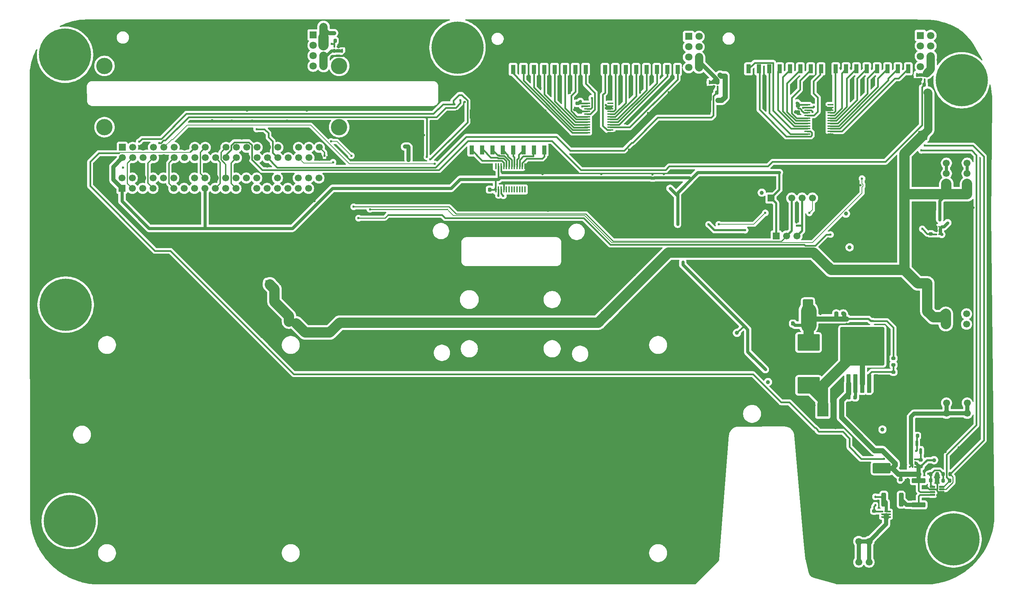
<source format=gbr>
%TF.GenerationSoftware,KiCad,Pcbnew,9.0.2*%
%TF.CreationDate,2025-09-02T22:06:00-05:00*%
%TF.ProjectId,MothBox,4d6f7468-426f-4782-9e6b-696361645f70,5.0.1*%
%TF.SameCoordinates,Original*%
%TF.FileFunction,Copper,L2,Bot*%
%TF.FilePolarity,Positive*%
%FSLAX46Y46*%
G04 Gerber Fmt 4.6, Leading zero omitted, Abs format (unit mm)*
G04 Created by KiCad (PCBNEW 9.0.2) date 2025-09-02 22:06:00*
%MOMM*%
%LPD*%
G01*
G04 APERTURE LIST*
G04 Aperture macros list*
%AMRoundRect*
0 Rectangle with rounded corners*
0 $1 Rounding radius*
0 $2 $3 $4 $5 $6 $7 $8 $9 X,Y pos of 4 corners*
0 Add a 4 corners polygon primitive as box body*
4,1,4,$2,$3,$4,$5,$6,$7,$8,$9,$2,$3,0*
0 Add four circle primitives for the rounded corners*
1,1,$1+$1,$2,$3*
1,1,$1+$1,$4,$5*
1,1,$1+$1,$6,$7*
1,1,$1+$1,$8,$9*
0 Add four rect primitives between the rounded corners*
20,1,$1+$1,$2,$3,$4,$5,0*
20,1,$1+$1,$4,$5,$6,$7,0*
20,1,$1+$1,$6,$7,$8,$9,0*
20,1,$1+$1,$8,$9,$2,$3,0*%
G04 Aperture macros list end*
%TA.AperFunction,ComponentPad*%
%ADD10C,1.800000*%
%TD*%
%TA.AperFunction,ComponentPad*%
%ADD11R,1.800000X1.780000*%
%TD*%
%TA.AperFunction,ComponentPad*%
%ADD12R,1.700000X1.700000*%
%TD*%
%TA.AperFunction,ComponentPad*%
%ADD13C,1.700000*%
%TD*%
%TA.AperFunction,ComponentPad*%
%ADD14C,1.000000*%
%TD*%
%TA.AperFunction,ComponentPad*%
%ADD15C,12.800000*%
%TD*%
%TA.AperFunction,SMDPad,CuDef*%
%ADD16RoundRect,0.225000X-0.225000X-0.250000X0.225000X-0.250000X0.225000X0.250000X-0.225000X0.250000X0*%
%TD*%
%TA.AperFunction,SMDPad,CuDef*%
%ADD17R,0.400000X0.450000*%
%TD*%
%TA.AperFunction,SMDPad,CuDef*%
%ADD18R,0.400000X0.910000*%
%TD*%
%TA.AperFunction,SMDPad,CuDef*%
%ADD19R,0.810000X0.910000*%
%TD*%
%TA.AperFunction,SMDPad,CuDef*%
%ADD20RoundRect,0.225000X0.250000X-0.225000X0.250000X0.225000X-0.250000X0.225000X-0.250000X-0.225000X0*%
%TD*%
%TA.AperFunction,SMDPad,CuDef*%
%ADD21R,0.450000X0.400000*%
%TD*%
%TA.AperFunction,SMDPad,CuDef*%
%ADD22R,0.910000X0.400000*%
%TD*%
%TA.AperFunction,SMDPad,CuDef*%
%ADD23R,0.910000X0.810000*%
%TD*%
%TA.AperFunction,SMDPad,CuDef*%
%ADD24R,1.100000X2.200000*%
%TD*%
%TA.AperFunction,SMDPad,CuDef*%
%ADD25RoundRect,0.200000X-0.200000X-0.275000X0.200000X-0.275000X0.200000X0.275000X-0.200000X0.275000X0*%
%TD*%
%TA.AperFunction,SMDPad,CuDef*%
%ADD26RoundRect,0.225000X0.225000X0.250000X-0.225000X0.250000X-0.225000X-0.250000X0.225000X-0.250000X0*%
%TD*%
%TA.AperFunction,SMDPad,CuDef*%
%ADD27RoundRect,0.200000X0.275000X-0.200000X0.275000X0.200000X-0.275000X0.200000X-0.275000X-0.200000X0*%
%TD*%
%TA.AperFunction,SMDPad,CuDef*%
%ADD28RoundRect,0.200000X-0.275000X0.200000X-0.275000X-0.200000X0.275000X-0.200000X0.275000X0.200000X0*%
%TD*%
%TA.AperFunction,SMDPad,CuDef*%
%ADD29RoundRect,0.250000X1.000000X-1.950000X1.000000X1.950000X-1.000000X1.950000X-1.000000X-1.950000X0*%
%TD*%
%TA.AperFunction,SMDPad,CuDef*%
%ADD30RoundRect,0.125000X-0.537500X-0.125000X0.537500X-0.125000X0.537500X0.125000X-0.537500X0.125000X0*%
%TD*%
%TA.AperFunction,SMDPad,CuDef*%
%ADD31RoundRect,0.200000X0.200000X0.275000X-0.200000X0.275000X-0.200000X-0.275000X0.200000X-0.275000X0*%
%TD*%
%TA.AperFunction,SMDPad,CuDef*%
%ADD32RoundRect,0.112500X0.187500X0.112500X-0.187500X0.112500X-0.187500X-0.112500X0.187500X-0.112500X0*%
%TD*%
%TA.AperFunction,SMDPad,CuDef*%
%ADD33RoundRect,0.225000X-0.250000X0.225000X-0.250000X-0.225000X0.250000X-0.225000X0.250000X0.225000X0*%
%TD*%
%TA.AperFunction,SMDPad,CuDef*%
%ADD34RoundRect,0.100000X-0.100000X0.637500X-0.100000X-0.637500X0.100000X-0.637500X0.100000X0.637500X0*%
%TD*%
%TA.AperFunction,SMDPad,CuDef*%
%ADD35RoundRect,0.112500X-0.187500X-0.112500X0.187500X-0.112500X0.187500X0.112500X-0.187500X0.112500X0*%
%TD*%
%TA.AperFunction,SMDPad,CuDef*%
%ADD36RoundRect,0.250000X-1.425000X0.362500X-1.425000X-0.362500X1.425000X-0.362500X1.425000X0.362500X0*%
%TD*%
%TA.AperFunction,SMDPad,CuDef*%
%ADD37RoundRect,0.250000X0.300000X-2.050000X0.300000X2.050000X-0.300000X2.050000X-0.300000X-2.050000X0*%
%TD*%
%TA.AperFunction,SMDPad,CuDef*%
%ADD38RoundRect,0.250002X5.149998X-4.449998X5.149998X4.449998X-5.149998X4.449998X-5.149998X-4.449998X0*%
%TD*%
%TA.AperFunction,SMDPad,CuDef*%
%ADD39RoundRect,0.250000X1.950000X1.000000X-1.950000X1.000000X-1.950000X-1.000000X1.950000X-1.000000X0*%
%TD*%
%TA.AperFunction,ComponentPad*%
%ADD40C,4.000000*%
%TD*%
%TA.AperFunction,SMDPad,CuDef*%
%ADD41RoundRect,0.250000X2.500000X-1.750000X2.500000X1.750000X-2.500000X1.750000X-2.500000X-1.750000X0*%
%TD*%
%TA.AperFunction,SMDPad,CuDef*%
%ADD42RoundRect,0.100000X0.637500X0.100000X-0.637500X0.100000X-0.637500X-0.100000X0.637500X-0.100000X0*%
%TD*%
%TA.AperFunction,SMDPad,CuDef*%
%ADD43RoundRect,0.250000X-0.312500X-1.450000X0.312500X-1.450000X0.312500X1.450000X-0.312500X1.450000X0*%
%TD*%
%TA.AperFunction,SMDPad,CuDef*%
%ADD44R,2.700000X3.300000*%
%TD*%
%TA.AperFunction,SMDPad,CuDef*%
%ADD45RoundRect,0.150000X-0.150000X0.587500X-0.150000X-0.587500X0.150000X-0.587500X0.150000X0.587500X0*%
%TD*%
%TA.AperFunction,SMDPad,CuDef*%
%ADD46RoundRect,0.112500X-0.112500X0.187500X-0.112500X-0.187500X0.112500X-0.187500X0.112500X0.187500X0*%
%TD*%
%TA.AperFunction,ViaPad*%
%ADD47C,0.600000*%
%TD*%
%TA.AperFunction,Conductor*%
%ADD48C,0.400000*%
%TD*%
%TA.AperFunction,Conductor*%
%ADD49C,0.800000*%
%TD*%
%TA.AperFunction,Conductor*%
%ADD50C,0.203200*%
%TD*%
%TA.AperFunction,Conductor*%
%ADD51C,0.250000*%
%TD*%
%TA.AperFunction,Conductor*%
%ADD52C,2.032000*%
%TD*%
%TA.AperFunction,Conductor*%
%ADD53C,1.270000*%
%TD*%
%TA.AperFunction,Conductor*%
%ADD54C,2.540000*%
%TD*%
%TA.AperFunction,Conductor*%
%ADD55C,0.500000*%
%TD*%
%TA.AperFunction,Conductor*%
%ADD56C,1.000000*%
%TD*%
%TA.AperFunction,Conductor*%
%ADD57C,0.304800*%
%TD*%
%TA.AperFunction,Conductor*%
%ADD58C,0.200000*%
%TD*%
%TA.AperFunction,Conductor*%
%ADD59C,3.810000*%
%TD*%
G04 APERTURE END LIST*
D10*
%TO.P,H10,8,8*%
%TO.N,Net-(H10-Pad6)*%
X90652741Y23341259D03*
%TO.P,H10,7,7*%
%TO.N,unconnected-(H10-Pad7)*%
X88112741Y23341259D03*
%TO.P,H10,6,6*%
%TO.N,Net-(H10-Pad6)*%
X90652741Y25881259D03*
%TO.P,H10,5,5*%
%TO.N,unconnected-(H10-Pad5)*%
X88112741Y25881259D03*
%TO.P,H10,4,4*%
%TO.N,+12V*%
X90652741Y28421259D03*
%TO.P,H10,3,3*%
%TO.N,unconnected-(H10-Pad3)*%
X88112741Y28421259D03*
%TO.P,H10,2,2*%
%TO.N,+12V*%
X90652741Y30961259D03*
D11*
%TO.P,H10,1,1*%
%TO.N,unconnected-(H10-Pad1)*%
X88112741Y30961259D03*
%TD*%
D10*
%TO.P,H9,8,8*%
%TO.N,Net-(H9-Pad6)*%
X-1328653Y23708822D03*
%TO.P,H9,7,7*%
%TO.N,unconnected-(H9-Pad7)*%
X-3868653Y23708822D03*
%TO.P,H9,6,6*%
%TO.N,Net-(H9-Pad6)*%
X-1328653Y26248822D03*
%TO.P,H9,5,5*%
%TO.N,unconnected-(H9-Pad5)*%
X-3868653Y26248822D03*
%TO.P,H9,4,4*%
%TO.N,+12V*%
X-1328653Y28788822D03*
%TO.P,H9,3,3*%
%TO.N,unconnected-(H9-Pad3)*%
X-3868653Y28788822D03*
%TO.P,H9,2,2*%
%TO.N,+12V*%
X-1328653Y31328822D03*
D11*
%TO.P,H9,1,1*%
%TO.N,unconnected-(H9-Pad1)*%
X-3868653Y31328822D03*
%TD*%
%TO.P,H8,1,1*%
%TO.N,unconnected-(H8-Pad1)*%
X144905704Y31194664D03*
D10*
%TO.P,H8,2,2*%
%TO.N,+12V*%
X147445704Y31194664D03*
%TO.P,H8,3,3*%
%TO.N,unconnected-(H8-Pad3)*%
X144905704Y28654664D03*
%TO.P,H8,4,4*%
%TO.N,+12V*%
X147445704Y28654664D03*
%TO.P,H8,5,5*%
%TO.N,unconnected-(H8-Pad5)*%
X144905704Y26114664D03*
%TO.P,H8,6,6*%
%TO.N,Net-(H8-Pad6)*%
X147445704Y26114664D03*
%TO.P,H8,7,7*%
%TO.N,unconnected-(H8-Pad7)*%
X144905704Y23574664D03*
%TO.P,H8,8,8*%
%TO.N,Net-(H8-Pad6)*%
X147445704Y23574664D03*
%TD*%
D12*
%TO.P,U5,1,3V3*%
%TO.N,+3.3V*%
X-50718039Y-6264401D03*
D13*
%TO.P,U5,2,5V*%
%TO.N,+5V*%
X-50718039Y-3724401D03*
%TO.P,U5,3,GPIO2/SDA1*%
%TO.N,SDA*%
X-48178039Y-6264401D03*
%TO.P,U5,4,5V*%
%TO.N,+5V*%
X-48178039Y-3724401D03*
%TO.P,U5,5,GPIO3/SCL1*%
%TO.N,SCL*%
X-45638040Y-6264401D03*
%TO.P,U5,6,GND*%
%TO.N,GND*%
X-45638039Y-3724401D03*
%TO.P,U5,7,GPIO4/GPIO_GCKL*%
%TO.N,/RPI5/GPIO4{slash}GPIO_GCKL*%
X-43098039Y-6264401D03*
%TO.P,U5,8,GPIO14/TXD0*%
%TO.N,unconnected-(U5-GPIO14{slash}TXD0-Pad8)*%
X-43098039Y-3724401D03*
%TO.P,U5,9,GND*%
%TO.N,GND*%
X-40558039Y-6264401D03*
%TO.P,U5,10,GPIO15/RXD0*%
%TO.N,unconnected-(U5-GPIO15{slash}RXD0-Pad10)*%
X-40558039Y-3724401D03*
%TO.P,U5,11,GPIO17/GPIO_GEN0*%
%TO.N,/RPI5/Save for eink_11*%
X-38018039Y-6264401D03*
%TO.P,U5,12,GPIO18/GPIO_GEN1*%
%TO.N,unconnected-(U5-GPIO18{slash}GPIO_GEN1-Pad12)*%
X-38018039Y-3724401D03*
%TO.P,U5,13,GPIO27/GPIO_GEN2*%
%TO.N,unconnected-(U5-GPIO27{slash}GPIO_GEN2-Pad13)*%
X-35478039Y-6264401D03*
%TO.P,U5,14,GND*%
%TO.N,GND*%
X-35478039Y-3724401D03*
%TO.P,U5,15,GPIO22/GPIO_GEN3*%
%TO.N,unconnected-(U5-GPIO22{slash}GPIO_GEN3-Pad15)*%
X-32938038Y-6264401D03*
%TO.P,U5,16,GPIO23/GPIO_GEN4*%
%TO.N,unconnected-(U5-GPIO23{slash}GPIO_GEN4-Pad16)*%
X-32938039Y-3724401D03*
%TO.P,U5,17,3V3*%
%TO.N,+3.3V*%
X-30398039Y-6264401D03*
%TO.P,U5,18,GPIO24/GPIO_GEN5*%
%TO.N,/RPI5/Save for eink_18*%
X-30398039Y-3724401D03*
%TO.P,U5,19,GPIO10/SPI_MOSI*%
%TO.N,/RPI5/Save for eink_19*%
X-27858039Y-6264401D03*
%TO.P,U5,20,GND*%
%TO.N,GND*%
X-27858039Y-3724401D03*
%TO.P,U5,21,GPIO9/SPI_MISO*%
%TO.N,unconnected-(U5-GPIO9{slash}SPI_MISO-Pad21)*%
X-25318039Y-6264401D03*
%TO.P,U5,22,GPIO25/GPIO_GEN6*%
%TO.N,/RPI5/Save for eink_22*%
X-25318039Y-3724401D03*
%TO.P,U5,23,GPIO11/SPI_SCLK*%
%TO.N,/RPI5/Save for eink_23*%
X-22778040Y-6264401D03*
%TO.P,U5,24,GPIO8/~{SPI_CE0}*%
%TO.N,/RPI5/Save for eink_24*%
X-22778039Y-3724401D03*
%TO.P,U5,25,GND*%
%TO.N,GND*%
X-20238039Y-6264401D03*
%TO.P,U5,26,GPIO7/~{SPI_CE1}*%
%TO.N,unconnected-(U5-GPIO7{slash}~{SPI_CE1}-Pad26)*%
X-20238039Y-3724401D03*
%TO.P,U5,27,ID_SD*%
%TO.N,unconnected-(U5-ID_SD-Pad27)*%
X-17698039Y-6264401D03*
%TO.P,U5,28,ID_SC*%
%TO.N,unconnected-(U5-ID_SC-Pad28)*%
X-17698039Y-3724401D03*
%TO.P,U5,29,GPIO5*%
%TO.N,unconnected-(U5-GPIO5-Pad29)*%
X-15158039Y-6264401D03*
%TO.P,U5,30,GND*%
%TO.N,GND*%
X-15158039Y-3724401D03*
%TO.P,U5,31,GPIO6*%
%TO.N,unconnected-(U5-GPIO6-Pad31)*%
X-12618040Y-6264401D03*
%TO.P,U5,32,GPIO12*%
%TO.N,unconnected-(U5-GPIO12-Pad32)*%
X-12618039Y-3724401D03*
%TO.P,U5,33,GPIO13*%
%TO.N,unconnected-(U5-GPIO13-Pad33)*%
X-10078038Y-6264401D03*
%TO.P,U5,34,GND*%
%TO.N,GND*%
X-10078039Y-3724401D03*
%TO.P,U5,35,GPIO19*%
%TO.N,unconnected-(U5-GPIO19-Pad35)*%
X-7538039Y-6264401D03*
%TO.P,U5,36,GPIO16*%
%TO.N,unconnected-(U5-GPIO16-Pad36)*%
X-7538039Y-3724401D03*
%TO.P,U5,37,GPIO26*%
%TO.N,/RPI5/Save for relay 3*%
X-4998039Y-6264401D03*
%TO.P,U5,38,GPIO20*%
%TO.N,/RPI5/Save for relay*%
X-4998039Y-3724401D03*
%TO.P,U5,39,GND*%
%TO.N,GND*%
X-2458039Y-6264401D03*
%TO.P,U5,40,GPIO21*%
%TO.N,/RPI5/Save for relay 2*%
X-2458039Y-3724401D03*
%TD*%
D14*
%TO.P,TP9,1,1*%
%TO.N,GND*%
X-68464146Y-23412198D03*
%TD*%
D15*
%TO.P,H3,1*%
%TO.N,N/C*%
X31500000Y28234329D03*
%TD*%
D14*
%TO.P,TP4,1,1*%
%TO.N,Net-(LED12-K)*%
X106050000Y-7315671D03*
%TD*%
D15*
%TO.P,H6,1*%
%TO.N,N/C*%
X-63500000Y-87765671D03*
%TD*%
D14*
%TO.P,TP6,1,1*%
%TO.N,Net-(LED27-K)*%
X127553023Y-20717506D03*
%TD*%
D15*
%TO.P,H7,1*%
%TO.N,N/C*%
X153000000Y-92265671D03*
%TD*%
D14*
%TO.P,TP3,1,1*%
%TO.N,PHOTO_LED_CTRL*%
X126650000Y-12465671D03*
%TD*%
D15*
%TO.P,H4,1*%
%TO.N,N/C*%
X-64650000Y26484329D03*
%TD*%
D14*
%TO.P,TP2,1,1*%
%TO.N,+24V*%
X148255896Y-72855265D03*
%TD*%
D15*
%TO.P,H5,1*%
%TO.N,N/C*%
X-64500000Y-34765671D03*
%TD*%
D14*
%TO.P,TP8,1,1*%
%TO.N,GND*%
X17493355Y34028628D03*
%TD*%
%TO.P,TP7,1,1*%
%TO.N,+3.3V*%
X99936231Y-41660628D03*
%TD*%
D15*
%TO.P,H2,1*%
%TO.N,N/C*%
X155000000Y20234329D03*
%TD*%
D14*
%TO.P,TP10,1,1*%
%TO.N,GND*%
X145900974Y-100408922D03*
%TD*%
%TO.P,TP5,1,1*%
%TO.N,+12V*%
X135601460Y-65346231D03*
%TD*%
D16*
%TO.P,C3,1*%
%TO.N,+24V*%
X127357488Y-57502279D03*
%TO.P,C3,2*%
%TO.N,Net-(U2-VC)*%
X128907488Y-57502279D03*
%TD*%
D17*
%TO.P,Q8,1,D*%
%TO.N,Net-(J3-Pin_3)*%
X142247388Y-72618816D03*
%TO.P,Q8,2,D*%
X142907388Y-72618816D03*
%TO.P,Q8,3,G*%
%TO.N,Net-(Q2-D)*%
X143557388Y-72618816D03*
%TO.P,Q8,4,S*%
%TO.N,+24V*%
X143557388Y-74518816D03*
%TO.P,Q8,5,D*%
%TO.N,Net-(J3-Pin_3)*%
X142907388Y-74518816D03*
%TO.P,Q8,6,D*%
X142247388Y-74518816D03*
D18*
%TO.P,Q8,7,S*%
%TO.N,+24V*%
X143607388Y-73568816D03*
D19*
%TO.P,Q8,8,D*%
%TO.N,Net-(J3-Pin_3)*%
X142577388Y-73568816D03*
%TD*%
D13*
%TO.P,J4,1,Pin_1*%
%TO.N,Net-(J4-Pin_1)*%
X156346928Y-87434D03*
X151266928Y-87434D03*
%TO.P,J4,2,Pin_2*%
X156346928Y-2627434D03*
X151266928Y-2627434D03*
%TO.P,J4,3,Pin_3*%
%TO.N,+12V*%
X156346928Y-5167434D03*
X151266928Y-5167434D03*
%TO.P,J4,4,Pin_4*%
X156346928Y-7707434D03*
X151266928Y-7707434D03*
%TD*%
D20*
%TO.P,C7,1*%
%TO.N,GND*%
X60878043Y13039262D03*
%TO.P,C7,2*%
%TO.N,+3.3V*%
X60878043Y14589262D03*
%TD*%
D21*
%TO.P,Q5,1,D*%
%TO.N,Net-(H8-Pad6)*%
X145935345Y21845836D03*
%TO.P,Q5,2,D*%
X145935345Y21185837D03*
%TO.P,Q5,3,G*%
%TO.N,UV1_CTRL*%
X145935345Y20535836D03*
%TO.P,Q5,4,S*%
%TO.N,GND*%
X144035345Y20535836D03*
%TO.P,Q5,5,D*%
%TO.N,Net-(H8-Pad6)*%
X144035345Y21185837D03*
%TO.P,Q5,6,D*%
X144035345Y21845836D03*
D22*
%TO.P,Q5,7,S*%
%TO.N,GND*%
X144985345Y20485835D03*
D23*
%TO.P,Q5,8,D*%
%TO.N,Net-(H8-Pad6)*%
X144985345Y21515835D03*
%TD*%
D24*
%TO.P,U10,1,1*%
%TO.N,GND*%
X67620269Y31661347D03*
%TO.P,U10,2,2*%
X70160269Y31661347D03*
%TO.P,U10,3,3*%
X72700269Y31661347D03*
%TO.P,U10,4,4*%
X75240269Y31661347D03*
%TO.P,U10,5,5*%
X77780269Y31661347D03*
%TO.P,U10,6,6*%
X80320269Y31661347D03*
%TO.P,U10,7,7*%
X82860269Y31661347D03*
%TO.P,U10,8,8*%
X85400269Y31661347D03*
%TO.P,U10,9,9*%
%TO.N,/GPS and Switches and Light Sensor/Hour_23*%
X85400269Y22861347D03*
%TO.P,U10,10,10*%
%TO.N,/GPS and Switches and Light Sensor/Hour_22*%
X82860269Y22861347D03*
%TO.P,U10,11,11*%
%TO.N,/GPS and Switches and Light Sensor/Hour_21*%
X80320269Y22861347D03*
%TO.P,U10,12,12*%
%TO.N,/GPS and Switches and Light Sensor/Hour_20*%
X77780269Y22861347D03*
%TO.P,U10,13,13*%
%TO.N,/GPS and Switches and Light Sensor/Hour_19*%
X75240269Y22861347D03*
%TO.P,U10,14,14*%
%TO.N,/GPS and Switches and Light Sensor/Hour_18*%
X72700269Y22861347D03*
%TO.P,U10,15,15*%
%TO.N,/GPS and Switches and Light Sensor/Hour_17*%
X70160269Y22861347D03*
%TO.P,U10,16,16*%
%TO.N,/GPS and Switches and Light Sensor/Hour_24*%
X67620269Y22861347D03*
%TD*%
D16*
%TO.P,C8,1*%
%TO.N,+3.3V*%
X147436785Y-76230587D03*
%TO.P,C8,2*%
%TO.N,GND*%
X148986785Y-76230587D03*
%TD*%
D25*
%TO.P,R1,1*%
%TO.N,EN_12VReg*%
X144172236Y-66907640D03*
%TO.P,R1,2*%
%TO.N,GND*%
X145822236Y-66907640D03*
%TD*%
D12*
%TO.P,U7,1,1*%
%TO.N,+5V*%
X-50630000Y3786829D03*
D13*
%TO.P,U7,2,2*%
%TO.N,+3.3V*%
X-50630000Y1246829D03*
%TO.P,U7,3,3*%
%TO.N,+5V*%
X-48090000Y3786829D03*
%TO.P,U7,4,4*%
%TO.N,SDA*%
X-48090000Y1246829D03*
%TO.P,U7,5,5*%
%TO.N,GND*%
X-45550000Y3786829D03*
%TO.P,U7,6,6*%
%TO.N,SCL*%
X-45550000Y1246829D03*
%TO.P,U7,7,7*%
%TO.N,GPS_RX*%
X-43010000Y3786829D03*
%TO.P,U7,8,8*%
%TO.N,/RPI5/GPIO4{slash}GPIO_GCKL*%
X-43010000Y1246829D03*
%TO.P,U7,9,9*%
%TO.N,GPS_TX*%
X-40470000Y3786829D03*
%TO.P,U7,10,10*%
%TO.N,GND*%
X-40470000Y1246829D03*
%TO.P,U7,11,11*%
%TO.N,unconnected-(U7-Pad11)*%
X-37930000Y3786829D03*
%TO.P,U7,12,12*%
%TO.N,/RPI5/Save for eink_11*%
X-37930000Y1246829D03*
%TO.P,U7,13,13*%
%TO.N,GND*%
X-35390000Y3786829D03*
%TO.P,U7,14,14*%
%TO.N,unconnected-(U7-Pad14)*%
X-35390000Y1246829D03*
%TO.P,U7,15,15*%
%TO.N,EN_12VReg*%
X-32850000Y3786829D03*
%TO.P,U7,16,16*%
%TO.N,unconnected-(U7-Pad16)*%
X-32850000Y1246829D03*
%TO.P,U7,17,17*%
%TO.N,/RPI5/Save for eink_18*%
X-30310000Y3786829D03*
%TO.P,U7,18,18*%
%TO.N,unconnected-(U7-Pad18)*%
X-30310000Y1246829D03*
%TO.P,U7,19,19*%
%TO.N,GND*%
X-27770000Y3786829D03*
%TO.P,U7,20,20*%
%TO.N,/RPI5/Save for eink_19*%
X-27770000Y1246829D03*
%TO.P,U7,21,21*%
%TO.N,/RPI5/Save for eink_22*%
X-25230000Y3786829D03*
%TO.P,U7,22,22*%
%TO.N,UV1_CTRL*%
X-25230000Y1246829D03*
%TO.P,U7,23,23*%
%TO.N,/RPI5/Save for eink_24*%
X-22690000Y3786829D03*
%TO.P,U7,24,24*%
%TO.N,/RPI5/Save for eink_23*%
X-22690000Y1246829D03*
%TO.P,U7,25,25*%
%TO.N,UV4_EX_CTRL*%
X-20150000Y3786829D03*
%TO.P,U7,26,26*%
%TO.N,GND*%
X-20150000Y1246829D03*
%TO.P,U7,27,27*%
%TO.N,unconnected-(U7-Pad27)*%
X-17610000Y3786829D03*
%TO.P,U7,28,28*%
%TO.N,unconnected-(U7-Pad28)*%
X-17610000Y1246829D03*
%TO.P,U7,29,29*%
%TO.N,GND*%
X-15070000Y3786829D03*
%TO.P,U7,30,30*%
%TO.N,UV2_CTRL*%
X-15070000Y1246829D03*
%TO.P,U7,31,31*%
%TO.N,GPS_PPS*%
X-12530000Y3786829D03*
%TO.P,U7,32,32*%
%TO.N,UV3_CTRL*%
X-12530000Y1246829D03*
%TO.P,U7,33,33*%
%TO.N,GND*%
X-9990000Y3786829D03*
%TO.P,U7,34,34*%
%TO.N,unconnected-(U7-Pad34)*%
X-9990000Y1246829D03*
%TO.P,U7,35,35*%
%TO.N,unconnected-(U7-Pad35)*%
X-7450000Y3786829D03*
%TO.P,U7,36,36*%
%TO.N,PHOTO_LED_CTRL*%
X-7450000Y1246829D03*
%TO.P,U7,37,37*%
%TO.N,/RPI5/Save for relay*%
X-4910000Y3786829D03*
%TO.P,U7,38,38*%
%TO.N,/RPI5/Save for relay 3*%
X-4910000Y1246829D03*
%TO.P,U7,39,39*%
%TO.N,/RPI5/Save for relay 2*%
X-2370000Y3786829D03*
%TO.P,U7,40,40*%
%TO.N,GND*%
X-2370000Y1246829D03*
%TD*%
D24*
%TO.P,U11,1,1*%
%TO.N,GND*%
X45114196Y31717094D03*
%TO.P,U11,2,2*%
X47654196Y31717094D03*
%TO.P,U11,3,3*%
X50194196Y31717094D03*
%TO.P,U11,4,4*%
X52734196Y31717094D03*
%TO.P,U11,5,5*%
X55274196Y31717094D03*
%TO.P,U11,6,6*%
X57814196Y31717094D03*
%TO.P,U11,7,7*%
X60354196Y31717094D03*
%TO.P,U11,8,8*%
X62894196Y31717094D03*
%TO.P,U11,9,9*%
%TO.N,/GPS and Switches and Light Sensor/Armed{slash}Disarmed*%
X62894196Y22917094D03*
%TO.P,U11,10,10*%
%TO.N,/GPS and Switches and Light Sensor/Mon*%
X60354196Y22917094D03*
%TO.P,U11,11,11*%
%TO.N,/GPS and Switches and Light Sensor/Tue*%
X57814196Y22917094D03*
%TO.P,U11,12,12*%
%TO.N,/GPS and Switches and Light Sensor/Wed*%
X55274196Y22917094D03*
%TO.P,U11,13,13*%
%TO.N,/GPS and Switches and Light Sensor/Thur*%
X52734196Y22917094D03*
%TO.P,U11,14,14*%
%TO.N,/GPS and Switches and Light Sensor/Fri*%
X50194196Y22917094D03*
%TO.P,U11,15,15*%
%TO.N,/GPS and Switches and Light Sensor/Sat*%
X47654196Y22917094D03*
%TO.P,U11,16,16*%
%TO.N,/GPS and Switches and Light Sensor/Sun*%
X45114196Y22917094D03*
%TD*%
D26*
%TO.P,C5,1*%
%TO.N,+5V*%
X113669692Y-39385151D03*
%TO.P,C5,2*%
%TO.N,GND*%
X112119692Y-39385151D03*
%TD*%
D27*
%TO.P,R30,1*%
%TO.N,+24V*%
X144990804Y-74407782D03*
%TO.P,R30,2*%
%TO.N,Net-(Q2-D)*%
X144990804Y-72757782D03*
%TD*%
D13*
%TO.P,J3,1,Pin_1*%
%TO.N,GND*%
X156365063Y-53772549D03*
X151285063Y-53772549D03*
%TO.P,J3,2,Pin_2*%
X156365063Y-56312549D03*
X151285063Y-56312549D03*
%TO.P,J3,3,Pin_3*%
%TO.N,Net-(J3-Pin_3)*%
X156365063Y-58852549D03*
X151285063Y-58852549D03*
%TO.P,J3,4,Pin_4*%
X156365063Y-61392549D03*
X151285063Y-61392549D03*
%TD*%
D28*
%TO.P,R3,1*%
%TO.N,Net-(U2-FB)*%
X138281560Y-51278023D03*
%TO.P,R3,2*%
%TO.N,GND*%
X138281560Y-52928023D03*
%TD*%
D29*
%TO.P,C4,1*%
%TO.N,+5V*%
X117376024Y-35669855D03*
%TO.P,C4,2*%
%TO.N,GND*%
X117376024Y-27269857D03*
%TD*%
D30*
%TO.P,U3,1,IN+*%
%TO.N,Net-(U3-IN+)*%
X147849285Y-81334964D03*
%TO.P,U3,2,IN-*%
%TO.N,+24V*%
X147849285Y-80684964D03*
%TO.P,U3,3,GND*%
%TO.N,GND*%
X147849285Y-80034964D03*
%TO.P,U3,4,VS*%
%TO.N,+3.3V*%
X147849285Y-79384964D03*
%TO.P,U3,5,SCL*%
%TO.N,SCL*%
X150124285Y-79384964D03*
%TO.P,U3,6,SDA*%
%TO.N,SDA*%
X150124285Y-80034964D03*
%TO.P,U3,7,A0*%
%TO.N,GND*%
X150124285Y-80684964D03*
%TO.P,U3,8,A1*%
X150124285Y-81334964D03*
%TD*%
D24*
%TO.P,U13,1,1*%
%TO.N,GND*%
X124149407Y31827904D03*
%TO.P,U13,2,2*%
X126689407Y31827904D03*
%TO.P,U13,3,3*%
X129229407Y31827904D03*
%TO.P,U13,4,4*%
X131769407Y31827904D03*
%TO.P,U13,5,5*%
X134309407Y31827904D03*
%TO.P,U13,6,6*%
X136849407Y31827904D03*
%TO.P,U13,7,7*%
X139389407Y31827904D03*
%TO.P,U13,8,8*%
X141929407Y31827904D03*
%TO.P,U13,9,9*%
%TO.N,/GPS and Switches and Light Sensor/Hour_8*%
X141929407Y23027904D03*
%TO.P,U13,10,10*%
%TO.N,/GPS and Switches and Light Sensor/Hour_7*%
X139389407Y23027904D03*
%TO.P,U13,11,11*%
%TO.N,/GPS and Switches and Light Sensor/Hour_6*%
X136849407Y23027904D03*
%TO.P,U13,12,12*%
%TO.N,/GPS and Switches and Light Sensor/Hour_5*%
X134309407Y23027904D03*
%TO.P,U13,13,13*%
%TO.N,/GPS and Switches and Light Sensor/Hour_4*%
X131769407Y23027904D03*
%TO.P,U13,14,14*%
%TO.N,/GPS and Switches and Light Sensor/Hour_3*%
X129229407Y23027904D03*
%TO.P,U13,15,15*%
%TO.N,/GPS and Switches and Light Sensor/Hour_2*%
X126689407Y23027904D03*
%TO.P,U13,16,16*%
%TO.N,/GPS and Switches and Light Sensor/Hour_1*%
X124149407Y23027904D03*
%TD*%
D21*
%TO.P,Q6,1,D*%
%TO.N,Net-(H9-Pad6)*%
X1316975Y27136442D03*
%TO.P,Q6,2,D*%
X1316975Y27796441D03*
%TO.P,Q6,3,G*%
%TO.N,UV3_CTRL*%
X1316975Y28446442D03*
%TO.P,Q6,4,S*%
%TO.N,GND*%
X3216975Y28446442D03*
%TO.P,Q6,5,D*%
%TO.N,Net-(H9-Pad6)*%
X3216975Y27796441D03*
%TO.P,Q6,6,D*%
X3216975Y27136442D03*
D22*
%TO.P,Q6,7,S*%
%TO.N,GND*%
X2266975Y28496443D03*
D23*
%TO.P,Q6,8,D*%
%TO.N,Net-(H9-Pad6)*%
X2266975Y27466443D03*
%TD*%
D13*
%TO.P,U8,5,5*%
%TO.N,GPS_PPS*%
X118449183Y-8635751D03*
%TO.P,U8,4,4*%
%TO.N,GPS_TX*%
X115909183Y-8635751D03*
%TO.P,U8,3,3*%
%TO.N,GPS_RX*%
X113369183Y-8635751D03*
%TO.P,U8,2,2*%
%TO.N,GND*%
X110829183Y-8635751D03*
D12*
%TO.P,U8,1,1*%
%TO.N,+3.3V*%
X108289183Y-8635751D03*
%TD*%
D24*
%TO.P,U12,1,1*%
%TO.N,GND*%
X34960000Y11934329D03*
%TO.P,U12,2,2*%
X37500000Y11934329D03*
%TO.P,U12,3,3*%
X40040000Y11934329D03*
%TO.P,U12,4,4*%
X42580000Y11934329D03*
%TO.P,U12,5,5*%
X45120000Y11934329D03*
%TO.P,U12,6,6*%
X47660000Y11934329D03*
%TO.P,U12,7,7*%
X50200000Y11934329D03*
%TO.P,U12,8,8*%
X52740000Y11934329D03*
%TO.P,U12,9,9*%
%TO.N,/GPS and Switches and Light Sensor/C2*%
X52740000Y3134329D03*
%TO.P,U12,10,10*%
%TO.N,/GPS and Switches and Light Sensor/C1*%
X50200000Y3134329D03*
%TO.P,U12,11,11*%
%TO.N,/GPS and Switches and Light Sensor/Attractor_3*%
X47660000Y3134329D03*
%TO.P,U12,12,12*%
%TO.N,/GPS and Switches and Light Sensor/Attractor_2*%
X45120000Y3134329D03*
%TO.P,U12,13,13*%
%TO.N,/GPS and Switches and Light Sensor/Attractor_1*%
X42580000Y3134329D03*
%TO.P,U12,14,14*%
%TO.N,/GPS and Switches and Light Sensor/INT{slash}EXT_Attractor*%
X40040000Y3134329D03*
%TO.P,U12,15,15*%
%TO.N,/GPS and Switches and Light Sensor/HI{slash}LOW_PWR*%
X37500000Y3134329D03*
%TO.P,U12,16,16*%
%TO.N,/GPS and Switches and Light Sensor/Test_Debug*%
X34960000Y3134329D03*
%TD*%
D31*
%TO.P,R6,1,1*%
%TO.N,SDA*%
X152148549Y-76252891D03*
%TO.P,R6,2,2*%
%TO.N,+3.3V*%
X150498549Y-76252891D03*
%TD*%
D16*
%TO.P,C6,1*%
%TO.N,+3.3V*%
X147452793Y-77824792D03*
%TO.P,C6,2*%
%TO.N,GND*%
X149002793Y-77824792D03*
%TD*%
D21*
%TO.P,Q1,1,D*%
%TO.N,Net-(J2-Pin_3)*%
X135507039Y-86744580D03*
%TO.P,Q1,2,D*%
X135507039Y-86084581D03*
%TO.P,Q1,3,G*%
%TO.N,Net-(D1-A)*%
X135507039Y-85434580D03*
%TO.P,Q1,4,S*%
%TO.N,Net-(D1-K)*%
X137407039Y-85434580D03*
%TO.P,Q1,5,D*%
%TO.N,Net-(J2-Pin_3)*%
X137407039Y-86084581D03*
%TO.P,Q1,6,D*%
X137407039Y-86744580D03*
D22*
%TO.P,Q1,7,S*%
%TO.N,Net-(D1-K)*%
X136457039Y-85384579D03*
D23*
%TO.P,Q1,8,D*%
%TO.N,Net-(J2-Pin_3)*%
X136457039Y-86414579D03*
%TD*%
D32*
%TO.P,D2,1,K*%
%TO.N,+12V*%
X95290631Y15315408D03*
%TO.P,D2,2,A*%
%TO.N,GND*%
X93190631Y15315408D03*
%TD*%
D16*
%TO.P,C12,1*%
%TO.N,GND*%
X37825000Y-6565671D03*
%TO.P,C12,2*%
%TO.N,+3.3V*%
X39375000Y-6565671D03*
%TD*%
D27*
%TO.P,R19,1*%
%TO.N,UV4_EX_CTRL*%
X147451743Y-17402589D03*
%TO.P,R19,2*%
%TO.N,GND*%
X147451743Y-15752589D03*
%TD*%
D25*
%TO.P,R31,1*%
%TO.N,UV3_CTRL*%
X1502486Y29887631D03*
%TO.P,R31,2*%
%TO.N,GND*%
X3152486Y29887631D03*
%TD*%
D33*
%TO.P,C2,1*%
%TO.N,+24V*%
X140089962Y-77656207D03*
%TO.P,C2,2*%
%TO.N,GND*%
X140089962Y-79206207D03*
%TD*%
D13*
%TO.P,J2,1,Pin_1*%
%TO.N,GND*%
X137399926Y-97842457D03*
X137399926Y-92762457D03*
%TO.P,J2,2,Pin_2*%
X134859926Y-97842457D03*
X134859926Y-92762457D03*
%TO.P,J2,3,Pin_3*%
%TO.N,Net-(J2-Pin_3)*%
X132319926Y-97842457D03*
X132319926Y-92762457D03*
%TO.P,J2,4,Pin_4*%
X129779926Y-97842457D03*
X129779926Y-92762457D03*
%TD*%
D34*
%TO.P,U9,1,INT*%
%TO.N,unconnected-(U9-INT-Pad1)*%
X40875000Y-803171D03*
%TO.P,U9,2,A1*%
%TO.N,+3.3V*%
X41525000Y-803171D03*
%TO.P,U9,3,A2*%
%TO.N,GND*%
X42175000Y-803171D03*
%TO.P,U9,4,IO0_0*%
%TO.N,/GPS and Switches and Light Sensor/Test_Debug*%
X42825000Y-803171D03*
%TO.P,U9,5,IO0_1*%
%TO.N,/GPS and Switches and Light Sensor/HI{slash}LOW_PWR*%
X43475000Y-803171D03*
%TO.P,U9,6,IO0_2*%
%TO.N,/GPS and Switches and Light Sensor/INT{slash}EXT_Attractor*%
X44125000Y-803171D03*
%TO.P,U9,7,IO0_3*%
%TO.N,/GPS and Switches and Light Sensor/Attractor_1*%
X44775000Y-803171D03*
%TO.P,U9,8,IO0_4*%
%TO.N,/GPS and Switches and Light Sensor/Attractor_2*%
X45425000Y-803171D03*
%TO.P,U9,9,IO0_5*%
%TO.N,/GPS and Switches and Light Sensor/Attractor_3*%
X46075000Y-803171D03*
%TO.P,U9,10,IO0_6*%
%TO.N,/GPS and Switches and Light Sensor/C1*%
X46725000Y-803171D03*
%TO.P,U9,11,IO0_7*%
%TO.N,/GPS and Switches and Light Sensor/C2*%
X47375000Y-803171D03*
%TO.P,U9,12,VSS*%
%TO.N,GND*%
X48025000Y-803171D03*
%TO.P,U9,13,IO1_0*%
%TO.N,unconnected-(U9-IO1_0-Pad13)*%
X48025000Y-6528171D03*
%TO.P,U9,14,IO1_1*%
%TO.N,unconnected-(U9-IO1_1-Pad14)*%
X47375000Y-6528171D03*
%TO.P,U9,15,IO1_2*%
%TO.N,unconnected-(U9-IO1_2-Pad15)*%
X46725000Y-6528171D03*
%TO.P,U9,16,IO1_3*%
%TO.N,unconnected-(U9-IO1_3-Pad16)*%
X46075000Y-6528171D03*
%TO.P,U9,17,IO1_4*%
%TO.N,unconnected-(U9-IO1_4-Pad17)*%
X45425000Y-6528171D03*
%TO.P,U9,18,IO1_5*%
%TO.N,unconnected-(U9-IO1_5-Pad18)*%
X44775000Y-6528171D03*
%TO.P,U9,19,IO1_6*%
%TO.N,unconnected-(U9-IO1_6-Pad19)*%
X44125000Y-6528171D03*
%TO.P,U9,20,IO1_7*%
%TO.N,unconnected-(U9-IO1_7-Pad20)*%
X43475000Y-6528171D03*
%TO.P,U9,21,A0*%
%TO.N,GND*%
X42825000Y-6528171D03*
%TO.P,U9,22,SCL*%
%TO.N,SCL*%
X42175000Y-6528171D03*
%TO.P,U9,23,SDA*%
%TO.N,SDA*%
X41525000Y-6528171D03*
%TO.P,U9,24,VDD*%
%TO.N,+3.3V*%
X40875000Y-6528171D03*
%TD*%
D31*
%TO.P,R5,1,1*%
%TO.N,SCL*%
X152113358Y-77836522D03*
%TO.P,R5,2,2*%
%TO.N,+3.3V*%
X150463358Y-77836522D03*
%TD*%
D35*
%TO.P,D7,1,K*%
%TO.N,+12V*%
X1271999Y31795411D03*
%TO.P,D7,2,A*%
%TO.N,GND*%
X3371999Y31795411D03*
%TD*%
D36*
%TO.P,R4,1,1*%
%TO.N,+24V*%
X144486785Y-77897464D03*
%TO.P,R4,2,2*%
%TO.N,Net-(U3-IN+)*%
X144486785Y-83822464D03*
%TD*%
D37*
%TO.P,U2,1,GND*%
%TO.N,GND*%
X134068823Y-54096765D03*
%TO.P,U2,2,FB*%
%TO.N,Net-(U2-FB)*%
X132368823Y-54096764D03*
%TO.P,U2,3,SW*%
%TO.N,Net-(E1-C)*%
X130668823Y-54096765D03*
D38*
X130668823Y-44946765D03*
D37*
%TO.P,U2,4,VC*%
%TO.N,Net-(U2-VC)*%
X128968823Y-54096764D03*
%TO.P,U2,5,VIN*%
%TO.N,+24V*%
X127268823Y-54096765D03*
%TD*%
D24*
%TO.P,U14,1,1*%
%TO.N,GND*%
X102791331Y31808325D03*
%TO.P,U14,2,2*%
X105331331Y31808325D03*
%TO.P,U14,3,3*%
X107871331Y31808325D03*
%TO.P,U14,4,4*%
X110411331Y31808325D03*
%TO.P,U14,5,5*%
X112951331Y31808325D03*
%TO.P,U14,6,6*%
X115491331Y31808325D03*
%TO.P,U14,7,7*%
X118031331Y31808325D03*
%TO.P,U14,8,8*%
X120571331Y31808325D03*
%TO.P,U14,9,9*%
%TO.N,/GPS and Switches and Light Sensor/Hour_16*%
X120571331Y23008325D03*
%TO.P,U14,10,10*%
%TO.N,/GPS and Switches and Light Sensor/Hour_15*%
X118031331Y23008325D03*
%TO.P,U14,11,11*%
%TO.N,/GPS and Switches and Light Sensor/Hour_14*%
X115491331Y23008325D03*
%TO.P,U14,12,12*%
%TO.N,/GPS and Switches and Light Sensor/Hour_13*%
X112951331Y23008325D03*
%TO.P,U14,13,13*%
%TO.N,/GPS and Switches and Light Sensor/Hour_12*%
X110411331Y23008325D03*
%TO.P,U14,14,14*%
%TO.N,/GPS and Switches and Light Sensor/Hour_11*%
X107871331Y23008325D03*
%TO.P,U14,15,15*%
%TO.N,/GPS and Switches and Light Sensor/Hour_10*%
X105331331Y23008325D03*
%TO.P,U14,16,16*%
%TO.N,/GPS and Switches and Light Sensor/Hour_9*%
X102791331Y23008325D03*
%TD*%
D20*
%TO.P,C9,1*%
%TO.N,GND*%
X114900894Y12436737D03*
%TO.P,C9,2*%
%TO.N,+3.3V*%
X114900894Y13986737D03*
%TD*%
D39*
%TO.P,C1,1*%
%TO.N,+24V*%
X135426553Y-74816187D03*
%TO.P,C1,2*%
%TO.N,GND*%
X127026555Y-74816187D03*
%TD*%
D40*
%TO.P,U6,S1*%
%TO.N,N/C*%
X-55000000Y8734329D03*
%TO.P,U6,S2*%
X2500000Y8734329D03*
%TO.P,U6,S3*%
X-55000000Y23734329D03*
X2500000Y23734329D03*
%TD*%
D32*
%TO.P,D6,1,K*%
%TO.N,+12V*%
X146068131Y17305572D03*
%TO.P,D6,2,A*%
%TO.N,GND*%
X143968131Y17305572D03*
%TD*%
D31*
%TO.P,R21,1*%
%TO.N,UV2_CTRL*%
X95042779Y17234749D03*
%TO.P,R21,2*%
%TO.N,GND*%
X93392779Y17234749D03*
%TD*%
D13*
%TO.P,J1,1,Pin_1*%
%TO.N,+12V*%
X156199512Y-37008831D03*
X151119512Y-37008831D03*
%TO.P,J1,2,Pin_2*%
X156199512Y-39548831D03*
X151119512Y-39548831D03*
%TO.P,J1,3,Pin_3*%
%TO.N,GND*%
X156199512Y-42088831D03*
X151119512Y-42088831D03*
%TO.P,J1,4,Pin_4*%
X156199512Y-44628831D03*
X151119512Y-44628831D03*
%TD*%
D20*
%TO.P,C10,1*%
%TO.N,+5V*%
X126004478Y-36896806D03*
%TO.P,C10,2*%
%TO.N,GND*%
X126004478Y-35346806D03*
%TD*%
D41*
%TO.P,L1,1*%
%TO.N,Net-(E1-C)*%
X117500000Y-54515671D03*
%TO.P,L1,2*%
%TO.N,+5V*%
X117500000Y-44015671D03*
%TD*%
D42*
%TO.P,U15,1,INT*%
%TO.N,unconnected-(U15-INT-Pad1)*%
X68944400Y14545847D03*
%TO.P,U15,2,A1*%
%TO.N,GND*%
X68944400Y13895847D03*
%TO.P,U15,3,A2*%
X68944400Y13245847D03*
%TO.P,U15,4,IO0_0*%
%TO.N,/GPS and Switches and Light Sensor/Hour_17*%
X68944400Y12595847D03*
%TO.P,U15,5,IO0_1*%
%TO.N,/GPS and Switches and Light Sensor/Hour_18*%
X68944400Y11945847D03*
%TO.P,U15,6,IO0_2*%
%TO.N,/GPS and Switches and Light Sensor/Hour_19*%
X68944400Y11295847D03*
%TO.P,U15,7,IO0_3*%
%TO.N,/GPS and Switches and Light Sensor/Hour_20*%
X68944400Y10645847D03*
%TO.P,U15,8,IO0_4*%
%TO.N,/GPS and Switches and Light Sensor/Hour_21*%
X68944400Y9995847D03*
%TO.P,U15,9,IO0_5*%
%TO.N,/GPS and Switches and Light Sensor/Hour_22*%
X68944400Y9345847D03*
%TO.P,U15,10,IO0_6*%
%TO.N,/GPS and Switches and Light Sensor/Hour_23*%
X68944400Y8695847D03*
%TO.P,U15,11,IO0_7*%
%TO.N,/GPS and Switches and Light Sensor/Hour_24*%
X68944400Y8045847D03*
%TO.P,U15,12,VSS*%
%TO.N,GND*%
X68944400Y7395847D03*
%TO.P,U15,13,IO1_0*%
%TO.N,/GPS and Switches and Light Sensor/Sun*%
X63219400Y7395847D03*
%TO.P,U15,14,IO1_1*%
%TO.N,/GPS and Switches and Light Sensor/Sat*%
X63219400Y8045847D03*
%TO.P,U15,15,IO1_2*%
%TO.N,/GPS and Switches and Light Sensor/Fri*%
X63219400Y8695847D03*
%TO.P,U15,16,IO1_3*%
%TO.N,/GPS and Switches and Light Sensor/Thur*%
X63219400Y9345847D03*
%TO.P,U15,17,IO1_4*%
%TO.N,/GPS and Switches and Light Sensor/Wed*%
X63219400Y9995847D03*
%TO.P,U15,18,IO1_5*%
%TO.N,/GPS and Switches and Light Sensor/Tue*%
X63219400Y10645847D03*
%TO.P,U15,19,IO1_6*%
%TO.N,/GPS and Switches and Light Sensor/Mon*%
X63219400Y11295847D03*
%TO.P,U15,20,IO1_7*%
%TO.N,/GPS and Switches and Light Sensor/Armed{slash}Disarmed*%
X63219400Y11945847D03*
%TO.P,U15,21,A0*%
%TO.N,GND*%
X63219400Y12595847D03*
%TO.P,U15,22,SCL*%
%TO.N,SCL*%
X63219400Y13245847D03*
%TO.P,U15,23,SDA*%
%TO.N,SDA*%
X63219400Y13895847D03*
%TO.P,U15,24,VDD*%
%TO.N,+3.3V*%
X63219400Y14545847D03*
%TD*%
D13*
%TO.P,H1,4,4*%
%TO.N,GND*%
X117180000Y-17915671D03*
%TO.P,H1,3,3*%
%TO.N,GPS_TX*%
X114639999Y-17915671D03*
%TO.P,H1,2,2*%
%TO.N,GPS_RX*%
X112100000Y-17915671D03*
D12*
%TO.P,H1,1,1*%
%TO.N,+3.3V*%
X109560000Y-17915671D03*
%TD*%
D14*
%TO.P,TP1,1,1*%
%TO.N,+5V*%
X107553901Y-53721293D03*
%TD*%
D43*
%TO.P,F2,1*%
%TO.N,Net-(D1-K)*%
X135930240Y-82525135D03*
%TO.P,F2,2*%
%TO.N,Net-(U3-IN+)*%
X140205240Y-82525135D03*
%TD*%
D44*
%TO.P,E1,1,C*%
%TO.N,Net-(E1-C)*%
X120990818Y-60558075D03*
%TO.P,E1,2,A*%
%TO.N,GND*%
X128370818Y-60558075D03*
%TD*%
D28*
%TO.P,R2,1*%
%TO.N,+5V*%
X138286900Y-47879206D03*
%TO.P,R2,2*%
%TO.N,Net-(U2-FB)*%
X138286900Y-49529206D03*
%TD*%
D17*
%TO.P,Q4,1,D*%
%TO.N,Net-(J4-Pin_1)*%
X150111304Y-17552329D03*
%TO.P,Q4,2,D*%
X149451305Y-17552329D03*
%TO.P,Q4,3,G*%
%TO.N,UV4_EX_CTRL*%
X148801304Y-17552329D03*
%TO.P,Q4,4,S*%
%TO.N,GND*%
X148801304Y-15652329D03*
%TO.P,Q4,5,D*%
%TO.N,Net-(J4-Pin_1)*%
X149451305Y-15652329D03*
%TO.P,Q4,6,D*%
X150111304Y-15652329D03*
D18*
%TO.P,Q4,7,S*%
%TO.N,GND*%
X148751303Y-16602329D03*
D19*
%TO.P,Q4,8,D*%
%TO.N,Net-(J4-Pin_1)*%
X149781303Y-16602329D03*
%TD*%
D32*
%TO.P,D5,1,K*%
%TO.N,+12V*%
X149615542Y-13922949D03*
%TO.P,D5,2,A*%
%TO.N,GND*%
X147515542Y-13922949D03*
%TD*%
D31*
%TO.P,R27,1*%
%TO.N,UV1_CTRL*%
X145826837Y19157061D03*
%TO.P,R27,2*%
%TO.N,GND*%
X144176837Y19157061D03*
%TD*%
D28*
%TO.P,R29,1*%
%TO.N,Net-(D1-A)*%
X133559738Y-85310805D03*
%TO.P,R29,2*%
%TO.N,GND*%
X133559738Y-86960805D03*
%TD*%
D20*
%TO.P,C11,1*%
%TO.N,+5V*%
X124268479Y-36911037D03*
%TO.P,C11,2*%
%TO.N,GND*%
X124268479Y-35361037D03*
%TD*%
D42*
%TO.P,U16,1,INT*%
%TO.N,unconnected-(U16-INT-Pad1)*%
X122887844Y14218757D03*
%TO.P,U16,2,A1*%
%TO.N,GND*%
X122887844Y13568757D03*
%TO.P,U16,3,A2*%
X122887844Y12918757D03*
%TO.P,U16,4,IO0_0*%
%TO.N,/GPS and Switches and Light Sensor/Hour_1*%
X122887844Y12268757D03*
%TO.P,U16,5,IO0_1*%
%TO.N,/GPS and Switches and Light Sensor/Hour_2*%
X122887844Y11618757D03*
%TO.P,U16,6,IO0_2*%
%TO.N,/GPS and Switches and Light Sensor/Hour_3*%
X122887844Y10968757D03*
%TO.P,U16,7,IO0_3*%
%TO.N,/GPS and Switches and Light Sensor/Hour_4*%
X122887844Y10318757D03*
%TO.P,U16,8,IO0_4*%
%TO.N,/GPS and Switches and Light Sensor/Hour_5*%
X122887844Y9668757D03*
%TO.P,U16,9,IO0_5*%
%TO.N,/GPS and Switches and Light Sensor/Hour_6*%
X122887844Y9018757D03*
%TO.P,U16,10,IO0_6*%
%TO.N,/GPS and Switches and Light Sensor/Hour_7*%
X122887844Y8368757D03*
%TO.P,U16,11,IO0_7*%
%TO.N,/GPS and Switches and Light Sensor/Hour_8*%
X122887844Y7718757D03*
%TO.P,U16,12,VSS*%
%TO.N,GND*%
X122887844Y7068757D03*
%TO.P,U16,13,IO1_0*%
%TO.N,/GPS and Switches and Light Sensor/Hour_11*%
X117162844Y7068757D03*
%TO.P,U16,14,IO1_1*%
%TO.N,/GPS and Switches and Light Sensor/Hour_10*%
X117162844Y7718757D03*
%TO.P,U16,15,IO1_2*%
%TO.N,/GPS and Switches and Light Sensor/Hour_9*%
X117162844Y8368757D03*
%TO.P,U16,16,IO1_3*%
%TO.N,/GPS and Switches and Light Sensor/Hour_12*%
X117162844Y9018757D03*
%TO.P,U16,17,IO1_4*%
%TO.N,/GPS and Switches and Light Sensor/Hour_13*%
X117162844Y9668757D03*
%TO.P,U16,18,IO1_5*%
%TO.N,/GPS and Switches and Light Sensor/Hour_14*%
X117162844Y10318757D03*
%TO.P,U16,19,IO1_6*%
%TO.N,/GPS and Switches and Light Sensor/Hour_15*%
X117162844Y10968757D03*
%TO.P,U16,20,IO1_7*%
%TO.N,/GPS and Switches and Light Sensor/Hour_16*%
X117162844Y11618757D03*
%TO.P,U16,21,A0*%
%TO.N,+3.3V*%
X117162844Y12268757D03*
%TO.P,U16,22,SCL*%
%TO.N,SCL*%
X117162844Y12918757D03*
%TO.P,U16,23,SDA*%
%TO.N,SDA*%
X117162844Y13568757D03*
%TO.P,U16,24,VDD*%
%TO.N,+3.3V*%
X117162844Y14218757D03*
%TD*%
D45*
%TO.P,Q2,1,G*%
%TO.N,EN_12VReg*%
X144022070Y-68772097D03*
%TO.P,Q2,2,S*%
%TO.N,GND*%
X145922070Y-68772097D03*
%TO.P,Q2,3,D*%
%TO.N,Net-(Q2-D)*%
X144972070Y-70647098D03*
%TD*%
D46*
%TO.P,D1,1,K*%
%TO.N,Net-(D1-K)*%
X133854845Y-81819132D03*
%TO.P,D1,2,A*%
%TO.N,Net-(D1-A)*%
X133854845Y-83919132D03*
%TD*%
D21*
%TO.P,Q9,1,D*%
%TO.N,Net-(H10-Pad6)*%
X95155957Y20048514D03*
%TO.P,Q9,2,D*%
X95155957Y19388515D03*
%TO.P,Q9,3,G*%
%TO.N,UV2_CTRL*%
X95155957Y18738514D03*
%TO.P,Q9,4,S*%
%TO.N,GND*%
X93255957Y18738514D03*
%TO.P,Q9,5,D*%
%TO.N,Net-(H10-Pad6)*%
X93255957Y19388515D03*
%TO.P,Q9,6,D*%
X93255957Y20048514D03*
D22*
%TO.P,Q9,7,S*%
%TO.N,GND*%
X94205957Y18688513D03*
D23*
%TO.P,Q9,8,D*%
%TO.N,Net-(H10-Pad6)*%
X94205957Y19718513D03*
%TD*%
D47*
%TO.N,GND*%
X44850000Y-46515671D03*
X16250000Y-46265671D03*
X4300000Y-48865671D03*
X-48550000Y-43215671D03*
X-44050000Y-59565671D03*
X-20400000Y-79565671D03*
X-35600000Y-58415671D03*
X-9100000Y-60315671D03*
X156700000Y11884329D03*
X137050000Y-17965671D03*
X144200000Y-20265671D03*
X73950000Y-36465671D03*
X100000000Y-46115671D03*
X102450000Y-35165671D03*
X-51550000Y-98965671D03*
X-71600000Y17634329D03*
X-56200000Y27984329D03*
X-6399323Y28278420D03*
X43800000Y33834329D03*
X65100000Y22584329D03*
X100050000Y21434329D03*
X100700000Y33584329D03*
X116750000Y32284329D03*
X150100000Y29234329D03*
X100400000Y27934329D03*
X90050000Y33234329D03*
X85400269Y31661347D03*
X59150000Y-10415671D03*
X64450000Y-10765671D03*
X51000000Y-8565671D03*
X46400000Y-8665671D03*
X31650000Y-6865671D03*
X36150000Y-6715671D03*
X42500000Y-2490671D03*
X42800000Y-5015671D03*
X133050000Y12434329D03*
X142500000Y14284329D03*
X139750000Y14284329D03*
X140700000Y34484329D03*
X149100000Y33084329D03*
X157850000Y27584329D03*
X149100000Y25234329D03*
X160850000Y14334329D03*
X149250000Y12784329D03*
X149102367Y9322631D03*
X4350000Y29434329D03*
X-18550000Y-18415671D03*
X10100000Y-19115671D03*
X61050000Y-35565671D03*
X29450000Y-35315671D03*
X21700000Y-14565671D03*
X30500000Y-3215671D03*
%TO.N,+3.3V*%
X29300000Y-6265671D03*
%TO.N,GND*%
X100150000Y-58465671D03*
%TO.N,+3.3V*%
X86690000Y-24315671D03*
X85420000Y-15065671D03*
%TO.N,GPS_TX*%
X93000000Y-15065671D03*
X101950000Y-16515671D03*
X114653435Y-15363767D03*
%TO.N,GPS_PPS*%
X95500000Y-15065671D03*
X117700000Y-12265671D03*
X106900000Y-12265671D03*
%TO.N,GND*%
X-35850000Y25684329D03*
X-64350000Y-47765671D03*
X141050000Y-45115671D03*
X145250000Y-42715671D03*
X117900000Y-76165671D03*
X123950000Y-73915671D03*
X96600000Y-72165671D03*
X100100000Y-62215671D03*
X87550000Y-47665671D03*
X73950000Y-50165671D03*
X65550000Y-53615671D03*
X75950000Y-56265671D03*
X72750000Y-47465671D03*
X67350000Y-43815671D03*
X71650000Y-42965671D03*
X71150000Y-39165671D03*
X-54600000Y-74465671D03*
X-38400000Y-53115671D03*
X-19050000Y-64415671D03*
X-850000Y-59015671D03*
X70900000Y-95965671D03*
X73250000Y-90665671D03*
X81550000Y-80615671D03*
X72000000Y-85265671D03*
X69500000Y-87265671D03*
X-34200000Y-98365671D03*
X-68200000Y-80115671D03*
X-55600000Y-79515671D03*
X-46050000Y-89365671D03*
X91400000Y-100565671D03*
X82900000Y26184329D03*
X85450000Y25334329D03*
%TO.N,+12V*%
X95600000Y21299657D03*
%TO.N,GND*%
X106600000Y20934329D03*
X150400000Y-25115671D03*
X159550000Y10334329D03*
X153050000Y29034329D03*
X40950000Y19234329D03*
X-68300000Y17434329D03*
X-29300000Y29734329D03*
X10250000Y24384329D03*
X18550000Y24084329D03*
X-4650000Y22034329D03*
X2200000Y-4015671D03*
X20050000Y9384329D03*
X95000000Y33484329D03*
X101850000Y9584329D03*
X101750000Y19084329D03*
X121650000Y18734329D03*
X86150000Y4434329D03*
X80000000Y-10715671D03*
X69000000Y-12415671D03*
X33500000Y-10465671D03*
X55100000Y-415671D03*
X30800000Y-115671D03*
X62800000Y34084329D03*
X62800000Y33284329D03*
X62800000Y33284329D03*
X62000000Y33284329D03*
X-15050000Y-915671D03*
X-19300000Y-1215671D03*
X-28950000Y-1215671D03*
X-35650000Y-1265671D03*
X-45500000Y-1265671D03*
X-48200000Y-1265671D03*
X106800000Y18884329D03*
X114050000Y19034329D03*
X133100000Y19384329D03*
X130600000Y18184329D03*
X128150000Y17684329D03*
X-16350000Y-48665671D03*
X-19400000Y-48515671D03*
X-65050000Y-9615671D03*
X-65300000Y2534329D03*
%TO.N,*%
X-50450000Y-1165671D03*
%TO.N,GND*%
X-18895134Y-39594560D03*
X3173114Y-15456454D03*
X115846728Y-28284895D03*
X-33500000Y-17765671D03*
X108400000Y-50065671D03*
X23270922Y6819631D03*
X6800000Y8834329D03*
X146732731Y-14668764D03*
X153892258Y-49123801D03*
X106400000Y-52415671D03*
X144529984Y-35851818D03*
X130471423Y-28453748D03*
X35408878Y-78751916D03*
X87033527Y-85948031D03*
X-70204422Y-30173832D03*
X92600000Y33234329D03*
X-69859077Y7505996D03*
X-43250000Y33234329D03*
X138928186Y11835258D03*
X149329455Y-18601798D03*
X1913131Y-50652433D03*
X-69798978Y-12147131D03*
X8537276Y-12454164D03*
X14048357Y-31361475D03*
X-48048863Y-31011418D03*
X-28600000Y10434329D03*
X-31723952Y-71391840D03*
X48500000Y-33265671D03*
X8350000Y4034329D03*
X121094904Y-31591438D03*
X82825330Y-86914730D03*
X4313432Y27128121D03*
X149062249Y-81451900D03*
X143050000Y29884329D03*
X-27000000Y-46115671D03*
X101150624Y-24245498D03*
X134400000Y14484329D03*
X51450000Y-5665671D03*
X63498206Y-60891861D03*
X83239760Y12310100D03*
X93900000Y-6765671D03*
X-37200000Y33734329D03*
X-31500000Y-19265671D03*
X-34048599Y-27970382D03*
X137150137Y-46064654D03*
X-36001034Y-39704284D03*
X-49100000Y8984329D03*
X-34326793Y-41260998D03*
X1500000Y-26865671D03*
X-20000000Y-52865671D03*
X-28475984Y-82989515D03*
X-1921562Y-98591210D03*
X88587413Y-38574943D03*
X-47500000Y8734329D03*
X101203373Y23606835D03*
X129489387Y-14049739D03*
X126481976Y-98235901D03*
X95351203Y-12910174D03*
X31300000Y-55765671D03*
X117480775Y-30707130D03*
X86089092Y-52904587D03*
X75000000Y3234329D03*
X-15700000Y-41015671D03*
X138789889Y-9083352D03*
X84991745Y-24170022D03*
X-45000000Y27734329D03*
X112114835Y-56765671D03*
X35450550Y-72584383D03*
X-39687956Y10716900D03*
X114600000Y-14615671D03*
X-22300000Y-27565671D03*
X140627139Y23003163D03*
X105502098Y-24321572D03*
X-53939794Y-57024112D03*
X-1232569Y-16720322D03*
X73500000Y3234329D03*
X51843649Y18280412D03*
X125492212Y-66967849D03*
X93145713Y12584101D03*
X-24000000Y-86565671D03*
X-21305844Y-45114883D03*
X71647018Y-59280845D03*
X-42556164Y13400938D03*
X-47805248Y-68444035D03*
X112915054Y-44567912D03*
X-12600000Y-53865671D03*
X125306571Y-28614522D03*
X-31162523Y-83047665D03*
X10169774Y-76362250D03*
X156500000Y-15265671D03*
X67919311Y-67408863D03*
X128375593Y-62618062D03*
X-23800000Y10334329D03*
X106190982Y-42603668D03*
X126000706Y-34637003D03*
X-24596166Y-31202176D03*
X92670588Y17248894D03*
X75200000Y-115671D03*
X-42907088Y-39486673D03*
X91858479Y-94352442D03*
X129205948Y-69149802D03*
X-60900000Y33884329D03*
X113302689Y1607679D03*
X53800000Y-73065671D03*
X-5650000Y6134329D03*
X31332526Y12684271D03*
X127901398Y23198758D03*
X-32592130Y-68266400D03*
X-46000000Y10734329D03*
X157921958Y-10967693D03*
X-55100000Y-26265671D03*
X-30150000Y-48165671D03*
X30589746Y16993312D03*
X-2556997Y-85106258D03*
X-32879602Y28411002D03*
X48459298Y-90580482D03*
X98039391Y-59523188D03*
X29918569Y7593281D03*
X146285203Y-79232464D03*
X-46000000Y-19765671D03*
X1871263Y-52927268D03*
X-41038649Y-28901692D03*
X125771810Y-53075336D03*
X145595241Y-82338720D03*
X151694613Y5494145D03*
X-39281781Y-22544272D03*
X83216590Y-15855182D03*
X556862Y-11387393D03*
X67300000Y-77465671D03*
X78700000Y-15671D03*
X135231741Y-53015523D03*
X24900000Y23784329D03*
X-22000000Y7934329D03*
X-52415794Y-54160331D03*
X43400000Y-16965671D03*
X132849102Y-86953791D03*
X27000000Y1384329D03*
X-18900000Y30934329D03*
X124325436Y-74843084D03*
X11050000Y32484329D03*
X37950902Y-85627883D03*
X56620548Y16930370D03*
X-68750000Y-96565671D03*
X118873844Y-87174154D03*
X-22367844Y-39768195D03*
X72150000Y-5915671D03*
X143330894Y1308839D03*
X43200000Y-9765671D03*
X124216830Y1852191D03*
X63618786Y-57575904D03*
X17548399Y-20688658D03*
X123542762Y-20014669D03*
X129125599Y-76546367D03*
X152846216Y-82290080D03*
X144260855Y11003857D03*
X4400000Y-27165671D03*
X137694904Y-35844918D03*
X98700000Y-6865671D03*
X158426613Y-73959964D03*
X80300000Y-67365671D03*
X77421494Y1331367D03*
X95345410Y-29076746D03*
X76215684Y17217187D03*
X144207961Y-14374132D03*
X-31700000Y-46065671D03*
X45285266Y-90545240D03*
X16236348Y-82226492D03*
X151027679Y-70893322D03*
X92450000Y27884329D03*
X115588576Y-51545419D03*
X65308712Y28320394D03*
X28854612Y3314793D03*
X-34200000Y8034329D03*
X-57645465Y-31123634D03*
X88845137Y-70244626D03*
X-54200000Y-87265671D03*
X19800000Y-23865671D03*
X-11650000Y8334329D03*
X42300000Y33884329D03*
X86903042Y-7616071D03*
X162173491Y-75246920D03*
X-5600000Y-50565671D03*
X-6800000Y-47365671D03*
X123556245Y-16530028D03*
X61083527Y-7855790D03*
X65300000Y-90265671D03*
X159302324Y-66207374D03*
X70150000Y-17765671D03*
X145015390Y-85699202D03*
X74080409Y17189275D03*
X-41800000Y-70965671D03*
X148373948Y-13479554D03*
X-27000000Y-18765671D03*
X3848523Y28679540D03*
X94100400Y24281053D03*
X101300000Y3834329D03*
X146030355Y-71743403D03*
X137540593Y-77324893D03*
X15779500Y-9851231D03*
X126806373Y-39447718D03*
X135695571Y-54112465D03*
X-21200000Y28534329D03*
X1727550Y4234329D03*
X-9021119Y-26191273D03*
X156047446Y-32783431D03*
X-683895Y-39352565D03*
X-55350000Y32484329D03*
X-49000000Y-8765671D03*
X-62500000Y18434329D03*
X20676022Y-5058891D03*
X148722835Y-30571821D03*
X152977044Y-68541061D03*
X464292Y21684121D03*
X22824912Y-2952481D03*
X112991492Y-1037500D03*
X-3998919Y-30816613D03*
X126435049Y-72955145D03*
X9555393Y-41368469D03*
X-56193098Y1064362D03*
X160471801Y-93316281D03*
X147012199Y-87840707D03*
X-72694980Y11121517D03*
X-69992690Y-19526600D03*
X47270086Y16907345D03*
X83268294Y17245111D03*
X118946970Y-59441972D03*
X105600000Y-37865671D03*
X58964247Y-90580482D03*
X-36267275Y-22134299D03*
X-44766894Y-27165501D03*
X139650000Y-38965671D03*
X-21300000Y5934329D03*
X67798191Y14127211D03*
X138789889Y-14067334D03*
X88182498Y-59553247D03*
X28400000Y-96365671D03*
X38750000Y26684329D03*
X146200000Y-95965671D03*
X-17906075Y-71136832D03*
X146383911Y-53026877D03*
X109209193Y-3721675D03*
X55800000Y-62265671D03*
X144479742Y-31681752D03*
X155111053Y5443903D03*
X22870415Y899096D03*
X81636587Y-53266195D03*
X6347306Y-41345364D03*
X131596087Y-39414224D03*
X110892040Y-38114387D03*
X66750000Y-2765671D03*
X118860712Y-96928289D03*
X-24373382Y-73301830D03*
X116831590Y17365328D03*
X83774009Y-90310207D03*
X83941184Y-50620050D03*
X18140760Y-87713896D03*
X90845312Y-57794785D03*
X120028854Y-41009875D03*
X77213688Y-31188484D03*
X125361398Y23226670D03*
X104357751Y17413835D03*
X132265209Y-74812805D03*
X-43291878Y-34953405D03*
X130539091Y23198758D03*
X93999152Y-46970619D03*
X92768027Y-17751022D03*
X-1914227Y-17477719D03*
X-47137019Y-25068048D03*
X65080790Y-36718153D03*
X-20050000Y12834329D03*
X75063340Y-33077575D03*
X-19064198Y-22607436D03*
X150140772Y-74271888D03*
X133023266Y23142934D03*
X80683530Y17363861D03*
X17983533Y-7613662D03*
X100134525Y373949D03*
X-71900000Y23284329D03*
X-5392905Y-15514333D03*
X143303401Y-25321353D03*
X36396053Y-43059075D03*
X121772315Y13754739D03*
X-19530553Y21762311D03*
X-2228076Y-53354205D03*
X153847188Y-746845D03*
X85240835Y-81478383D03*
X153748326Y-76292784D03*
X50253532Y-98683473D03*
X-60662538Y2634128D03*
X3000000Y-86665671D03*
X141391197Y20896479D03*
X-63854671Y-42291870D03*
X5376044Y602575D03*
X155199831Y-74663594D03*
X141175861Y-102040738D03*
X-3579709Y-9394470D03*
X3500000Y-42865671D03*
X104446274Y-3982933D03*
X14900000Y-42365671D03*
X124200000Y-85465671D03*
X11722621Y-25822116D03*
X143548094Y-81216996D03*
X139896362Y-28464178D03*
X6046210Y-3879175D03*
X-39002195Y-27061319D03*
X-55146362Y-14571994D03*
X153833665Y-58366434D03*
X-18116576Y-44079899D03*
X-69000000Y-52965671D03*
X140681192Y-66901962D03*
X-1000000Y-50465671D03*
X85336253Y-18019481D03*
X39764336Y-9909710D03*
X14008418Y-7489788D03*
X-13005513Y-11416765D03*
X144825837Y19494989D03*
X149500000Y-33715671D03*
X104537582Y12175210D03*
X-22038407Y-56862189D03*
X112103454Y-51651499D03*
X117519224Y-25920332D03*
X110577037Y-46925894D03*
X26871717Y7738934D03*
X148363844Y-4504432D03*
X59398336Y-94313646D03*
X59013103Y17079719D03*
X-50921216Y-94991894D03*
X-43862514Y21860532D03*
X-4979922Y-87606715D03*
X2800000Y-95765671D03*
X37057088Y-61217193D03*
X139242519Y-98349678D03*
X39800000Y-32965671D03*
X-2108986Y-18711195D03*
X-14195237Y-27357751D03*
X-46600000Y30734329D03*
X-55700000Y-68365671D03*
X-61914294Y-16920666D03*
X148137593Y-102628047D03*
X-25900000Y7934329D03*
X-36401174Y-83490790D03*
X-51434498Y-29908942D03*
X64750000Y31584329D03*
X124256665Y-34644270D03*
X-46734403Y-97972905D03*
X31061168Y-65933615D03*
X46384044Y24242434D03*
X4816851Y-57521937D03*
X90400000Y-64065671D03*
X13841491Y-83382052D03*
X-16368953Y-8024871D03*
X-47730267Y-73237127D03*
X146525063Y-62906157D03*
X104320872Y-44445866D03*
X-56960176Y-18947725D03*
X-41800000Y-83915671D03*
X70040878Y7359329D03*
X104750000Y-17665671D03*
X-6500000Y33984329D03*
X-63271302Y9532472D03*
X17746261Y-63321145D03*
X74822180Y-27470594D03*
X146256563Y-74930124D03*
X4679097Y20621864D03*
X120679741Y-51763133D03*
X26010955Y-2896091D03*
X138809345Y1083939D03*
X30900000Y-90765671D03*
X39050000Y33634329D03*
X76551251Y28358289D03*
X148993017Y-77052527D03*
X73072934Y9463009D03*
X121791828Y13092728D03*
X123625482Y-59683132D03*
X-4824724Y-39370647D03*
X71491936Y17251080D03*
X138122492Y-81413145D03*
X79424325Y-28897460D03*
X134958051Y7548926D03*
X6150000Y4984329D03*
X40293252Y-71739130D03*
X122900000Y-12115671D03*
X76088272Y-25862858D03*
X152412583Y-74528956D03*
X132325048Y-81455454D03*
X-49500000Y10234329D03*
X68000000Y-8265671D03*
X43000000Y21234329D03*
X76192727Y9043074D03*
X64109482Y-50519461D03*
X-29941717Y-52950991D03*
X52891427Y-43030136D03*
X64250185Y-41856702D03*
X-39300000Y-10965671D03*
X146954262Y-66748224D03*
X69000000Y-8265671D03*
X138363718Y4158842D03*
X147500000Y19184329D03*
X86936100Y-99661890D03*
X137130913Y-41047168D03*
X23037303Y-36877249D03*
X-18800000Y10334329D03*
X-44146313Y-45488186D03*
X39637505Y-63556449D03*
X143150000Y24784329D03*
X80315758Y9259749D03*
X35469039Y-66870552D03*
X128100000Y-1565671D03*
X42284844Y-90461895D03*
X1200000Y-71265671D03*
X135194552Y-37803527D03*
X91529052Y9254817D03*
X-2100000Y9434329D03*
X66109109Y9346806D03*
X34918576Y14900115D03*
X134649323Y4013994D03*
X9958881Y-31266753D03*
X61900000Y-5765671D03*
X86645754Y-72241435D03*
X114216900Y12442300D03*
X26100000Y-21165671D03*
X-57182299Y-39513795D03*
X26600000Y-42065671D03*
X82986777Y-56366631D03*
X23346025Y-79295031D03*
X141841807Y7363655D03*
X122907160Y6632662D03*
X66058336Y13585310D03*
X138854189Y-6078596D03*
X96149611Y-63317504D03*
X148695900Y-33594437D03*
X49048657Y20437124D03*
X-35366305Y13176082D03*
X158550000Y5684329D03*
X143572409Y-59311109D03*
X119285222Y-33596548D03*
X26300000Y-32565671D03*
X-13950000Y-37965671D03*
X105450997Y-29146200D03*
X133671746Y-56793841D03*
X-5047197Y-54680029D03*
X66500000Y31434329D03*
X89546327Y-17414719D03*
X138962513Y-24067319D03*
X-29052647Y-7992890D03*
X153101232Y-32148185D03*
X136817061Y-53015523D03*
X154292224Y-69745099D03*
X-29600000Y-56965671D03*
X120190992Y8910607D03*
X6165756Y-9219332D03*
X-56197564Y-432284D03*
X10450000Y7534329D03*
X89501967Y-82385978D03*
X23100000Y30534329D03*
X124108614Y-65017932D03*
X-4591967Y-99648632D03*
X-50610671Y-73177118D03*
X-16203783Y-31375812D03*
X-61700000Y-56765671D03*
X54176643Y16915672D03*
X-50872530Y-15545834D03*
X10929429Y-72403200D03*
X95965975Y-52774145D03*
X-23400000Y-97565671D03*
X92569663Y18237964D03*
X63057516Y-71367753D03*
X-11800000Y-29665671D03*
X73817437Y5929267D03*
X52300000Y-2765671D03*
X-53845652Y-18335985D03*
X-60440140Y-9339125D03*
X82027994Y-2765848D03*
X-68700000Y-43765671D03*
X9300000Y834329D03*
X16100000Y834329D03*
X-11113743Y-31427333D03*
X-7300000Y-68865671D03*
X102433004Y-55056238D03*
X16369861Y-4919983D03*
X135742529Y1503013D03*
X78846693Y-23311148D03*
X49200000Y-17265671D03*
X123802919Y-47802240D03*
X146640805Y-15753558D03*
X-42269598Y9932841D03*
X116900000Y-2865671D03*
X-63781550Y-100934289D03*
X31193163Y-77392695D03*
X-9021119Y-18148476D03*
X-47100000Y-10565671D03*
X24150080Y-8478716D03*
X5030127Y-31221762D03*
X6249628Y-12709590D03*
X-5013598Y-43702736D03*
X2530613Y29108895D03*
X68634759Y-57316764D03*
X78336123Y-50165759D03*
X41720875Y-50612220D03*
X130631373Y10008446D03*
X-55469617Y-6813546D03*
X29600000Y-22265671D03*
X136781505Y-69519447D03*
X-6257039Y-28881751D03*
X84300000Y-4965671D03*
X9677967Y-3956218D03*
X-59000000Y-96265671D03*
X52400000Y-17265671D03*
X-400000Y1334329D03*
X10917705Y-14643572D03*
X31298322Y-84879450D03*
X22400000Y34534329D03*
X86716151Y-10353268D03*
X37800000Y-16565671D03*
X67150000Y134329D03*
X141841477Y-80921282D03*
X7295115Y-46265671D03*
X153868142Y-45916367D03*
X10023117Y-85341481D03*
X82242516Y-26123422D03*
X129674592Y-73350951D03*
X-10200000Y21634329D03*
X139345934Y-79251787D03*
X3839312Y-75477995D03*
X129926381Y-58586517D03*
X3700000Y-63065671D03*
X-65762689Y13694698D03*
X-33801599Y-11426611D03*
X97958898Y-50663991D03*
X-50221904Y-56471452D03*
X14980777Y-13879575D03*
X2876566Y557430D03*
X99750000Y18684329D03*
X135092964Y-55812126D03*
X13622417Y-61343630D03*
X-10250000Y10334329D03*
X132178612Y-66888285D03*
X132683890Y-79200586D03*
X31700000Y-17765671D03*
X-48200000Y22434329D03*
X145090275Y-1106297D03*
X-36516931Y-86558351D03*
X75577046Y-17653555D03*
X75550000Y-21865671D03*
X92613885Y-13335994D03*
X56861719Y14900049D03*
X-34130135Y-8123082D03*
X78167611Y12182009D03*
X108997045Y-944847D03*
X39349851Y-11644465D03*
X-29284013Y-87198576D03*
X153871148Y-79416252D03*
X-8953347Y-31008652D03*
X-51600000Y-50065671D03*
X-69750746Y-3778864D03*
X78041328Y-46399340D03*
X89658197Y-91197372D03*
X13239904Y-12554647D03*
X79302045Y-2845626D03*
X-49367753Y-27419362D03*
X13634744Y-71908458D03*
X-20000000Y-30865671D03*
X40327368Y-94915582D03*
X21200000Y-56565671D03*
X84200000Y-63165671D03*
X2010512Y-77688633D03*
X37000000Y33834329D03*
X-33445698Y-23991235D03*
X95203685Y-37278142D03*
X79600000Y-21715671D03*
X-2605456Y-87577640D03*
X161810312Y17510080D03*
X121100000Y-1765671D03*
X-42300000Y-77065671D03*
X119037926Y-28246446D03*
X86350000Y34684329D03*
X123610678Y-42819997D03*
X85800000Y18434329D03*
X156121979Y-79275575D03*
X22284980Y3386622D03*
X95450000Y-18065671D03*
X60147365Y13020474D03*
X139106933Y-93628025D03*
X-25650000Y33334329D03*
X83372820Y-8137400D03*
X124336532Y-102516724D03*
X143466336Y20385096D03*
X53693567Y-11780982D03*
X-50803006Y-67388958D03*
X26180125Y-5010722D03*
X-11338579Y-8009803D03*
X-68200000Y-67165671D03*
X145150000Y-39015671D03*
X-52900000Y-9665671D03*
X32667473Y1015366D03*
X127996738Y1377218D03*
X96816155Y-3635653D03*
X23917446Y-49843592D03*
X586681Y25972362D03*
X-61729372Y-44417169D03*
X120430437Y-37085202D03*
X12300000Y834329D03*
X81466810Y-5075285D03*
X-51300000Y-11165671D03*
X75253936Y12034779D03*
X69850000Y-21765671D03*
X143480353Y19158570D03*
X-2601993Y-43622350D03*
X72129222Y-29922392D03*
X33347221Y-87101984D03*
X139156747Y7548926D03*
X79350000Y-17965671D03*
X61525191Y16882008D03*
X-22950000Y6084329D03*
X55177403Y-8130448D03*
X-46600000Y-54765671D03*
X149800000Y1734329D03*
X67796192Y13415688D03*
X-57745904Y-53039105D03*
X141773909Y-77570393D03*
X57500000Y-54365671D03*
X68887726Y17265085D03*
X86877296Y-91228618D03*
X115970662Y-32850288D03*
X50900000Y-73065671D03*
X35539943Y-15104275D03*
X-40700000Y29034329D03*
X122283204Y24022846D03*
X-55950000Y5884329D03*
X-29247669Y-69276570D03*
X130661254Y-59804333D03*
X-30861423Y-31369780D03*
X642676Y-21429686D03*
X100869165Y-11750179D03*
X-5400000Y12834329D03*
X800000Y-8065671D03*
X-55500000Y12534329D03*
X154900995Y-99779380D03*
X143609246Y-49152334D03*
X33251482Y14923053D03*
X-40900000Y-62865671D03*
X-18292475Y-11481083D03*
X91100000Y-6565671D03*
X48400000Y-62465671D03*
X-16740819Y-29752608D03*
X130270747Y-5512660D03*
X131674434Y5497042D03*
X66448421Y17619178D03*
X105358376Y450771D03*
X143250343Y-10349145D03*
X-14365577Y-71196840D03*
X121593381Y-21662599D03*
X132160732Y-58304854D03*
X13900000Y20834329D03*
X104622422Y-7816036D03*
X112500000Y-47065671D03*
X3506900Y-21169302D03*
X25231033Y3269157D03*
X136514971Y-3387578D03*
%TO.N,+5V*%
X117500000Y-39765671D03*
X117489822Y-38796281D03*
X115970403Y-39780474D03*
X118966157Y-39796494D03*
X117500000Y-41174221D03*
%TO.N,+3.3V*%
X61549342Y15059475D03*
X106926016Y-50656234D03*
X110344784Y-2391136D03*
X114688072Y14698777D03*
X146838572Y-76191937D03*
%TO.N,+12V*%
X146602500Y-32195694D03*
X145500000Y6734329D03*
X67949347Y-37165018D03*
X-15308846Y-28986431D03*
X204573Y-42439113D03*
X105526038Y-21994671D03*
X10542478Y-39165671D03*
X-14484288Y-29781382D03*
X12215892Y-39165671D03*
X144644336Y7589994D03*
X69600000Y-35565671D03*
X-9780803Y-38908288D03*
X-8022631Y-39343040D03*
X144749927Y5984256D03*
X146335246Y7567022D03*
X106982693Y-21994671D03*
X146309278Y5892092D03*
X97037607Y21299657D03*
X204573Y-41565671D03*
X146602500Y-29561671D03*
%TO.N,Net-(LED12-K)*%
X19500000Y3234329D03*
X19500000Y734329D03*
X18617612Y3966717D03*
X19500000Y1443762D03*
%TO.N,Net-(J4-Pin_1)*%
X151585738Y-14677133D03*
X151064641Y-15198230D03*
%TO.N,UV4_EX_CTRL*%
X5500000Y1734329D03*
X500000Y5234329D03*
X10052591Y-11391671D03*
X130601184Y-3866855D03*
X145366568Y-16195930D03*
%TO.N,/RPI5/Save for relay 2*%
X-1099293Y1722906D03*
%TO.N,PHOTO_LED_CTRL*%
X122872966Y-17572533D03*
X1000000Y137529D03*
X7238593Y-13565663D03*
%TO.N,GPS_RX*%
X6063307Y-10765671D03*
%TO.N,GPS_TX*%
X25893497Y-265671D03*
%TO.N,SCL*%
X64405535Y15869324D03*
X32190128Y15333335D03*
X42722701Y-8101661D03*
X118443973Y12485786D03*
X23977781Y1454979D03*
X145128789Y3048153D03*
X-41526543Y4874633D03*
%TO.N,EN_12VReg*%
X135987106Y-72546293D03*
X143825144Y-70626478D03*
%TO.N,SDA*%
X41532566Y-8010912D03*
X146009685Y4226813D03*
X30758704Y14359475D03*
X116175355Y13518757D03*
X62066843Y13845847D03*
X118771520Y13699198D03*
X24823629Y831620D03*
X-46493439Y5178736D03*
%TO.N,UV3_CTRL*%
X-17711033Y8263035D03*
X728723Y29130690D03*
%TD*%
D48*
%TO.N,+3.3V*%
X40850000Y-6103171D02*
X40850000Y-4265671D01*
X40650000Y-6303171D02*
X40850000Y-6103171D01*
X40850000Y-4265671D02*
X40650000Y-4065671D01*
X39375000Y-6565671D02*
X40650000Y-6565671D01*
X40650000Y-6565671D02*
X40650000Y-6303171D01*
D49*
X32100000Y-4065671D02*
X40650000Y-4065671D01*
X-8973799Y-16065671D02*
X826201Y-6265671D01*
X826201Y-6265671D02*
X29900000Y-6265671D01*
X-30400000Y-16065671D02*
X-8973799Y-16065671D01*
X29900000Y-6265671D02*
X32100000Y-4065671D01*
D48*
%TO.N,GND*%
X43176905Y-9788766D02*
X43200000Y-9765671D01*
X42175000Y-2165671D02*
X42500000Y-2490671D01*
X42175000Y-803171D02*
X42175000Y-2165671D01*
X42825000Y-5040671D02*
X42800000Y-5015671D01*
X42825000Y-6528171D02*
X42825000Y-5040671D01*
D49*
%TO.N,+3.3V*%
X79685496Y-3665671D02*
X88250000Y-3665671D01*
X79654541Y-3696626D02*
X79685496Y-3665671D01*
X78949549Y-3696626D02*
X79654541Y-3696626D01*
X78918594Y-3665671D02*
X78949549Y-3696626D01*
X41900000Y-3665671D02*
X78918594Y-3665671D01*
X88250000Y-3665671D02*
X88662104Y-4077775D01*
X41500000Y-4065671D02*
X41900000Y-3665671D01*
D48*
%TO.N,SCL*%
X42175000Y-6528171D02*
X42175000Y-7553960D01*
X42175000Y-7553960D02*
X42722701Y-8101661D01*
%TO.N,SDA*%
X41525000Y-8003346D02*
X41532566Y-8010912D01*
X41525000Y-6528171D02*
X41525000Y-8003346D01*
%TO.N,+3.3V*%
X40875000Y-6528171D02*
X40650000Y-6303171D01*
D49*
X40650000Y-4065671D02*
X41500000Y-4065671D01*
D48*
X41525000Y-4040671D02*
X41500000Y-4065671D01*
X41525000Y-803171D02*
X41525000Y-4040671D01*
%TO.N,/GPS and Switches and Light Sensor/Test_Debug*%
X42825000Y33329D02*
X42825000Y-803171D01*
X42324000Y534329D02*
X42825000Y33329D01*
X37560000Y534329D02*
X42324000Y534329D01*
X34960000Y3134329D02*
X37560000Y534329D01*
%TO.N,/GPS and Switches and Light Sensor/HI{slash}LOW_PWR*%
X41450768Y1132329D02*
X42746078Y1132329D01*
X43475000Y403407D02*
X43475000Y-803171D01*
X41298768Y1284329D02*
X41450768Y1132329D01*
X39675000Y1284329D02*
X41298768Y1284329D01*
X37825000Y3134329D02*
X39675000Y1284329D01*
X37500000Y3134329D02*
X37825000Y3134329D01*
X42746078Y1132329D02*
X43475000Y403407D01*
%TO.N,/GPS and Switches and Light Sensor/INT{slash}EXT_Attractor*%
X44125000Y532639D02*
X44125000Y-803171D01*
X42974310Y1683329D02*
X44125000Y532639D01*
X41679000Y1884329D02*
X41679000Y1683329D01*
X41290000Y1884329D02*
X41679000Y1884329D01*
X40040000Y3134329D02*
X41290000Y1884329D01*
X41679000Y1683329D02*
X42974310Y1683329D01*
%TO.N,/GPS and Switches and Light Sensor/Attractor_1*%
X43825690Y1658639D02*
X43825690Y1888639D01*
X43825690Y1888639D02*
X42580000Y3134329D01*
X44775000Y709329D02*
X44775000Y-803171D01*
X43825690Y1658639D02*
X44775000Y709329D01*
%TO.N,/GPS and Switches and Light Sensor/C2*%
X47375000Y-65672D02*
X47375000Y-803171D01*
X48474001Y1033329D02*
X47375000Y-65672D01*
X52239908Y1033329D02*
X48474001Y1033329D01*
X52740000Y1533421D02*
X52239908Y1033329D01*
%TO.N,/GPS and Switches and Light Sensor/C1*%
X47629232Y1584329D02*
X46725000Y680097D01*
X50041988Y1596030D02*
X50030287Y1584329D01*
X50030287Y1584329D02*
X47629232Y1584329D01*
X46725000Y680097D02*
X46725000Y-803171D01*
X50041988Y2976317D02*
X50041988Y1596030D01*
X50200000Y3134329D02*
X50041988Y2976317D01*
%TO.N,/GPS and Switches and Light Sensor/Attractor_3*%
X46500000Y1234329D02*
X46075000Y809329D01*
X46075000Y809329D02*
X46075000Y-803171D01*
X46500000Y1974329D02*
X46500000Y1234329D01*
X47660000Y3134329D02*
X46500000Y1974329D01*
%TO.N,/GPS and Switches and Light Sensor/Attractor_2*%
X45120000Y1658639D02*
X45425000Y1353639D01*
X45120000Y3134329D02*
X45120000Y1658639D01*
X45425000Y1353639D02*
X45425000Y-803171D01*
%TO.N,/GPS and Switches and Light Sensor/HI{slash}LOW_PWR*%
X37500000Y3134329D02*
X37562609Y3071720D01*
%TO.N,/GPS and Switches and Light Sensor/C2*%
X52740000Y1533421D02*
X52740000Y3134329D01*
%TO.N,/GPS and Switches and Light Sensor/Attractor_3*%
X46004392Y-353042D02*
X46008709Y-357359D01*
%TO.N,PHOTO_LED_CTRL*%
X27707318Y-12765671D02*
X14478457Y-12765671D01*
X62450000Y-13515671D02*
X28457318Y-13515671D01*
X28457318Y-13515671D02*
X27707318Y-12765671D01*
X116406808Y-20015671D02*
X68950000Y-20015671D01*
X68950000Y-20015671D02*
X62450000Y-13515671D01*
X119127457Y-20265671D02*
X116656808Y-20265671D01*
X121820595Y-17572533D02*
X119127457Y-20265671D01*
X122872966Y-17572533D02*
X121820595Y-17572533D01*
X116656808Y-20265671D02*
X116406808Y-20015671D01*
D50*
%TO.N,UV4_EX_CTRL*%
X130601184Y-5061602D02*
X130601184Y-3866855D01*
X130823347Y-5283765D02*
X130601184Y-5061602D01*
X130823347Y-5741555D02*
X130823347Y-5283765D01*
X130601184Y-5963718D02*
X130823347Y-5741555D01*
X69297400Y-19563071D02*
X118452600Y-19563071D01*
X30474337Y-12915671D02*
X62650000Y-12915671D01*
X29485020Y-11926354D02*
X30474337Y-12915671D01*
X62650000Y-12915671D02*
X69297400Y-19563071D01*
X118452600Y-19563071D02*
X130601184Y-7414487D01*
X29485020Y-11903873D02*
X29485020Y-11926354D01*
X130601184Y-7414487D02*
X130601184Y-5963718D01*
X28949418Y-11368271D02*
X29485020Y-11903873D01*
D51*
%TO.N,GPS_RX*%
X110830200Y-19185471D02*
X112100000Y-17915671D01*
X88780200Y-19185471D02*
X110830200Y-19185471D01*
X88800000Y-19165671D02*
X88780200Y-19185471D01*
X62950000Y-12515671D02*
X69600000Y-19165671D01*
X31164737Y-12515671D02*
X62950000Y-12515671D01*
X29414737Y-10765671D02*
X31164737Y-12515671D01*
X69600000Y-19165671D02*
X88800000Y-19165671D01*
X6063307Y-10765671D02*
X29414737Y-10765671D01*
D48*
%TO.N,/GPS and Switches and Light Sensor/Sun*%
X59638482Y7395847D02*
X63219400Y7395847D01*
X59539482Y7494847D02*
X59638482Y7395847D01*
X47103196Y19931133D02*
X47103196Y19902915D01*
X45114196Y21920133D02*
X47103196Y19931133D01*
X59511264Y7494847D02*
X59539482Y7494847D01*
X45114196Y22917094D02*
X45114196Y21920133D01*
X47103196Y19902915D02*
X59511264Y7494847D01*
%TO.N,/GPS and Switches and Light Sensor/Hour_8*%
X138644168Y20678497D02*
X139580000Y20678497D01*
X139580000Y20678497D02*
X141929407Y23027904D01*
X122887844Y7718757D02*
X125684428Y7718757D01*
X125684428Y7718757D02*
X138644168Y20678497D01*
D52*
%TO.N,Net-(H8-Pad6)*%
X147445704Y23574664D02*
X147445704Y26114664D01*
%TO.N,Net-(H10-Pad6)*%
X90652741Y23341259D02*
X90652741Y25881259D01*
%TO.N,Net-(H9-Pad6)*%
X-1328653Y23708822D02*
X-1328653Y26248822D01*
%TO.N,Net-(H8-Pad6)*%
X147445704Y22980033D02*
X147445704Y23574664D01*
X147445704Y22980033D02*
X146450000Y21984329D01*
%TO.N,+12V*%
X146800000Y17084329D02*
X146650000Y17234329D01*
X146800000Y8034329D02*
X146800000Y17084329D01*
X145800000Y7034329D02*
X146800000Y8034329D01*
D49*
X145500000Y6734329D02*
X145800000Y7034329D01*
D53*
X96019462Y21299657D02*
X95809731Y21509388D01*
X97037607Y21299657D02*
X96019462Y21299657D01*
X96231079Y15315408D02*
X95290631Y15315408D01*
X97037607Y16121936D02*
X96231079Y15315408D01*
X97037607Y21299657D02*
X97037607Y16121936D01*
D54*
X-1328653Y28788822D02*
X-1328653Y30788822D01*
D49*
%TO.N,Net-(H9-Pad6)*%
X-635507Y26248822D02*
X-1328653Y26248822D01*
X582114Y27466443D02*
X-635507Y26248822D01*
X2266975Y27466443D02*
X582114Y27466443D01*
X-1328653Y26248822D02*
X-1328653Y25708822D01*
%TO.N,GND*%
X3851749Y29887631D02*
X3152486Y29887631D01*
X4305051Y29434329D02*
X3851749Y29887631D01*
X4350000Y29434329D02*
X4305051Y29434329D01*
D55*
%TO.N,GPS_TX*%
X94450000Y-16515671D02*
X93000000Y-15065671D01*
X101950000Y-16515671D02*
X94450000Y-16515671D01*
X115811087Y-15363767D02*
X114653435Y-15363767D01*
X115909183Y-15265671D02*
X115811087Y-15363767D01*
X115909183Y-15265671D02*
X115909183Y-8635751D01*
D50*
%TO.N,GPS_PPS*%
X104100000Y-15065671D02*
X95500000Y-15065671D01*
X106900000Y-12265671D02*
X104100000Y-15065671D01*
X118449183Y-11516488D02*
X117700000Y-12265671D01*
X118449183Y-8635751D02*
X118449183Y-11516488D01*
D55*
%TO.N,GPS_RX*%
X113369183Y-14096488D02*
X113369183Y-16646488D01*
X113369183Y-14096488D02*
X113400000Y-14065671D01*
X113369183Y-16646488D02*
X112100000Y-17915671D01*
X113369183Y-14115671D02*
X113369183Y-14096488D01*
%TO.N,GPS_TX*%
X115909183Y-16646487D02*
X115909183Y-15265671D01*
X114639999Y-17915671D02*
X115909183Y-16646487D01*
%TO.N,GPS_RX*%
X113369183Y-14115671D02*
X113369183Y-8635751D01*
%TO.N,+3.3V*%
X109560000Y-9906568D02*
X108289183Y-8635751D01*
X109560000Y-17915671D02*
X109560000Y-9906568D01*
X110344784Y-6580150D02*
X110344784Y-2391136D01*
X108289183Y-8635751D02*
X110344784Y-6580150D01*
D48*
%TO.N,SCL*%
X157486176Y3048153D02*
X145128789Y3048153D01*
X158622958Y1911371D02*
X157486176Y3048153D01*
X158622958Y-64289407D02*
X158622958Y1911371D01*
X151347549Y-71564816D02*
X158622958Y-64289407D01*
X151347549Y-77070713D02*
X151347549Y-71564816D01*
X152113358Y-77836522D02*
X151347549Y-77070713D01*
%TO.N,SDA*%
X157757516Y4226813D02*
X160418757Y1565572D01*
X160418757Y1565572D02*
X160418757Y-67982683D01*
X146009685Y4226813D02*
X157757516Y4226813D01*
X160418757Y-67982683D02*
X152148549Y-76252891D01*
D54*
%TO.N,+12V*%
X67949347Y-37165018D02*
X65948694Y-39165671D01*
X65948694Y-39165671D02*
X12215892Y-39165671D01*
X69600000Y-35551828D02*
X83157157Y-21994671D01*
X69600000Y-35565671D02*
X69600000Y-35551828D01*
X83157157Y-21994671D02*
X105526038Y-21994671D01*
D49*
%TO.N,Net-(H10-Pad6)*%
X93784184Y19718513D02*
X94783056Y20717385D01*
X93394195Y19718513D02*
X93784184Y19718513D01*
D56*
X94783056Y20717385D02*
X90652741Y24847699D01*
X90652741Y24847699D02*
X90652741Y25341259D01*
X95216111Y19699668D02*
X95216111Y20284329D01*
X95155957Y19639514D02*
X95216111Y19699668D01*
X95216111Y20284329D02*
X94783056Y20717385D01*
D52*
%TO.N,+12V*%
X-1328653Y30788822D02*
X-1328653Y33328822D01*
D56*
%TO.N,Net-(LED12-K)*%
X19500000Y3827280D02*
X19500000Y3234329D01*
X19360563Y3966717D02*
X19500000Y3827280D01*
X18617612Y3966717D02*
X19360563Y3966717D01*
D50*
%TO.N,PHOTO_LED_CTRL*%
X-6137500Y-65671D02*
X796800Y-65671D01*
X-7450000Y1246829D02*
X-6137500Y-65671D01*
X796800Y-65671D02*
X1000000Y137529D01*
%TO.N,EN_12VReg*%
X-33926636Y2730352D02*
X-33906477Y2730352D01*
X-34072659Y2584329D02*
X-33926636Y2730352D01*
X-51271791Y2584329D02*
X-34072659Y2584329D01*
D48*
X-33906477Y2730352D02*
X-32850000Y3786829D01*
D50*
X-51433291Y2422829D02*
X-51271791Y2584329D01*
D57*
%TO.N,/RPI5/GPIO4{slash}GPIO_GCKL*%
X-44350000Y-5012440D02*
X-43098039Y-6264401D01*
X-44350000Y-93171D02*
X-44350000Y-5012440D01*
X-43010000Y1246829D02*
X-44350000Y-93171D01*
D51*
%TO.N,SDA*%
X-49400000Y-63171D02*
X-48090000Y1246829D01*
X-49400000Y-5042440D02*
X-49400000Y-63171D01*
X-48178039Y-6264401D02*
X-49400000Y-5042440D01*
D56*
%TO.N,+3.3V*%
X-52850000Y-973171D02*
X-50630000Y1246829D01*
X-52850000Y-4132440D02*
X-52850000Y-973171D01*
X-50718039Y-6264401D02*
X-52850000Y-4132440D01*
D49*
X-30398039Y-6264401D02*
X-30398039Y-16063710D01*
D58*
X-30398039Y-16063710D02*
X-30400000Y-16065671D01*
D53*
%TO.N,GND*%
X133671746Y-56793841D02*
X132160732Y-58304854D01*
D49*
X117500000Y-28265671D02*
X117500000Y-25939556D01*
X140171982Y-79251787D02*
X141841477Y-80921282D01*
X3152486Y28778435D02*
X3251381Y28679540D01*
X134068823Y-54096765D02*
X135679871Y-54096765D01*
X147451743Y-15752589D02*
X148650305Y-15752589D01*
X93392779Y17234749D02*
X93392779Y18561711D01*
X127026555Y-74816187D02*
X127395419Y-74816187D01*
X92684733Y17234749D02*
X92670588Y17248894D01*
X147451743Y-13986748D02*
X147515542Y-13922949D01*
X135231741Y-53015523D02*
X135150065Y-53015523D01*
X114222463Y12436737D02*
X114216900Y12442300D01*
X136817061Y-53015523D02*
X135231741Y-53015523D01*
X117500000Y-28265671D02*
X117769137Y-28265671D01*
X128370818Y-60558075D02*
X128370818Y-62613287D01*
D48*
X149002793Y-77062303D02*
X148993017Y-77052527D01*
D49*
X147451743Y-15752589D02*
X146641774Y-15752589D01*
D48*
X121965799Y12918757D02*
X121791828Y13092728D01*
X147849285Y-80034964D02*
X147087703Y-80034964D01*
D55*
X3371999Y30107144D02*
X3152486Y29887631D01*
D49*
X93366975Y18587515D02*
X93255957Y18587515D01*
D53*
X130661254Y-59804333D02*
X129907513Y-60558075D01*
D49*
X144417271Y19917762D02*
X144176837Y19677327D01*
X3152486Y29887631D02*
X3152486Y28778435D01*
X141773909Y-77640262D02*
X141773909Y-77570393D01*
X117500000Y-30687905D02*
X117480775Y-30707130D01*
D48*
X150124285Y-80684964D02*
X149352616Y-80684964D01*
D56*
X126004478Y-34640775D02*
X126000706Y-34637003D01*
D49*
X114900894Y12436737D02*
X114222463Y12436737D01*
X93392779Y15517556D02*
X93190631Y15315408D01*
X2450072Y28679540D02*
X3251381Y28679540D01*
X143968131Y18948355D02*
X144176837Y19157061D01*
X144035345Y20384837D02*
X143466595Y20384837D01*
X144176837Y19157061D02*
X143481862Y19157061D01*
X117500000Y-28265671D02*
X117500000Y-30687905D01*
X144884347Y20384837D02*
X144035345Y20384837D01*
X93392779Y17234749D02*
X92684733Y17234749D01*
D48*
X150002616Y-81334964D02*
X149149426Y-80481774D01*
D55*
X122887844Y6651978D02*
X122907160Y6632662D01*
D48*
X145922070Y-67007474D02*
X145822236Y-66907640D01*
D49*
X148650305Y-15752589D02*
X148650305Y-15652329D01*
X2266975Y28496443D02*
X2450072Y28679540D01*
X134068823Y-54096765D02*
X134068823Y-55850754D01*
D56*
X124268479Y-35361037D02*
X124268479Y-34656084D01*
D49*
X148650305Y-15752589D02*
X148650305Y-16501331D01*
X133559738Y-86960805D02*
X132856116Y-86960805D01*
X147451743Y-14659747D02*
X146741748Y-14659747D01*
X144884347Y20384837D02*
X144417271Y19917762D01*
D48*
X147087703Y-80034964D02*
X146285203Y-79232464D01*
D49*
X135054336Y-55850754D02*
X135092964Y-55812126D01*
X92893410Y18561711D02*
X92569663Y18237964D01*
X132856116Y-86960805D02*
X132849102Y-86953791D01*
X144176837Y19677327D02*
X144176837Y19157061D01*
D48*
X68029555Y13895847D02*
X67798191Y14127211D01*
D49*
X112069692Y-39385151D02*
X112069692Y-43722550D01*
X134068823Y-55850754D02*
X135054336Y-55850754D01*
X146741748Y-14659747D02*
X146732731Y-14668764D01*
D48*
X67966033Y13245847D02*
X67796192Y13415688D01*
D49*
X93190631Y12629019D02*
X93145713Y12584101D01*
X94205957Y18688513D02*
X94104959Y18587515D01*
X128370818Y-62613287D02*
X128375593Y-62618062D01*
X117769137Y-28265671D02*
X121094904Y-31591438D01*
D48*
X149352616Y-80684964D02*
X149149426Y-80481774D01*
D49*
X146641774Y-15752589D02*
X146640805Y-15753558D01*
D48*
X148904131Y-80034964D02*
X148904131Y-80236479D01*
D55*
X3370640Y26185329D02*
X799648Y26185329D01*
D49*
X127026555Y-74816187D02*
X128209356Y-74816187D01*
D48*
X149002793Y-77824792D02*
X149002793Y-77062303D01*
X122887844Y13568757D02*
X121958297Y13568757D01*
D49*
X147451743Y-14659747D02*
X147451743Y-13986748D01*
X140162384Y-79251787D02*
X141773909Y-77640262D01*
X135679871Y-54096765D02*
X135695571Y-54112465D01*
X127395419Y-74816187D02*
X129125599Y-76546367D01*
X143968131Y17305572D02*
X143968131Y18948355D01*
X127026555Y-74816187D02*
X124352333Y-74816187D01*
D48*
X149002793Y-79936302D02*
X148904131Y-80034964D01*
X148993017Y-76236819D02*
X148986785Y-76230587D01*
D49*
X140162384Y-79251787D02*
X140171982Y-79251787D01*
D53*
X129907513Y-60558075D02*
X128370818Y-60558075D01*
D56*
X126004478Y-35346806D02*
X126004478Y-34640775D01*
D49*
X119018701Y-28265671D02*
X119037926Y-28246446D01*
X93392779Y17234749D02*
X93392779Y15517556D01*
X93190631Y15315408D02*
X93190631Y12629019D01*
D55*
X3371999Y31795411D02*
X3371999Y30107144D01*
D48*
X60878043Y13039262D02*
X61321458Y12595847D01*
D49*
X144825837Y19593301D02*
X144825837Y19494989D01*
X144501376Y19917762D02*
X144825837Y19593301D01*
X148650305Y-16501331D02*
X148751303Y-16602329D01*
D48*
X68944400Y13245847D02*
X67966033Y13245847D01*
D49*
X143466595Y20384837D02*
X143466336Y20385096D01*
X112069692Y-39292039D02*
X110892040Y-38114387D01*
D48*
X150124285Y-81334964D02*
X150002616Y-81334964D01*
D49*
X128370818Y-60558075D02*
X128370818Y-60142080D01*
X60166153Y13039262D02*
X60147365Y13020474D01*
X117500000Y-25939556D02*
X117519224Y-25920332D01*
X3251381Y28679540D02*
X3848523Y28679540D01*
X117500000Y-28265671D02*
X119018701Y-28265671D01*
X138281560Y-53015523D02*
X136817061Y-53015523D01*
D53*
X134068823Y-56396765D02*
X133671746Y-56793841D01*
D48*
X149002793Y-79936302D02*
X149002793Y-77824792D01*
D55*
X4313432Y27128121D02*
X3370640Y26185329D01*
D48*
X70004360Y7395847D02*
X70040878Y7359329D01*
D49*
X128370818Y-60142080D02*
X129926381Y-58586517D01*
D48*
X148993017Y-77052527D02*
X148993017Y-76236819D01*
X145922070Y-68772097D02*
X145922070Y-67007474D01*
X61321458Y12595847D02*
X63219400Y12595847D01*
D49*
X93392779Y18561711D02*
X92893410Y18561711D01*
X117500000Y-28265671D02*
X115865952Y-28265671D01*
D48*
X147849285Y-80034964D02*
X148904131Y-80034964D01*
X121958297Y13568757D02*
X121772315Y13754739D01*
D49*
X115865952Y-28265671D02*
X115846728Y-28284895D01*
D48*
X148904131Y-80236479D02*
X149149426Y-80481774D01*
D49*
X144985345Y20485835D02*
X144884347Y20384837D01*
D55*
X799648Y26185329D02*
X586681Y25972362D01*
D49*
X94104959Y18587515D02*
X93366975Y18587515D01*
D55*
X122887844Y7068757D02*
X122887844Y6651978D01*
D53*
X132160732Y-58304854D02*
X130661254Y-59804333D01*
D48*
X122887844Y12918757D02*
X121965799Y12918757D01*
D49*
X124352333Y-74816187D02*
X124325436Y-74843084D01*
D56*
X124268479Y-34656084D02*
X124256665Y-34644270D01*
D48*
X68944400Y13895847D02*
X68029555Y13895847D01*
D49*
X135150065Y-53015523D02*
X134068823Y-54096765D01*
D48*
X68944400Y7395847D02*
X70004360Y7395847D01*
D53*
X134068823Y-55850754D02*
X134068823Y-56396765D01*
D49*
X128209356Y-74816187D02*
X129674592Y-73350951D01*
X143481862Y19157061D02*
X143480353Y19158570D01*
X93392779Y18561711D02*
X93366975Y18587515D01*
X144417271Y19917762D02*
X144501376Y19917762D01*
X112069692Y-39385151D02*
X112069692Y-39292039D01*
X112069692Y-43722550D02*
X112915054Y-44567912D01*
X147451743Y-15752589D02*
X147451743Y-14659747D01*
X60878043Y13039262D02*
X60166153Y13039262D01*
X140162384Y-79251787D02*
X139345934Y-79251787D01*
D56*
%TO.N,+5V*%
X123865954Y-38221755D02*
X124268479Y-37819230D01*
D55*
X132746147Y-38764671D02*
X132203231Y-38221755D01*
D56*
X124268479Y-37819230D02*
X124268479Y-36911037D01*
D53*
X125921830Y-38221755D02*
X126744041Y-38221755D01*
D55*
X119456084Y-38221755D02*
X117500000Y-36265671D01*
D48*
X118501000Y-38764671D02*
X117500000Y-39765671D01*
D53*
X117500000Y-39765671D02*
X119043916Y-38221755D01*
D55*
X126744041Y-38221755D02*
X123865954Y-38221755D01*
D59*
X117500000Y-39765671D02*
X117500000Y-36265671D01*
D49*
X115970403Y-39780474D02*
X114115015Y-39780474D01*
D48*
X138286900Y-40365963D02*
X136685608Y-38764671D01*
D53*
X119043916Y-38221755D02*
X125921830Y-38221755D01*
D49*
X114115015Y-39780474D02*
X113719692Y-39385151D01*
D56*
X126214110Y-37929475D02*
X125921830Y-38221755D01*
D55*
X123865954Y-38221755D02*
X119456084Y-38221755D01*
D48*
X138286900Y-47791706D02*
X138286900Y-40365963D01*
X136685608Y-38764671D02*
X133347627Y-38764671D01*
D54*
X117500000Y-44015671D02*
X117500000Y-39765671D01*
D55*
X132203231Y-38221755D02*
X126744041Y-38221755D01*
D56*
X126214110Y-37106438D02*
X126214110Y-37929475D01*
X126004478Y-36896806D02*
X126214110Y-37106438D01*
D55*
X133347627Y-38764671D02*
X132746147Y-38764671D01*
D49*
%TO.N,+3.3V*%
X-44064846Y-16065671D02*
X-30400000Y-16065671D01*
X114900894Y14485955D02*
X114688072Y14698777D01*
D48*
X60921458Y14545847D02*
X60878043Y14589262D01*
X116318619Y12268757D02*
X115776894Y12810482D01*
X147849285Y-79384964D02*
X147849285Y-79252914D01*
X114900894Y13986737D02*
X115132914Y14218757D01*
D49*
X102571006Y-46315806D02*
X102573414Y-46313398D01*
X102573414Y-46313398D02*
X102573414Y-40839084D01*
D48*
X101319161Y-40277698D02*
X102012027Y-40277698D01*
X147452793Y-76915670D02*
X147452793Y-77824792D01*
D49*
X-44064846Y-16065671D02*
X-50718039Y-9412478D01*
D48*
X114900894Y13372114D02*
X114985271Y13287737D01*
D49*
X114900894Y13986737D02*
X114900894Y14485955D01*
D48*
X115132914Y14218757D02*
X117162844Y14218757D01*
D49*
X85420000Y-7319878D02*
X85420000Y-8135671D01*
D48*
X148312785Y-75354587D02*
X147436785Y-76230587D01*
D49*
X106911434Y-50656234D02*
X102571006Y-46315806D01*
X102012027Y-40277698D02*
X86690000Y-24955671D01*
D48*
X149600245Y-75354587D02*
X148312785Y-75354587D01*
X117162844Y12268757D02*
X116318619Y12268757D01*
X147452793Y-77824792D02*
X147452793Y-78988472D01*
X99936231Y-41660628D02*
X101319161Y-40277698D01*
D49*
X83550000Y-6265671D02*
X85420000Y-8135671D01*
X60878043Y14589262D02*
X61079129Y14589262D01*
D48*
X147452793Y-78988472D02*
X147849285Y-79384964D01*
D49*
X102573414Y-40839084D02*
X102012027Y-40277698D01*
X110344784Y-2391136D02*
X90348742Y-2391136D01*
D48*
X114900894Y13986737D02*
X114900894Y13372114D01*
X115416426Y13287737D02*
X114985271Y13287737D01*
X150499945Y-77841916D02*
X150499945Y-76190889D01*
X115776894Y12927269D02*
X115416426Y13287737D01*
X150499945Y-76190889D02*
X150508326Y-76182508D01*
X115776894Y12810482D02*
X115776894Y12927269D01*
X63219400Y14545847D02*
X60921458Y14545847D01*
X147452793Y-76012018D02*
X147452793Y-76915670D01*
D49*
X106926016Y-50656234D02*
X106911434Y-50656234D01*
D48*
X150498549Y-76252891D02*
X149600245Y-75354587D01*
D49*
X-50718039Y-9412478D02*
X-50718039Y-6264401D01*
X85420000Y-15065671D02*
X85420000Y-8135671D01*
X86690000Y-24955671D02*
X86690000Y-24315671D01*
X90348742Y-2391136D02*
X85420000Y-7319878D01*
X61079129Y14589262D02*
X61549342Y15059475D01*
%TO.N,Net-(U2-VC)*%
X128957488Y-54108099D02*
X128968823Y-54096764D01*
X128957488Y-57502279D02*
X128957488Y-54108099D01*
D54*
%TO.N,Net-(E1-C)*%
X120990818Y-60558075D02*
X120990818Y-58006489D01*
D53*
X130668823Y-54096765D02*
X130668823Y-44946765D01*
D54*
X120990818Y-58006489D02*
X120990818Y-54624770D01*
X120990818Y-54624770D02*
X130668823Y-44946765D01*
X120990818Y-58006489D02*
X117500000Y-54515671D01*
D48*
%TO.N,Net-(D1-A)*%
X133559738Y-85310805D02*
X133559738Y-84214239D01*
X133559738Y-84214239D02*
X133854845Y-83919132D01*
X135559455Y-85432066D02*
X133680999Y-85432066D01*
X133680999Y-85432066D02*
X133559738Y-85310805D01*
D54*
%TO.N,+12V*%
X-9780803Y-38908288D02*
X-9780803Y-37584869D01*
X12215892Y-39165671D02*
X10542478Y-39165671D01*
D56*
X1271999Y31795411D02*
X204758Y31795411D01*
D54*
X-8022631Y-39343040D02*
X-5800000Y-41565671D01*
X141000000Y-26264165D02*
X141000000Y-16265671D01*
X-14484288Y-29839376D02*
X-14484288Y-29781382D01*
X144297506Y-29561671D02*
X141000000Y-26264165D01*
D56*
X-322064Y31795411D02*
X-1328653Y30788822D01*
D54*
X122998494Y-26264165D02*
X118729000Y-21994671D01*
X-9780803Y-37584869D02*
X-13336645Y-34029027D01*
X141048568Y-7707434D02*
X151266928Y-7707434D01*
X10542478Y-39165671D02*
X2604573Y-39165671D01*
X150269512Y-37858831D02*
X148072871Y-37858831D01*
X-5800000Y-41565671D02*
X204573Y-41565671D01*
X146602500Y-32195694D02*
X146602500Y-29561671D01*
D55*
X204758Y31795411D02*
X-1328653Y33328822D01*
D54*
X141000000Y-16265671D02*
X141000000Y-7658866D01*
X151119512Y-37008831D02*
X151119512Y-39548831D01*
X146602500Y-32195694D02*
X146602500Y-36388460D01*
X106982693Y-21994671D02*
X105526038Y-21994671D01*
X146602500Y-29561671D02*
X144297506Y-29561671D01*
X118729000Y-21994671D02*
X106982693Y-21994671D01*
D49*
X145800000Y7034329D02*
X146068131Y7302460D01*
X149615542Y-11793341D02*
X149615542Y-13922949D01*
D54*
X141000000Y2234329D02*
X145500000Y6734329D01*
X151266928Y-7707434D02*
X156346928Y-7707434D01*
D49*
X151266928Y-7707434D02*
X149641495Y-9332867D01*
D54*
X156346928Y-5167434D02*
X156346928Y-7707434D01*
D49*
X149641495Y-9332867D02*
X149641495Y-11767388D01*
D54*
X148072871Y-37858831D02*
X146602500Y-36388460D01*
D49*
X149641495Y-11767388D02*
X149615542Y-11793341D01*
D54*
X141000000Y-7658866D02*
X141000000Y-2030953D01*
X-13336645Y-34029027D02*
X-13336645Y-30987019D01*
X141000000Y-7658866D02*
X141048568Y-7707434D01*
X-13336645Y-30987019D02*
X-14484288Y-29839376D01*
X141000000Y-2030953D02*
X141000000Y2234329D01*
X151266928Y-7707434D02*
X151266928Y-5167434D01*
X141000000Y-26264165D02*
X122998494Y-26264165D01*
X151119512Y-37008831D02*
X150269512Y-37858831D01*
D55*
X1271999Y31795411D02*
X-322064Y31795411D01*
D54*
X204573Y-41565671D02*
X2604573Y-39165671D01*
D48*
%TO.N,Net-(D1-K)*%
X136546955Y-85432066D02*
X136496955Y-85382066D01*
D49*
X135930240Y-82525135D02*
X136496955Y-83091850D01*
D48*
X133854845Y-81819132D02*
X135224237Y-81819132D01*
X135224237Y-81819132D02*
X135930240Y-82525135D01*
X137434455Y-85432066D02*
X136546955Y-85432066D01*
D49*
X136496955Y-83091850D02*
X136496955Y-85232066D01*
D56*
%TO.N,Net-(LED12-K)*%
X19500000Y734329D02*
X19500000Y3234329D01*
D48*
%TO.N,Net-(U3-IN+)*%
X147849285Y-81334964D02*
X144831451Y-81334964D01*
D56*
X144486785Y-83822464D02*
X141502569Y-83822464D01*
X141502569Y-83822464D02*
X140205240Y-82525135D01*
D48*
X144831451Y-81334964D02*
X144486785Y-81679630D01*
X144486785Y-81679630D02*
X144486785Y-83822464D01*
D49*
%TO.N,Net-(J4-Pin_1)*%
X149781303Y-15982330D02*
X150111304Y-15652329D01*
X150111304Y-15652329D02*
X150454213Y-15652329D01*
X149781303Y-16602329D02*
X149781303Y-17222328D01*
X151064641Y-15198230D02*
X151585738Y-14677133D01*
X149781303Y-17222328D02*
X150111304Y-17552329D01*
X149781303Y-16602329D02*
X149781303Y-15982330D01*
X150610542Y-15652329D02*
X151064641Y-15198230D01*
X151266928Y-87434D02*
X151266928Y-2627434D01*
X156346928Y-87434D02*
X156346928Y-2627434D01*
X150454213Y-15652329D02*
X150610542Y-15652329D01*
D48*
%TO.N,UV1_CTRL*%
X107573117Y-866671D02*
X83352000Y-866671D01*
X145935345Y20535836D02*
X145935345Y19265569D01*
X-23208182Y5037829D02*
X-23979000Y4267011D01*
X-19631818Y5037829D02*
X-23208182Y5037829D01*
X145267131Y9204153D02*
X136297307Y234329D01*
X-18899000Y766647D02*
X-18899000Y4305011D01*
X61746080Y-1770271D02*
X54599294Y5376515D01*
X-25230000Y1957613D02*
X-25230000Y1246829D01*
X-18899000Y4305011D02*
X-19631818Y5037829D01*
X-23979000Y4267011D02*
X-23979000Y3208613D01*
X26941116Y-1770271D02*
X-16362082Y-1770271D01*
X34087902Y5376515D02*
X26941116Y-1770271D01*
X82448400Y-1770271D02*
X61746080Y-1770271D01*
X83352000Y-866671D02*
X82448400Y-1770271D01*
X108674117Y234329D02*
X107573117Y-866671D01*
X-23979000Y3208613D02*
X-25230000Y1957613D01*
X131720555Y234329D02*
X108674117Y234329D01*
X54599294Y5376515D02*
X34087902Y5376515D01*
X145826837Y19157061D02*
X145267131Y18597355D01*
X136297307Y234329D02*
X131720555Y234329D01*
X-16362082Y-1770271D02*
X-18899000Y766647D01*
X145935345Y19265569D02*
X145826837Y19157061D01*
X145267131Y18597355D02*
X145267131Y9204153D01*
D51*
%TO.N,UV4_EX_CTRL*%
X28926018Y-11391671D02*
X28949418Y-11368271D01*
X10052591Y-11391671D02*
X28926018Y-11391671D01*
D48*
X147451743Y-17402589D02*
X146573227Y-17402589D01*
X148801304Y-17552329D02*
X147601483Y-17552329D01*
D50*
X5500000Y1734329D02*
X2000000Y5234329D01*
X2000000Y5234329D02*
X500000Y5234329D01*
D48*
X147601483Y-17552329D02*
X147451743Y-17402589D01*
X146573227Y-17402589D02*
X145366568Y-16195930D01*
D57*
%TO.N,/RPI5/Save for relay 2*%
X-1099293Y1722906D02*
X-1099293Y2516122D01*
X-1099293Y2516122D02*
X-2370000Y3786829D01*
D48*
%TO.N,/GPS and Switches and Light Sensor/Mon*%
X60354196Y17429448D02*
X59346365Y16421617D01*
X60354196Y22917094D02*
X60354196Y17429448D01*
X60739206Y11295847D02*
X63219400Y11295847D01*
X59346365Y12688688D02*
X60739206Y11295847D01*
X59346365Y16421617D02*
X59346365Y12688688D01*
%TO.N,/GPS and Switches and Light Sensor/Tue*%
X57814196Y13370915D02*
X57814196Y22917094D01*
X60539264Y10645847D02*
X57814196Y13370915D01*
X63219400Y10645847D02*
X60539264Y10645847D01*
%TO.N,/GPS and Switches and Light Sensor/Wed*%
X60339322Y9995847D02*
X63219400Y9995847D01*
X55274196Y22917094D02*
X55274196Y15060973D01*
X55274196Y15060973D02*
X60339322Y9995847D01*
%TO.N,/GPS and Switches and Light Sensor/Thur*%
X52734196Y16751031D02*
X52734196Y22917094D01*
X63219400Y9345847D02*
X60139380Y9345847D01*
X60139380Y9345847D02*
X52734196Y16751031D01*
%TO.N,/GPS and Switches and Light Sensor/Fri*%
X50194196Y22917094D02*
X50194196Y18441089D01*
X50194196Y18441089D02*
X59988438Y8646847D01*
X59988438Y8646847D02*
X63237421Y8646847D01*
X63237421Y8646847D02*
X63237421Y8677826D01*
X63237421Y8677826D02*
X63219400Y8695847D01*
%TO.N,/GPS and Switches and Light Sensor/Sat*%
X63219400Y8045847D02*
X59739496Y8045847D01*
X59739496Y8045847D02*
X47654196Y20131147D01*
X47654196Y20131147D02*
X47654196Y22917094D01*
%TO.N,/GPS and Switches and Light Sensor/Hour_1*%
X122887844Y12268757D02*
X123686636Y12268757D01*
X124026344Y12608465D02*
X124026344Y22904841D01*
X123686636Y12268757D02*
X124026344Y12608465D01*
X124026344Y22904841D02*
X124149407Y23027904D01*
%TO.N,/GPS and Switches and Light Sensor/Hour_2*%
X125624032Y21962529D02*
X125624032Y13356211D01*
X125624032Y13356211D02*
X123886578Y11618757D01*
X123886578Y11618757D02*
X122887844Y11618757D01*
X126689407Y23027904D02*
X125624032Y21962529D01*
%TO.N,/GPS and Switches and Light Sensor/Hour_3*%
X122887844Y10968757D02*
X124086520Y10968757D01*
X126880000Y20678497D02*
X129229407Y23027904D01*
X124086520Y10968757D02*
X126880000Y13762237D01*
X126880000Y13762237D02*
X126880000Y20678497D01*
%TO.N,/GPS and Switches and Light Sensor/Hour_4*%
X124286462Y10318757D02*
X129420000Y15452295D01*
X129420000Y15452295D02*
X129420000Y20678497D01*
X129420000Y20678497D02*
X131769407Y23027904D01*
X122887844Y10318757D02*
X124286462Y10318757D01*
%TO.N,/GPS and Switches and Light Sensor/Hour_5*%
X131960000Y16948056D02*
X131960000Y20678497D01*
X122887844Y9668757D02*
X124680701Y9668757D01*
X131960000Y20678497D02*
X134309407Y23027904D01*
X124680701Y9668757D02*
X131960000Y16948056D01*
%TO.N,/GPS and Switches and Light Sensor/Hour_6*%
X134500000Y18638114D02*
X134500000Y20678497D01*
X124880643Y9018757D02*
X134500000Y18638114D01*
X122887844Y9018757D02*
X124880643Y9018757D01*
X134500000Y20678497D02*
X136849407Y23027904D01*
%TO.N,/GPS and Switches and Light Sensor/Hour_7*%
X137040000Y20678497D02*
X139389407Y23027904D01*
X137040000Y20287819D02*
X137040000Y20678497D01*
X122887844Y8368757D02*
X125120938Y8368757D01*
X125120938Y8368757D02*
X137040000Y20287819D01*
%TO.N,/GPS and Switches and Light Sensor/Hour_9*%
X104292331Y24509325D02*
X102791331Y23008325D01*
X108822331Y12795256D02*
X108822331Y24509325D01*
X113248830Y8368757D02*
X108822331Y12795256D01*
X117162844Y8368757D02*
X113248830Y8368757D01*
X108822331Y24509325D02*
X104292331Y24509325D01*
%TO.N,/GPS and Switches and Light Sensor/Hour_10*%
X118301344Y6758465D02*
X118010636Y6467757D01*
X118010636Y6467757D02*
X112028963Y6467757D01*
X105331331Y22763215D02*
X105331331Y23008325D01*
X117961636Y7718757D02*
X118301344Y7379049D01*
X118301344Y7379049D02*
X118301344Y6758465D01*
X117162844Y7718757D02*
X117961636Y7718757D01*
X112028963Y6467757D02*
X105480073Y13016647D01*
X105480073Y22614473D02*
X105331331Y22763215D01*
X105480073Y13016647D02*
X105480073Y22614473D01*
%TO.N,/GPS and Switches and Light Sensor/Hour_11*%
X117162844Y7068757D02*
X113025630Y7068757D01*
X113025630Y7068757D02*
X107871331Y12223056D01*
X107871331Y12223056D02*
X107871331Y23008325D01*
%TO.N,/GPS and Switches and Light Sensor/Hour_12*%
X110036894Y22388778D02*
X110411331Y22763215D01*
X110036894Y12939694D02*
X110036894Y22388778D01*
X117162844Y9018757D02*
X113957831Y9018757D01*
X110411331Y22763215D02*
X110411331Y23008325D01*
X113957831Y9018757D02*
X110036894Y12939694D01*
%TO.N,/GPS and Switches and Light Sensor/Hour_13*%
X111214998Y21026882D02*
X112951331Y22763215D01*
X117162844Y9668757D02*
X114157773Y9668757D01*
X114157773Y9668757D02*
X111214998Y12611532D01*
X112951331Y22763215D02*
X112951331Y23008325D01*
X111214998Y12611532D02*
X111214998Y21026882D01*
%TO.N,/GPS and Switches and Light Sensor/Hour_14*%
X117162844Y10318757D02*
X114357715Y10318757D01*
X114357715Y10318757D02*
X112237505Y12438967D01*
X115491331Y22763215D02*
X115491331Y23008325D01*
X112237505Y19509389D02*
X115491331Y22763215D01*
X112237505Y12438967D02*
X112237505Y19509389D01*
%TO.N,/GPS and Switches and Light Sensor/Hour_15*%
X113415900Y12110514D02*
X114557657Y10968757D01*
X113415900Y15944712D02*
X113415900Y12110514D01*
X118031331Y23008325D02*
X118031331Y22763215D01*
X115412390Y20144274D02*
X115412390Y17941202D01*
X114557657Y10968757D02*
X117162844Y10968757D01*
X118031331Y22763215D02*
X115412390Y20144274D01*
X115412390Y17941202D02*
X113415900Y15944712D01*
%TO.N,/GPS and Switches and Light Sensor/Hour_16*%
X119762016Y16022842D02*
X118745897Y17038961D01*
X118745897Y19978432D02*
X120353876Y21586411D01*
X120353876Y21586411D02*
X120353876Y22790870D01*
X120353876Y22790870D02*
X120571331Y23008325D01*
X118820133Y11618757D02*
X119762016Y12560640D01*
X118745897Y17038961D02*
X118745897Y19978432D01*
X117162844Y11618757D02*
X118820133Y11618757D01*
X119762016Y12560640D02*
X119762016Y16022842D01*
%TO.N,/GPS and Switches and Light Sensor/Armed{slash}Disarmed*%
X63219400Y11945847D02*
X64018192Y11945847D01*
X62894196Y19364994D02*
X62894196Y22917094D01*
X65106535Y17152655D02*
X62894196Y19364994D01*
X64018192Y11945847D02*
X65106535Y13034190D01*
X65106535Y13034190D02*
X65106535Y17152655D01*
%TO.N,Net-(U2-FB)*%
X132368823Y-54096764D02*
X132368823Y-51796764D01*
X132368823Y-51796764D02*
X132975064Y-51190523D01*
X138281560Y-51190523D02*
X138281560Y-49622046D01*
X138281560Y-49622046D02*
X138286900Y-49616706D01*
X132975064Y-51190523D02*
X138281560Y-51190523D01*
D51*
%TO.N,PHOTO_LED_CTRL*%
X7238593Y-13565663D02*
X7254542Y-13549714D01*
X13694414Y-13549714D02*
X14478457Y-12765671D01*
X7254542Y-13549714D02*
X13694414Y-13549714D01*
D57*
%TO.N,/RPI5/Save for eink_11*%
X-39221439Y-5061001D02*
X-39221439Y-44610D01*
X-38018039Y-6264401D02*
X-39221439Y-5061001D01*
X-39221439Y-44610D02*
X-37930000Y1246829D01*
%TO.N,/RPI5/Save for eink_19*%
X-26654639Y131468D02*
X-26654639Y-5061001D01*
X-27770000Y1246829D02*
X-26654639Y131468D01*
X-26654639Y-5061001D02*
X-27858039Y-6264401D01*
%TO.N,/RPI5/Save for eink_22*%
X-26433400Y748364D02*
X-26433400Y2583429D01*
X-26433400Y2583429D02*
X-25230000Y3786829D01*
X-25318039Y-3724401D02*
X-25318039Y-366997D01*
X-25318039Y-366997D02*
X-26433400Y748364D01*
%TO.N,/RPI5/Save for eink_18*%
X-30398039Y-3724401D02*
X-31513400Y-2609040D01*
X-31513400Y-2609040D02*
X-31513400Y2583429D01*
X-31513400Y2583429D02*
X-30310000Y3786829D01*
%TO.N,/RPI5/Save for eink_23*%
X-22778040Y-6264401D02*
X-23981439Y-5061002D01*
X-23981439Y-5061002D02*
X-23981439Y-44610D01*
X-23981439Y-44610D02*
X-22690000Y1246829D01*
D50*
%TO.N,GPS_TX*%
X5000000Y-265671D02*
X-4500000Y9234329D01*
X-4500000Y9234329D02*
X-34689370Y9234329D01*
X-34689370Y9234329D02*
X-37290970Y6632729D01*
X25893497Y-265671D02*
X5000000Y-265671D01*
X-37290970Y6632729D02*
X-37328400Y6632729D01*
X-38235900Y5725229D02*
X-38531600Y5725229D01*
X-37328400Y6632729D02*
X-38235900Y5725229D01*
X-38531600Y5725229D02*
X-40470000Y3786829D01*
D48*
%TO.N,SCL*%
X31060524Y13508589D02*
X32190128Y14638193D01*
X23977781Y1454979D02*
X23977781Y10828679D01*
X32190128Y14638193D02*
X32190128Y15333335D01*
X23605606Y11200854D02*
X26348759Y11200854D01*
X23977781Y10828679D02*
X23605606Y11200854D01*
D51*
X150564916Y-79384964D02*
X150124285Y-79384964D01*
D48*
X-41526543Y4874633D02*
X-41151378Y4874633D01*
X64405535Y15869324D02*
X64405535Y13551764D01*
X26348759Y11200854D02*
X28656493Y13508589D01*
X-41151378Y4874633D02*
X-40536319Y5489692D01*
X28656493Y13508589D02*
X31060524Y13508589D01*
X-40536319Y5489692D02*
X-40096728Y5489692D01*
X64405535Y13551764D02*
X64099618Y13245847D01*
X42571063Y-8101661D02*
X42722701Y-8101661D01*
X-34385566Y11200854D02*
X23605606Y11200854D01*
X118443973Y12485786D02*
X118443973Y12571871D01*
D51*
X152113358Y-77836522D02*
X150564916Y-79384964D01*
D48*
X118443973Y12571871D02*
X118097087Y12918757D01*
X118097087Y12918757D02*
X117162844Y12918757D01*
X64099618Y13245847D02*
X63219400Y13245847D01*
X-40096728Y5489692D02*
X-34385566Y11200854D01*
%TO.N,EN_12VReg*%
X110768077Y-58671133D02*
X103862615Y-51765671D01*
X127506762Y-69623081D02*
X127506762Y-67513547D01*
X-16918551Y-43503136D02*
X-38857016Y-21564671D01*
X-16884328Y-43503136D02*
X-16918551Y-43503136D01*
X103862615Y-51765671D02*
X100924194Y-51765671D01*
X125879407Y-65886192D02*
X120020961Y-65886192D01*
X119087536Y-64952767D02*
X112805901Y-58671133D01*
X119609438Y-65474669D02*
X119609438Y-65334113D01*
X144022070Y-68772097D02*
X144022070Y-67057806D01*
X119228092Y-64952767D02*
X119087536Y-64952767D01*
X112805901Y-58671133D02*
X110768077Y-58671133D01*
X-56414981Y2369829D02*
X-51433291Y2369829D01*
X144022070Y-70429552D02*
X143825144Y-70626478D01*
X120020961Y-65886192D02*
X119609438Y-65474669D01*
X-8621793Y-51765671D02*
X-16884328Y-43503136D01*
X135987106Y-72546293D02*
X130429974Y-72546293D01*
X100924194Y-51765671D02*
X-8621793Y-51765671D01*
X-38857016Y-21564671D02*
X-42626797Y-21564671D01*
X-42626797Y-21564671D02*
X-58504219Y-5687249D01*
X144022070Y-68772097D02*
X144022070Y-70429552D01*
X-58504219Y280591D02*
X-56414981Y2369829D01*
X130429974Y-72546293D02*
X127506762Y-69623081D01*
X-58504219Y-5687249D02*
X-58504219Y280591D01*
X127506762Y-67513547D02*
X125879407Y-65886192D01*
X119609438Y-65334113D02*
X119228092Y-64952767D01*
X144022070Y-67057806D02*
X144172236Y-66907640D01*
D51*
%TO.N,SDA*%
X-46423039Y5249136D02*
X-46493439Y5178736D01*
D48*
X116225355Y13568757D02*
X116175355Y13518757D01*
D51*
X151139334Y-80034964D02*
X152839358Y-78334940D01*
D48*
X31885045Y16643597D02*
X30457075Y15215627D01*
X117162844Y13568757D02*
X116225355Y13568757D01*
X-46119987Y5552188D02*
X-46100611Y5552188D01*
X63219400Y13895847D02*
X62116843Y13895847D01*
X62116843Y13895847D02*
X62066843Y13845847D01*
X32519414Y16646485D02*
X31885045Y16646485D01*
X-46100611Y5552188D02*
X-45790185Y5862614D01*
X30457075Y15215627D02*
X30457075Y14661104D01*
X-34926304Y12018809D02*
X-41082499Y5862614D01*
X41458709Y-8084769D02*
X41532566Y-8010912D01*
D51*
X152839358Y-78334940D02*
X152839358Y-76943700D01*
D48*
X-46119987Y5552188D02*
X-46493439Y5178736D01*
X25585470Y12018809D02*
X-34926304Y12018809D01*
X31885045Y16646485D02*
X31885045Y16643597D01*
X27926136Y14359475D02*
X25585470Y12018809D01*
X117162844Y13568757D02*
X118641079Y13568757D01*
D51*
X152839358Y-76943700D02*
X152148549Y-76252891D01*
D48*
X30758704Y14359475D02*
X27926136Y14359475D01*
X30457075Y14661104D02*
X30758704Y14359475D01*
X-41082499Y5862614D02*
X-45790185Y5862614D01*
D51*
X150124285Y-80034964D02*
X151139334Y-80034964D01*
D48*
X33952482Y15213417D02*
X32519414Y16646485D01*
X118641079Y13568757D02*
X118771520Y13699198D01*
X33952482Y9960473D02*
X33952482Y15213417D01*
X24823629Y831620D02*
X33952482Y9960473D01*
%TO.N,UV2_CTRL*%
X74213340Y4939033D02*
X74393272Y4939033D01*
X26075973Y-1169271D02*
X33621417Y6376173D01*
X80541203Y11086964D02*
X93656513Y11086964D01*
X94193779Y16385749D02*
X95042779Y17234749D01*
X93656513Y11086964D02*
X94193779Y11624230D01*
X-15070000Y1246829D02*
X-12653900Y-1169271D01*
X95155957Y18738514D02*
X95155957Y17347927D01*
X74393272Y4939033D02*
X80541203Y11086964D01*
X33621417Y6376173D02*
X55701243Y6376173D01*
X95155957Y17347927D02*
X95042779Y17234749D01*
X-12653900Y-1169271D02*
X26075973Y-1169271D01*
X59072317Y3005099D02*
X72279406Y3005099D01*
X94193779Y11624230D02*
X94193779Y16385749D01*
X55701243Y6376173D02*
X59072317Y3005099D01*
X72279406Y3005099D02*
X74213340Y4939033D01*
%TO.N,UV3_CTRL*%
X1316975Y29702120D02*
X1502486Y29887631D01*
X-15812233Y8263035D02*
X-14810058Y7260860D01*
X-17711033Y8263035D02*
X-15812233Y8263035D01*
X1316975Y28446442D02*
X1316975Y29181153D01*
X1316975Y29181153D02*
X1316975Y29702120D01*
X1316975Y29181153D02*
X779186Y29181153D01*
X779186Y29181153D02*
X728723Y29130690D01*
X-14810058Y6291023D02*
X-13781000Y5261965D01*
X-13781000Y2497829D02*
X-12530000Y1246829D01*
X-13781000Y5261965D02*
X-13781000Y2497829D01*
X-14810058Y7260860D02*
X-14810058Y6291023D01*
D53*
%TO.N,+24V*%
X144486785Y-76277023D02*
X140232768Y-76277023D01*
D56*
X144486785Y-76277023D02*
X144486785Y-74304675D01*
X144486785Y-77897464D02*
X144486785Y-76277023D01*
D55*
X146543321Y-72855265D02*
X144990804Y-74407782D01*
D53*
X140232768Y-76277023D02*
X139449659Y-76277023D01*
D48*
X144486785Y-80307951D02*
X144486785Y-77897464D01*
X144276732Y-74514728D02*
X144486785Y-74304675D01*
D53*
X125535545Y-58277643D02*
X125535545Y-62394802D01*
D48*
X143558338Y-74514728D02*
X144276732Y-74514728D01*
D55*
X148255896Y-72855265D02*
X146543321Y-72855265D01*
D48*
X147849285Y-80684964D02*
X144863798Y-80684964D01*
D49*
X140089962Y-77578397D02*
X140089962Y-76324017D01*
D53*
X139449659Y-76277023D02*
X137988823Y-74816187D01*
X127268823Y-54096765D02*
X127268823Y-56544366D01*
D49*
X144486785Y-74304675D02*
X143759338Y-73577228D01*
D53*
X127268823Y-56544366D02*
X125535545Y-58277643D01*
X138735871Y-73642149D02*
X138735871Y-74069139D01*
X125535545Y-62394802D02*
X133622787Y-70482044D01*
D48*
X144863798Y-80684964D02*
X144486785Y-80307951D01*
D53*
X138735871Y-74069139D02*
X137988823Y-74816187D01*
X137988823Y-74816187D02*
X135426553Y-74816187D01*
X135575766Y-70482044D02*
X138735871Y-73642149D01*
D49*
X140162384Y-76347407D02*
X140232768Y-76277023D01*
D53*
X133622787Y-70482044D02*
X135575766Y-70482044D01*
D49*
%TO.N,Net-(H8-Pad6)*%
X144985345Y21515835D02*
X144115990Y21515835D01*
X144115990Y21515835D02*
X144107237Y21507082D01*
D56*
X145821460Y21515835D02*
X145853576Y21483719D01*
D49*
X144985345Y21515835D02*
X145821460Y21515835D01*
%TO.N,Net-(H9-Pad6)*%
X2266975Y27466443D02*
X3068341Y27466443D01*
X3068341Y27466443D02*
X3074761Y27460023D01*
D48*
%TO.N,Net-(J2-Pin_3)*%
X136821955Y-86732066D02*
X136496955Y-86407066D01*
X135559455Y-86082066D02*
X136171955Y-86082066D01*
D56*
X129779926Y-92762457D02*
X132319926Y-92762457D01*
X136496955Y-88585428D02*
X132319926Y-92762457D01*
D48*
X135559455Y-86732066D02*
X136171955Y-86732066D01*
D56*
X132319926Y-92762457D02*
X132319926Y-97842457D01*
D48*
X136171955Y-86732066D02*
X136496955Y-86407066D01*
D53*
X136496955Y-86927016D02*
X136496955Y-86468066D01*
D48*
X136821955Y-86082066D02*
X136496955Y-86407066D01*
X136171955Y-86082066D02*
X136496955Y-86407066D01*
D56*
X129779926Y-92762457D02*
X129779926Y-97842457D01*
X136496955Y-86927016D02*
X136496955Y-88585428D01*
D48*
X137434455Y-86732066D02*
X136821955Y-86732066D01*
X137434455Y-86082066D02*
X136821955Y-86082066D01*
D56*
%TO.N,Net-(J3-Pin_3)*%
X156365063Y-61392549D02*
X156365063Y-58852549D01*
X156365063Y-61392549D02*
X151285063Y-61392549D01*
D48*
X142583338Y-74189728D02*
X142258338Y-74514728D01*
D56*
X151226923Y-61450689D02*
X143362530Y-61450689D01*
D48*
X142908338Y-74514729D02*
X142908338Y-73902228D01*
D56*
X143362530Y-61450689D02*
X142583338Y-62229881D01*
X151285063Y-61392549D02*
X151226923Y-61450689D01*
D48*
X142908338Y-73902228D02*
X142583338Y-73577228D01*
D56*
X142583338Y-62229881D02*
X142583338Y-73577228D01*
D48*
X142583338Y-73577228D02*
X142583338Y-74189728D01*
D56*
X151285063Y-61392549D02*
X151285063Y-58852549D01*
D48*
%TO.N,Net-(Q2-D)*%
X143558338Y-72639728D02*
X144872750Y-72639728D01*
X144872750Y-72639728D02*
X144990804Y-72757782D01*
X144990804Y-70665832D02*
X144972070Y-70647098D01*
X144990804Y-72757782D02*
X144990804Y-70665832D01*
D49*
%TO.N,Net-(H10-Pad6)*%
X94205957Y19718513D02*
X95136228Y19718513D01*
X94205957Y19718513D02*
X93394195Y19718513D01*
X93394195Y19718513D02*
X93377067Y19701385D01*
X95136228Y19718513D02*
X95163449Y19691292D01*
D48*
%TO.N,/GPS and Switches and Light Sensor/Hour_23*%
X68944400Y8695847D02*
X73690085Y8695847D01*
X73690085Y8695847D02*
X85400269Y20406031D01*
X85400269Y20406031D02*
X85400269Y22861347D01*
%TO.N,/GPS and Switches and Light Sensor/Hour_21*%
X68944400Y9995847D02*
X70835650Y9995847D01*
X80320269Y19480466D02*
X80320269Y22861347D01*
X70835650Y9995847D02*
X80320269Y19480466D01*
%TO.N,/GPS and Switches and Light Sensor/Hour_22*%
X71035592Y9345847D02*
X82860269Y21170524D01*
X82860269Y21170524D02*
X82860269Y22861347D01*
X68944400Y9345847D02*
X71035592Y9345847D01*
%TO.N,/GPS and Switches and Light Sensor/Hour_24*%
X68145608Y8045847D02*
X67095192Y9096263D01*
X67095192Y16695361D02*
X67620269Y17220438D01*
X68944400Y8045847D02*
X68145608Y8045847D01*
X67620269Y17220438D02*
X67620269Y22861347D01*
X67095192Y9096263D02*
X67095192Y16695361D01*
%TO.N,/GPS and Switches and Light Sensor/Hour_19*%
X68944400Y11295847D02*
X70143076Y11295847D01*
X75240269Y16393040D02*
X75240269Y22861347D01*
X70143076Y11295847D02*
X75240269Y16393040D01*
%TO.N,/GPS and Switches and Light Sensor/Hour_18*%
X69943134Y11945847D02*
X72700269Y14702982D01*
X68944400Y11945847D02*
X69943134Y11945847D01*
X72700269Y14702982D02*
X72700269Y22861347D01*
%TO.N,/GPS and Switches and Light Sensor/Hour_17*%
X69743192Y12595847D02*
X70160269Y13012924D01*
X70160269Y13012924D02*
X70160269Y22861347D01*
X68944400Y12595847D02*
X69743192Y12595847D01*
%TO.N,/GPS and Switches and Light Sensor/Hour_20*%
X68944400Y10645847D02*
X70635708Y10645847D01*
X77780269Y17790408D02*
X77780269Y22861347D01*
X70635708Y10645847D02*
X77780269Y17790408D01*
D54*
%TO.N,+12V*%
X67949347Y-37165018D02*
X68000653Y-37165018D01*
X68000653Y-37165018D02*
X69600000Y-35565671D01*
%TD*%
%TA.AperFunction,Conductor*%
%TO.N,GND*%
G36*
X114264910Y12972754D02*
G01*
X114266047Y12972917D01*
X114296869Y12958842D01*
X114327921Y12945323D01*
X114328930Y12944200D01*
X114329603Y12943892D01*
X114346359Y12924899D01*
X114346702Y12925179D01*
X114350568Y12920468D01*
X114533624Y12737412D01*
X114533628Y12737409D01*
X114649663Y12659876D01*
X114649676Y12659869D01*
X114740843Y12622107D01*
X114778609Y12606464D01*
X114814921Y12599242D01*
X114839938Y12594265D01*
X114839941Y12594265D01*
X114847049Y12592851D01*
X114915489Y12579237D01*
X114915490Y12579237D01*
X115027904Y12579237D01*
X115032832Y12578843D01*
X115061032Y12568055D01*
X115089989Y12559552D01*
X115093326Y12555701D01*
X115098090Y12553878D01*
X115115984Y12529553D01*
X115135744Y12506748D01*
X115137494Y12502729D01*
X115149029Y12474881D01*
X115149031Y12474877D01*
X115226565Y12358840D01*
X115226568Y12358836D01*
X115696467Y11888938D01*
X115729952Y11827615D01*
X115724968Y11757924D01*
X115683097Y11701990D01*
X115617632Y11677573D01*
X115608786Y11677257D01*
X114902490Y11677257D01*
X114835451Y11696942D01*
X114814809Y11713576D01*
X114160719Y12367666D01*
X114127234Y12428989D01*
X114124400Y12455347D01*
X114124400Y12850179D01*
X114133940Y12882670D01*
X114142907Y12915350D01*
X114143761Y12916118D01*
X114144085Y12917218D01*
X114169661Y12939381D01*
X114194888Y12962038D01*
X114196021Y12962222D01*
X114196889Y12962973D01*
X114230402Y12967792D01*
X114263858Y12973212D01*
X114264910Y12972754D01*
G37*
%TD.AperFunction*%
%TA.AperFunction,Conductor*%
G36*
X106755870Y23781140D02*
G01*
X106801625Y23728336D01*
X106812831Y23676825D01*
X106812831Y21859671D01*
X106819342Y21799123D01*
X106819342Y21799121D01*
X106863139Y21681700D01*
X106870442Y21662121D01*
X106958070Y21545064D01*
X107075127Y21457436D01*
X107082165Y21454811D01*
X107138098Y21412941D01*
X107162515Y21347477D01*
X107162831Y21338630D01*
X107162831Y12635222D01*
X107143146Y12568183D01*
X107090342Y12522428D01*
X107021184Y12512484D01*
X106957628Y12541509D01*
X106951150Y12547541D01*
X106224892Y13273799D01*
X106191407Y13335122D01*
X106188573Y13361480D01*
X106188573Y21441059D01*
X106208258Y21508098D01*
X106238264Y21540328D01*
X106244592Y21545064D01*
X106332220Y21662121D01*
X106383320Y21799124D01*
X106388536Y21847638D01*
X106389830Y21859671D01*
X106389831Y21859688D01*
X106389831Y23676825D01*
X106392381Y23685511D01*
X106391093Y23694472D01*
X106402071Y23718513D01*
X106409516Y23743864D01*
X106416356Y23749792D01*
X106420118Y23758028D01*
X106442352Y23772318D01*
X106462320Y23789619D01*
X106472834Y23791907D01*
X106478896Y23795802D01*
X106513831Y23800825D01*
X106688831Y23800825D01*
X106755870Y23781140D01*
G37*
%TD.AperFunction*%
%TA.AperFunction,Conductor*%
G36*
X115433647Y21380140D02*
G01*
X115479402Y21327336D01*
X115489346Y21258178D01*
X115460321Y21194622D01*
X115454289Y21188144D01*
X114862064Y20595921D01*
X114862061Y20595917D01*
X114784526Y20479879D01*
X114784525Y20479876D01*
X114754289Y20406881D01*
X114754286Y20406873D01*
X114751033Y20399017D01*
X114731117Y20350936D01*
X114720419Y20297152D01*
X114704653Y20217889D01*
X114703934Y20214280D01*
X114703934Y20214277D01*
X114703890Y20214056D01*
X114703890Y18286035D01*
X114684205Y18218996D01*
X114667571Y18198354D01*
X113157686Y16688469D01*
X113096363Y16654984D01*
X113026671Y16659968D01*
X112970738Y16701840D01*
X112946321Y16767304D01*
X112946005Y16776150D01*
X112946005Y19164557D01*
X112965690Y19231596D01*
X112982324Y19252238D01*
X115093592Y21363506D01*
X115120519Y21378210D01*
X115146338Y21394802D01*
X115152538Y21395694D01*
X115154915Y21396991D01*
X115181273Y21399825D01*
X115366608Y21399825D01*
X115433647Y21380140D01*
G37*
%TD.AperFunction*%
%TA.AperFunction,Conductor*%
G36*
X60243961Y13739359D02*
G01*
X60315942Y13694960D01*
X60478707Y13641026D01*
X60579171Y13630762D01*
X60579176Y13630762D01*
X61176910Y13630762D01*
X61176915Y13630762D01*
X61184763Y13631564D01*
X61253455Y13618796D01*
X61304341Y13570917D01*
X61311928Y13555660D01*
X61350361Y13462876D01*
X61438838Y13330460D01*
X61438844Y13330453D01*
X61551448Y13217849D01*
X61551455Y13217843D01*
X61683873Y13129365D01*
X61683874Y13129365D01*
X61683875Y13129364D01*
X61831012Y13068417D01*
X61901494Y13054398D01*
X61963403Y13022014D01*
X61991863Y12980234D01*
X62046232Y12848975D01*
X62050376Y12838971D01*
X62147913Y12711860D01*
X62147915Y12711858D01*
X62170898Y12694222D01*
X62212100Y12637794D01*
X62216255Y12568048D01*
X62182042Y12507128D01*
X62170898Y12497472D01*
X62147915Y12479837D01*
X62147913Y12479834D01*
X62051345Y12353985D01*
X62050374Y12352720D01*
X61989063Y12204701D01*
X61989062Y12204696D01*
X61976879Y12112161D01*
X61948612Y12048265D01*
X61890287Y12009794D01*
X61853940Y12004347D01*
X61084038Y12004347D01*
X61016999Y12024032D01*
X60996357Y12040666D01*
X60091184Y12945840D01*
X60057699Y13007163D01*
X60054865Y13033521D01*
X60054865Y13633820D01*
X60074550Y13700859D01*
X60127354Y13746614D01*
X60196512Y13756558D01*
X60243961Y13739359D01*
G37*
%TD.AperFunction*%
%TA.AperFunction,Conductor*%
G36*
X128880818Y21413166D02*
G01*
X128902907Y21411586D01*
X128913690Y21403514D01*
X128926612Y21399719D01*
X128941111Y21382986D01*
X128958840Y21369714D01*
X128963547Y21357094D01*
X128972367Y21346915D01*
X128975518Y21324998D01*
X128983257Y21304250D01*
X128980394Y21291090D01*
X128982311Y21277757D01*
X128973111Y21257614D01*
X128968405Y21235977D01*
X128955136Y21218252D01*
X128953286Y21214201D01*
X128947254Y21207723D01*
X128869674Y21130144D01*
X128869671Y21130140D01*
X128792136Y21014102D01*
X128792135Y21014099D01*
X128738728Y20885162D01*
X128738725Y20885150D01*
X128711947Y20750525D01*
X128711943Y20750503D01*
X128711500Y20748278D01*
X128711500Y15797128D01*
X128691815Y15730089D01*
X128675181Y15709447D01*
X127800181Y14834447D01*
X127738858Y14800962D01*
X127669166Y14805946D01*
X127613233Y14847818D01*
X127588816Y14913282D01*
X127588500Y14922128D01*
X127588500Y20333665D01*
X127608185Y20400704D01*
X127624814Y20421342D01*
X128586558Y21383086D01*
X128647881Y21416570D01*
X128674239Y21419404D01*
X128859573Y21419404D01*
X128880818Y21413166D01*
G37*
%TD.AperFunction*%
%TA.AperFunction,Conductor*%
G36*
X131466612Y21399719D02*
G01*
X131512367Y21346915D01*
X131522311Y21277757D01*
X131493286Y21214201D01*
X131487254Y21207723D01*
X131409674Y21130144D01*
X131409671Y21130140D01*
X131332136Y21014102D01*
X131332135Y21014099D01*
X131278728Y20885162D01*
X131278725Y20885150D01*
X131251947Y20750525D01*
X131251943Y20750503D01*
X131251500Y20748278D01*
X131251500Y17292889D01*
X131231815Y17225850D01*
X131215181Y17205208D01*
X130340181Y16330208D01*
X130278858Y16296723D01*
X130209166Y16301707D01*
X130153233Y16343579D01*
X130128816Y16409043D01*
X130128500Y16417889D01*
X130128500Y20333665D01*
X130148185Y20400704D01*
X130164814Y20421342D01*
X131126558Y21383086D01*
X131153485Y21397789D01*
X131179304Y21414381D01*
X131185504Y21415273D01*
X131187881Y21416570D01*
X131214239Y21419404D01*
X131399573Y21419404D01*
X131466612Y21399719D01*
G37*
%TD.AperFunction*%
%TA.AperFunction,Conductor*%
G36*
X134006612Y21399719D02*
G01*
X134052367Y21346915D01*
X134062311Y21277757D01*
X134033286Y21214201D01*
X134027254Y21207723D01*
X133949674Y21130144D01*
X133949671Y21130140D01*
X133872136Y21014102D01*
X133872135Y21014099D01*
X133818728Y20885162D01*
X133818725Y20885150D01*
X133791947Y20750525D01*
X133791943Y20750503D01*
X133791500Y20748278D01*
X133791500Y18982947D01*
X133771815Y18915908D01*
X133755181Y18895266D01*
X132880181Y18020266D01*
X132818858Y17986781D01*
X132749166Y17991765D01*
X132693233Y18033637D01*
X132668816Y18099101D01*
X132668500Y18107947D01*
X132668500Y20333665D01*
X132688185Y20400704D01*
X132704814Y20421342D01*
X133666558Y21383086D01*
X133693485Y21397789D01*
X133719304Y21414381D01*
X133725504Y21415273D01*
X133727881Y21416570D01*
X133754239Y21419404D01*
X133939573Y21419404D01*
X134006612Y21399719D01*
G37*
%TD.AperFunction*%
%TA.AperFunction,Conductor*%
G36*
X2629505Y26548531D02*
G01*
X2645160Y26549087D01*
X2677765Y26535576D01*
X2683477Y26532186D01*
X2745771Y26485553D01*
X2789575Y26469215D01*
X2799123Y26463548D01*
X2846727Y26412404D01*
X2859123Y26343643D01*
X2832376Y26279095D01*
X2774978Y26239255D01*
X2721953Y26233695D01*
X2640882Y26242829D01*
X2640874Y26242829D01*
X2359126Y26242829D01*
X2359119Y26242829D01*
X2079161Y26211287D01*
X2079148Y26211284D01*
X1804464Y26148590D01*
X1804452Y26148586D01*
X1538532Y26055536D01*
X1538510Y26055527D01*
X1284684Y25933291D01*
X1046117Y25783388D01*
X825836Y25607721D01*
X626608Y25408493D01*
X450941Y25188212D01*
X424841Y25146674D01*
X372506Y25100383D01*
X303452Y25089735D01*
X239604Y25118110D01*
X201232Y25176500D01*
X195847Y25212646D01*
X195847Y25744002D01*
X215532Y25811041D01*
X232162Y25831679D01*
X818750Y26418268D01*
X880071Y26451751D01*
X949759Y26446768D01*
X982774Y26434453D01*
X989735Y26433705D01*
X1043320Y26427943D01*
X1043337Y26427942D01*
X1590613Y26427942D01*
X1590629Y26427943D01*
X1617667Y26430851D01*
X1651176Y26434453D01*
X1788179Y26485553D01*
X1788179Y26485554D01*
X1788181Y26485554D01*
X1788181Y26485555D01*
X1808241Y26500573D01*
X1845163Y26528210D01*
X1910627Y26552627D01*
X1919473Y26552943D01*
X2614477Y26552943D01*
X2629505Y26548531D01*
G37*
%TD.AperFunction*%
%TA.AperFunction,Conductor*%
G36*
X100301942Y35110762D02*
G01*
X100301946Y35110760D01*
X142518014Y35110760D01*
X145926685Y35104390D01*
X145928779Y35104367D01*
X146665428Y35089454D01*
X146670084Y35089272D01*
X147161685Y35060778D01*
X147167183Y35060336D01*
X147960761Y34978718D01*
X147966693Y34977961D01*
X148754664Y34857813D01*
X148760588Y34856762D01*
X149542037Y34698235D01*
X149547937Y34696886D01*
X150323395Y34499708D01*
X150327761Y34498513D01*
X150708068Y34386828D01*
X150710858Y34385972D01*
X151090915Y34264198D01*
X151093712Y34263264D01*
X151470618Y34132261D01*
X151473443Y34131240D01*
X151847250Y33990982D01*
X151849957Y33989928D01*
X152220032Y33840654D01*
X152222717Y33839534D01*
X152520127Y33711030D01*
X152589344Y33681123D01*
X152592103Y33679891D01*
X152713894Y33623694D01*
X152954473Y33512686D01*
X152957210Y33511382D01*
X153084541Y33448809D01*
X153317681Y33334240D01*
X153319138Y33333511D01*
X153374878Y33305123D01*
X153376546Y33304257D01*
X153729716Y33117420D01*
X153733170Y33115523D01*
X153867520Y33038880D01*
X154079551Y32917923D01*
X154083168Y32915777D01*
X154353355Y32749255D01*
X154356869Y32747007D01*
X154626621Y32567959D01*
X154630120Y32565549D01*
X154871426Y32393190D01*
X154874808Y32390687D01*
X154947329Y32335077D01*
X155117040Y32204940D01*
X155120259Y32202384D01*
X155334055Y32026683D01*
X155348945Y32014446D01*
X155352059Y32011800D01*
X155564786Y31824896D01*
X155582633Y31809216D01*
X155585584Y31806537D01*
X155661531Y31735345D01*
X155810243Y31595942D01*
X155813019Y31593258D01*
X156040358Y31366445D01*
X156042958Y31363771D01*
X156202313Y31194921D01*
X156269224Y31124024D01*
X156271638Y31121391D01*
X156501248Y30863611D01*
X156503487Y30861027D01*
X156735632Y30585467D01*
X156737678Y30582973D01*
X156973856Y30287228D01*
X156975721Y30284831D01*
X157217295Y29966365D01*
X157219033Y29964016D01*
X157463913Y29624883D01*
X157466256Y29621523D01*
X157981541Y28855837D01*
X157984195Y28851721D01*
X158530876Y27965748D01*
X158533078Y27962036D01*
X159120237Y26931875D01*
X159121565Y26929484D01*
X159197309Y26789503D01*
X159361776Y26485554D01*
X159366113Y26477540D01*
X159366113Y26477539D01*
X159371837Y26466959D01*
X159374941Y26457018D01*
X159390598Y26432285D01*
X159392617Y26428555D01*
X159392625Y26428542D01*
X159392949Y26427943D01*
X159404539Y26406526D01*
X159407226Y26402816D01*
X159418125Y26388804D01*
X159744016Y25874035D01*
X159747540Y25868109D01*
X160041769Y25340583D01*
X160080037Y25271973D01*
X160083034Y25266255D01*
X160086444Y25259315D01*
X160098341Y25190466D01*
X160071127Y25126114D01*
X160013441Y25086691D01*
X159943600Y25084714D01*
X159887472Y25116951D01*
X159710591Y25293832D01*
X159710577Y25293846D01*
X159337634Y25617004D01*
X159337629Y25617008D01*
X159337623Y25617013D01*
X159337611Y25617022D01*
X158942590Y25912731D01*
X158942585Y25912734D01*
X158720380Y26055536D01*
X158527448Y26179526D01*
X158527441Y26179530D01*
X158094330Y26416026D01*
X158094323Y26416030D01*
X157645467Y26621015D01*
X157553438Y26655340D01*
X157183093Y26793472D01*
X157164839Y26798832D01*
X156709608Y26932501D01*
X156709598Y26932504D01*
X156227414Y27037396D01*
X155738956Y27107625D01*
X155246740Y27142829D01*
X155246738Y27142829D01*
X154753262Y27142829D01*
X154753259Y27142829D01*
X154261043Y27107625D01*
X153772585Y27037396D01*
X153290401Y26932504D01*
X153290391Y26932501D01*
X152816909Y26793473D01*
X152354532Y26621015D01*
X151905676Y26416030D01*
X151905669Y26416026D01*
X151472558Y26179530D01*
X151057414Y25912734D01*
X151057409Y25912731D01*
X150662388Y25617022D01*
X150662376Y25617013D01*
X150289433Y25293855D01*
X150289408Y25293832D01*
X149940497Y24944921D01*
X149940474Y24944896D01*
X149617316Y24571953D01*
X149617307Y24571941D01*
X149321598Y24176920D01*
X149321595Y24176915D01*
X149198520Y23985405D01*
X149145716Y23939650D01*
X149076557Y23929706D01*
X149013001Y23958731D01*
X148975227Y24017509D01*
X148970204Y24052444D01*
X148970204Y26234651D01*
X148932666Y26471653D01*
X148911896Y26535576D01*
X148858514Y26699869D01*
X148749573Y26913676D01*
X148608527Y27107809D01*
X148438849Y27277487D01*
X148389211Y27313551D01*
X148330732Y27356039D01*
X148288067Y27411370D01*
X148282088Y27480983D01*
X148314694Y27542778D01*
X148330725Y27556669D01*
X148363280Y27580321D01*
X148520047Y27737088D01*
X148650361Y27916449D01*
X148751012Y28113988D01*
X148819522Y28324840D01*
X148854204Y28543813D01*
X148854204Y28765515D01*
X148819522Y28984488D01*
X148751012Y29195340D01*
X148751010Y29195343D01*
X148751010Y29195345D01*
X148682655Y29329498D01*
X148650361Y29392879D01*
X148520047Y29572240D01*
X148363280Y29729007D01*
X148232056Y29824348D01*
X148189392Y29879676D01*
X148183413Y29949290D01*
X148216019Y30011085D01*
X148232053Y30024979D01*
X148363280Y30120321D01*
X148520047Y30277088D01*
X148650361Y30456449D01*
X148751012Y30653988D01*
X148819522Y30864840D01*
X148854204Y31083813D01*
X148854204Y31305515D01*
X148819522Y31524488D01*
X148751012Y31735340D01*
X148751010Y31735343D01*
X148751010Y31735345D01*
X148677896Y31878838D01*
X148650361Y31932879D01*
X148520047Y32112240D01*
X148363280Y32269007D01*
X148183919Y32399321D01*
X147986384Y32499971D01*
X147775528Y32568482D01*
X147753550Y32571963D01*
X147556555Y32603164D01*
X147334853Y32603164D01*
X147271716Y32593164D01*
X147115879Y32568482D01*
X146905023Y32499971D01*
X146707488Y32399321D01*
X146644075Y32353248D01*
X146528128Y32269007D01*
X146528126Y32269005D01*
X146528124Y32269004D01*
X146483596Y32224476D01*
X146422273Y32190992D01*
X146352581Y32195977D01*
X146296648Y32237849D01*
X146279735Y32268823D01*
X146257653Y32328025D01*
X146256593Y32330868D01*
X146168965Y32447925D01*
X146051908Y32535553D01*
X145914907Y32586653D01*
X145854358Y32593164D01*
X145854342Y32593164D01*
X143957066Y32593164D01*
X143957049Y32593164D01*
X143896501Y32586653D01*
X143896499Y32586653D01*
X143759499Y32535553D01*
X143642443Y32447925D01*
X143554815Y32330869D01*
X143503715Y32193869D01*
X143503715Y32193867D01*
X143497204Y32133319D01*
X143497204Y30256010D01*
X143503715Y30195462D01*
X143503715Y30195460D01*
X143554815Y30058460D01*
X143642443Y29941403D01*
X143759500Y29853775D01*
X143836112Y29825200D01*
X143892044Y29783329D01*
X143916461Y29717864D01*
X143901609Y29649592D01*
X143880459Y29621339D01*
X143831364Y29572244D01*
X143831363Y29572242D01*
X143831361Y29572240D01*
X143798520Y29527038D01*
X143701047Y29392880D01*
X143600397Y29195345D01*
X143531886Y28984489D01*
X143516982Y28890388D01*
X143497204Y28765515D01*
X143497204Y28543813D01*
X143523159Y28379943D01*
X143531886Y28324840D01*
X143600397Y28113984D01*
X143664798Y27987591D01*
X143701047Y27916449D01*
X143831361Y27737088D01*
X143988128Y27580321D01*
X144062403Y27526357D01*
X144119350Y27484982D01*
X144162015Y27429651D01*
X144167994Y27360038D01*
X144135388Y27298243D01*
X144119350Y27284346D01*
X143988126Y27189006D01*
X143831363Y27032243D01*
X143831363Y27032242D01*
X143831361Y27032240D01*
X143776715Y26957027D01*
X143701047Y26852880D01*
X143600397Y26655345D01*
X143531886Y26444489D01*
X143516676Y26348458D01*
X143497204Y26225515D01*
X143497204Y26003813D01*
X143517759Y25874035D01*
X143531886Y25784840D01*
X143600397Y25573984D01*
X143684720Y25408493D01*
X143701047Y25376449D01*
X143831361Y25197088D01*
X143988128Y25040321D01*
X144010855Y25023809D01*
X144119350Y24944982D01*
X144162015Y24889651D01*
X144167994Y24820038D01*
X144135388Y24758243D01*
X144119350Y24744346D01*
X143988126Y24649006D01*
X143831363Y24492243D01*
X143831363Y24492242D01*
X143831361Y24492240D01*
X143786043Y24429865D01*
X143701047Y24312880D01*
X143600397Y24115345D01*
X143531886Y23904489D01*
X143506446Y23743864D01*
X143497204Y23685515D01*
X143497204Y23463813D01*
X143513906Y23358364D01*
X143531886Y23244840D01*
X143600397Y23033984D01*
X143701047Y22836449D01*
X143770528Y22740817D01*
X143794008Y22675010D01*
X143778183Y22606956D01*
X143728077Y22558261D01*
X143708298Y22550844D01*
X143708413Y22550537D01*
X143564140Y22496725D01*
X143447084Y22409097D01*
X143359456Y22292041D01*
X143308356Y22155041D01*
X143308356Y22155039D01*
X143301845Y22094491D01*
X143301845Y21961385D01*
X143292406Y21913933D01*
X143233650Y21772084D01*
X143233649Y21772079D01*
X143198737Y21596566D01*
X143198737Y21417599D01*
X143233648Y21242090D01*
X143233651Y21242078D01*
X143292406Y21100231D01*
X143301845Y21052779D01*
X143301845Y20937183D01*
X143308356Y20876635D01*
X143308356Y20876633D01*
X143359456Y20739633D01*
X143447084Y20622576D01*
X143564141Y20534948D01*
X143664896Y20497368D01*
X143696749Y20485487D01*
X143701144Y20483848D01*
X143726984Y20481070D01*
X143761690Y20477338D01*
X143761707Y20477337D01*
X144308983Y20477337D01*
X144308999Y20477338D01*
X144336037Y20480246D01*
X144369546Y20483848D01*
X144373941Y20485487D01*
X144464303Y20519191D01*
X144506549Y20534948D01*
X144506549Y20534949D01*
X144506551Y20534949D01*
X144506551Y20534950D01*
X144530231Y20552676D01*
X144563529Y20577602D01*
X144628993Y20602019D01*
X144637839Y20602335D01*
X145077845Y20602335D01*
X145144884Y20582650D01*
X145190639Y20529846D01*
X145201845Y20478335D01*
X145201845Y20287182D01*
X145208355Y20226637D01*
X145208356Y20226635D01*
X145218527Y20199365D01*
X145219027Y20198026D01*
X145220042Y20192397D01*
X145221822Y20189628D01*
X145226845Y20154693D01*
X145226845Y20085403D01*
X145207160Y20018364D01*
X145190526Y19997722D01*
X145065024Y19872221D01*
X145065023Y19872220D01*
X144976010Y19724975D01*
X144924823Y19560707D01*
X144918337Y19489324D01*
X144918337Y19301895D01*
X144898652Y19234856D01*
X144882018Y19214214D01*
X144716805Y19049002D01*
X144716802Y19048999D01*
X144639269Y18932962D01*
X144639264Y18932953D01*
X144610573Y18863684D01*
X144585858Y18804018D01*
X144585856Y18804010D01*
X144558631Y18667141D01*
X144558631Y9548986D01*
X144538946Y9481947D01*
X144522312Y9461305D01*
X136040155Y979148D01*
X135978832Y945663D01*
X135952474Y942829D01*
X108604334Y942829D01*
X108589162Y939811D01*
X108558818Y933775D01*
X108485627Y919217D01*
X108467454Y915602D01*
X108467450Y915601D01*
X108437165Y903057D01*
X108437166Y903056D01*
X108338512Y862193D01*
X108222474Y784658D01*
X108222470Y784655D01*
X107315965Y-121852D01*
X107254642Y-155337D01*
X107228284Y-158171D01*
X83282214Y-158171D01*
X83262737Y-162045D01*
X83145343Y-185396D01*
X83145337Y-185398D01*
X83069807Y-216684D01*
X83016395Y-238807D01*
X82900357Y-316342D01*
X82900353Y-316345D01*
X82191248Y-1025452D01*
X82129925Y-1058937D01*
X82103567Y-1061771D01*
X62090912Y-1061771D01*
X62023873Y-1042086D01*
X62003231Y-1025452D01*
X58890433Y2087347D01*
X58856948Y2148670D01*
X58861932Y2218362D01*
X58903804Y2274295D01*
X58969268Y2298712D01*
X58996454Y2297010D01*
X58996473Y2297196D01*
X59001690Y2296683D01*
X59002314Y2296644D01*
X59002536Y2296599D01*
X59002537Y2296599D01*
X72349190Y2296599D01*
X72398536Y2306416D01*
X72456195Y2317884D01*
X72486068Y2323826D01*
X72551425Y2350898D01*
X72615007Y2377234D01*
X72731049Y2454771D01*
X74491076Y4214801D01*
X74503142Y4222087D01*
X74510112Y4230385D01*
X74531525Y4239225D01*
X74541986Y4245541D01*
X74548192Y4247469D01*
X74599934Y4257760D01*
X74650328Y4278634D01*
X74728873Y4311168D01*
X74844915Y4388705D01*
X80798354Y10342146D01*
X80859677Y10375630D01*
X80886035Y10378464D01*
X93726295Y10378464D01*
X93794734Y10392078D01*
X93863175Y10405691D01*
X93915133Y10427213D01*
X93992114Y10459099D01*
X94108156Y10536636D01*
X94744107Y11172588D01*
X94821644Y11288629D01*
X94870888Y11407516D01*
X94875052Y11417568D01*
X94877009Y11427403D01*
X94902278Y11554445D01*
X94902279Y11554448D01*
X94902279Y14073979D01*
X94921964Y14141018D01*
X94974768Y14186773D01*
X95043926Y14196717D01*
X95045573Y14196468D01*
X95200636Y14171908D01*
X95200637Y14171908D01*
X96321080Y14171908D01*
X96419838Y14187551D01*
X96498849Y14200064D01*
X96628050Y14242045D01*
X96670031Y14255685D01*
X96830404Y14337399D01*
X96844293Y14347490D01*
X96976020Y14443195D01*
X97909820Y15376996D01*
X97929769Y15404453D01*
X97934396Y15410821D01*
X97980595Y15474409D01*
X98015616Y15522611D01*
X98097330Y15682984D01*
X98115967Y15740344D01*
X98152951Y15854166D01*
X98170976Y15967975D01*
X98181107Y16031937D01*
X98181107Y21389652D01*
X98179771Y21398087D01*
X98152950Y21567427D01*
X98115779Y21681828D01*
X98097331Y21738607D01*
X98097330Y21738610D01*
X98025670Y21879250D01*
X98015616Y21898982D01*
X97909820Y22044597D01*
X97782547Y22171870D01*
X97636932Y22277666D01*
X97614429Y22289132D01*
X97476559Y22359381D01*
X97476556Y22359382D01*
X97305378Y22415000D01*
X97216489Y22429079D01*
X97127602Y22443157D01*
X97127601Y22443157D01*
X96510237Y22443157D01*
X96443198Y22462842D01*
X96437351Y22466840D01*
X96409060Y22487395D01*
X96248686Y22569109D01*
X96248685Y22569110D01*
X96248682Y22569111D01*
X96077501Y22624732D01*
X96077495Y22624733D01*
X95899732Y22652888D01*
X95899727Y22652888D01*
X95719735Y22652888D01*
X95719730Y22652888D01*
X95541966Y22624733D01*
X95541964Y22624733D01*
X95541961Y22624732D01*
X95370780Y22569111D01*
X95370777Y22569110D01*
X95370775Y22569109D01*
X95210405Y22487397D01*
X95064787Y22381599D01*
X94937519Y22254331D01*
X94911269Y22218200D01*
X94855938Y22175535D01*
X94786325Y22169556D01*
X94724530Y22202162D01*
X94723270Y22203405D01*
X92769695Y24156980D01*
X101732831Y24156980D01*
X101732831Y21859671D01*
X101739342Y21799123D01*
X101739342Y21799121D01*
X101783139Y21681700D01*
X101790442Y21662121D01*
X101878070Y21545064D01*
X101995127Y21457436D01*
X102095040Y21420170D01*
X102132124Y21406338D01*
X102132130Y21406336D01*
X102158212Y21403532D01*
X102192676Y21399826D01*
X102192693Y21399825D01*
X103389969Y21399825D01*
X103389985Y21399826D01*
X103417023Y21402734D01*
X103450532Y21406336D01*
X103450538Y21406338D01*
X103465099Y21411770D01*
X103587535Y21457436D01*
X103704592Y21545064D01*
X103792220Y21662121D01*
X103843320Y21799124D01*
X103848536Y21847638D01*
X103849830Y21859671D01*
X103849831Y21859688D01*
X103849831Y23013493D01*
X103858475Y23042934D01*
X103864999Y23072920D01*
X103868753Y23077936D01*
X103869516Y23080532D01*
X103886150Y23101174D01*
X104061150Y23276174D01*
X104122473Y23309659D01*
X104192165Y23304675D01*
X104248098Y23262803D01*
X104272515Y23197339D01*
X104272831Y23188493D01*
X104272831Y21859671D01*
X104279342Y21799123D01*
X104279342Y21799121D01*
X104323139Y21681700D01*
X104330442Y21662121D01*
X104418070Y21545064D01*
X104535127Y21457436D01*
X104604516Y21431555D01*
X104672123Y21406338D01*
X104672127Y21406337D01*
X104672130Y21406336D01*
X104672132Y21406336D01*
X104676073Y21405405D01*
X104678826Y21403838D01*
X104679399Y21403624D01*
X104679364Y21403532D01*
X104736794Y21370839D01*
X104769187Y21308933D01*
X104771573Y21284725D01*
X104771573Y13086429D01*
X104771573Y12946865D01*
X104776823Y12920471D01*
X104777062Y12919273D01*
X104777062Y12919270D01*
X104798798Y12809994D01*
X104798801Y12809982D01*
X104813470Y12774568D01*
X104852204Y12681053D01*
X104852211Y12681040D01*
X104929744Y12565005D01*
X104929747Y12565001D01*
X111577316Y5917432D01*
X111577320Y5917429D01*
X111693355Y5839896D01*
X111693368Y5839889D01*
X111773410Y5806735D01*
X111784535Y5802127D01*
X111822301Y5786484D01*
X111880071Y5774993D01*
X111906441Y5769748D01*
X111959179Y5759257D01*
X111959181Y5759257D01*
X118080419Y5759257D01*
X118092283Y5761618D01*
X118159528Y5774993D01*
X118217298Y5786484D01*
X118255063Y5802127D01*
X118346237Y5839892D01*
X118462279Y5917429D01*
X118851672Y6306822D01*
X118929209Y6422864D01*
X118957214Y6490476D01*
X118959397Y6495745D01*
X118959397Y6495746D01*
X118975809Y6535368D01*
X118982617Y6551803D01*
X119009844Y6688684D01*
X119009844Y7448830D01*
X118982617Y7585711D01*
X118956412Y7648975D01*
X118954042Y7654697D01*
X118929212Y7714643D01*
X118929205Y7714656D01*
X118851672Y7830691D01*
X118851669Y7830695D01*
X118445162Y8237203D01*
X118411677Y8298526D01*
X118408843Y8324884D01*
X118408843Y8508643D01*
X118403169Y8551740D01*
X118393182Y8627607D01*
X118385437Y8646303D01*
X118377968Y8715771D01*
X118385438Y8741212D01*
X118393182Y8759907D01*
X118408844Y8878872D01*
X118408843Y9158641D01*
X118407868Y9166045D01*
X118405199Y9186322D01*
X118393182Y9277607D01*
X118385437Y9296303D01*
X118377968Y9365771D01*
X118385438Y9391212D01*
X118393182Y9409907D01*
X118408844Y9528872D01*
X118408843Y9808641D01*
X118393182Y9927607D01*
X118385437Y9946303D01*
X118377968Y10015771D01*
X118385438Y10041212D01*
X118393182Y10059907D01*
X118408844Y10178872D01*
X118408843Y10458641D01*
X118408782Y10459102D01*
X118404405Y10492354D01*
X118393182Y10577607D01*
X118385437Y10596303D01*
X118377968Y10665771D01*
X118378374Y10667916D01*
X118380756Y10679910D01*
X118393182Y10709907D01*
X118405891Y10806449D01*
X118406680Y10810416D01*
X118421069Y10837943D01*
X118433632Y10866339D01*
X118437115Y10868637D01*
X118439049Y10872336D01*
X118466038Y10887715D01*
X118491957Y10904810D01*
X118497500Y10905641D01*
X118499756Y10906926D01*
X118504417Y10906678D01*
X118528304Y10910257D01*
X118889916Y10910257D01*
X118906055Y10913468D01*
X118968653Y10925919D01*
X119026795Y10937484D01*
X119081747Y10960246D01*
X119155734Y10990892D01*
X119271776Y11068429D01*
X120312344Y12108998D01*
X120389881Y12225040D01*
X120428044Y12317175D01*
X120443289Y12353978D01*
X120470516Y12490859D01*
X120470516Y14358643D01*
X121641844Y14358643D01*
X121641844Y14078871D01*
X121657504Y13959915D01*
X121657507Y13959904D01*
X121716424Y13817664D01*
X121718820Y13811881D01*
X121816357Y13684770D01*
X121943468Y13587233D01*
X122091494Y13525919D01*
X122210459Y13510257D01*
X123193844Y13510258D01*
X123260883Y13490574D01*
X123306638Y13437770D01*
X123317844Y13386258D01*
X123317844Y13101257D01*
X123298159Y13034218D01*
X123245355Y12988463D01*
X123193844Y12977257D01*
X122210457Y12977257D01*
X122091501Y12961597D01*
X122091490Y12961594D01*
X121943471Y12900283D01*
X121943468Y12900282D01*
X121943468Y12900281D01*
X121816357Y12802744D01*
X121736441Y12698596D01*
X121718818Y12675630D01*
X121657507Y12527611D01*
X121657505Y12527606D01*
X121641844Y12408643D01*
X121641844Y12128871D01*
X121657504Y12009913D01*
X121657506Y12009906D01*
X121665251Y11991207D01*
X121672718Y11921738D01*
X121665252Y11896310D01*
X121657507Y11877611D01*
X121657505Y11877606D01*
X121641844Y11758643D01*
X121641844Y11478871D01*
X121657504Y11359913D01*
X121657506Y11359906D01*
X121665251Y11341207D01*
X121672718Y11271738D01*
X121665252Y11246310D01*
X121657507Y11227611D01*
X121657505Y11227606D01*
X121641844Y11108643D01*
X121641844Y10828871D01*
X121657504Y10709913D01*
X121657506Y10709906D01*
X121665251Y10691207D01*
X121672718Y10621738D01*
X121665252Y10596310D01*
X121657507Y10577611D01*
X121657505Y10577606D01*
X121641844Y10458643D01*
X121641844Y10178871D01*
X121657504Y10059913D01*
X121657506Y10059906D01*
X121665251Y10041207D01*
X121672718Y9971738D01*
X121665252Y9946310D01*
X121657507Y9927611D01*
X121657505Y9927606D01*
X121641844Y9808643D01*
X121641844Y9528871D01*
X121657504Y9409913D01*
X121657506Y9409906D01*
X121665251Y9391207D01*
X121672718Y9321738D01*
X121665252Y9296310D01*
X121657507Y9277611D01*
X121657505Y9277606D01*
X121641844Y9158643D01*
X121641844Y8878871D01*
X121657504Y8759913D01*
X121657506Y8759906D01*
X121665251Y8741207D01*
X121672718Y8671738D01*
X121665252Y8646310D01*
X121657507Y8627611D01*
X121657505Y8627606D01*
X121641844Y8508643D01*
X121641844Y8228871D01*
X121657504Y8109913D01*
X121657506Y8109906D01*
X121665251Y8091207D01*
X121672718Y8021738D01*
X121665252Y7996310D01*
X121657507Y7977611D01*
X121657505Y7977606D01*
X121641844Y7858643D01*
X121641844Y7578871D01*
X121657504Y7459915D01*
X121657507Y7459904D01*
X121708271Y7337347D01*
X121718820Y7311881D01*
X121816357Y7184770D01*
X121943468Y7087233D01*
X122091494Y7025919D01*
X122210459Y7010257D01*
X122808060Y7010258D01*
X122808074Y7010257D01*
X122818063Y7010257D01*
X125754211Y7010257D01*
X125765418Y7012487D01*
X125832948Y7025919D01*
X125891090Y7037484D01*
X125934661Y7055532D01*
X126020029Y7090892D01*
X126136071Y7168429D01*
X138901320Y19933678D01*
X138962643Y19967163D01*
X138989001Y19969997D01*
X139649783Y19969997D01*
X139668991Y19973819D01*
X139764717Y19992859D01*
X139786662Y19997224D01*
X139824427Y20012867D01*
X139915601Y20050632D01*
X140031643Y20128169D01*
X141286558Y21383086D01*
X141347881Y21416570D01*
X141374239Y21419404D01*
X142528045Y21419404D01*
X142528061Y21419405D01*
X142555099Y21422313D01*
X142588608Y21425915D01*
X142725611Y21477015D01*
X142842668Y21564643D01*
X142930296Y21681700D01*
X142981396Y21818703D01*
X142985223Y21854297D01*
X142987906Y21879250D01*
X142987907Y21879267D01*
X142987907Y24176542D01*
X142987906Y24176559D01*
X142983501Y24217526D01*
X142981396Y24237105D01*
X142973290Y24258837D01*
X142958929Y24297340D01*
X142930296Y24374108D01*
X142842668Y24491165D01*
X142725611Y24578793D01*
X142716369Y24582240D01*
X142588610Y24629893D01*
X142528061Y24636404D01*
X142528045Y24636404D01*
X141330769Y24636404D01*
X141330752Y24636404D01*
X141270204Y24629893D01*
X141270202Y24629893D01*
X141133202Y24578793D01*
X141016146Y24491165D01*
X140928518Y24374109D01*
X140877418Y24237109D01*
X140877418Y24237107D01*
X140870907Y24176559D01*
X140870907Y23022737D01*
X140862262Y22993297D01*
X140855739Y22963310D01*
X140851984Y22958295D01*
X140851222Y22955698D01*
X140834588Y22935056D01*
X140659588Y22760056D01*
X140598265Y22726571D01*
X140528573Y22731555D01*
X140472640Y22773427D01*
X140448223Y22838891D01*
X140447907Y22847737D01*
X140447907Y24176542D01*
X140447906Y24176559D01*
X140443501Y24217526D01*
X140441396Y24237105D01*
X140433290Y24258837D01*
X140418929Y24297340D01*
X140390296Y24374108D01*
X140302668Y24491165D01*
X140185611Y24578793D01*
X140176369Y24582240D01*
X140048610Y24629893D01*
X139988061Y24636404D01*
X139988045Y24636404D01*
X138790769Y24636404D01*
X138790752Y24636404D01*
X138730204Y24629893D01*
X138730202Y24629893D01*
X138593202Y24578793D01*
X138476146Y24491165D01*
X138388518Y24374109D01*
X138337418Y24237109D01*
X138337418Y24237107D01*
X138330907Y24176559D01*
X138330907Y23022737D01*
X138322262Y22993297D01*
X138315739Y22963310D01*
X138311984Y22958295D01*
X138311222Y22955698D01*
X138294588Y22935056D01*
X138119588Y22760056D01*
X138058265Y22726571D01*
X137988573Y22731555D01*
X137932640Y22773427D01*
X137908223Y22838891D01*
X137907907Y22847737D01*
X137907907Y24176542D01*
X137907906Y24176559D01*
X137903501Y24217526D01*
X137901396Y24237105D01*
X137893290Y24258837D01*
X137878929Y24297340D01*
X137850296Y24374108D01*
X137762668Y24491165D01*
X137645611Y24578793D01*
X137636369Y24582240D01*
X137508610Y24629893D01*
X137448061Y24636404D01*
X137448045Y24636404D01*
X136250769Y24636404D01*
X136250752Y24636404D01*
X136190204Y24629893D01*
X136190202Y24629893D01*
X136053202Y24578793D01*
X135936146Y24491165D01*
X135848518Y24374109D01*
X135797418Y24237109D01*
X135797418Y24237107D01*
X135790907Y24176559D01*
X135790907Y23022737D01*
X135782262Y22993297D01*
X135775739Y22963310D01*
X135771984Y22958295D01*
X135771222Y22955698D01*
X135754588Y22935056D01*
X135579588Y22760056D01*
X135518265Y22726571D01*
X135448573Y22731555D01*
X135392640Y22773427D01*
X135368223Y22838891D01*
X135367907Y22847737D01*
X135367907Y24176542D01*
X135367906Y24176559D01*
X135363501Y24217526D01*
X135361396Y24237105D01*
X135353290Y24258837D01*
X135338929Y24297340D01*
X135310296Y24374108D01*
X135222668Y24491165D01*
X135105611Y24578793D01*
X135096369Y24582240D01*
X134968610Y24629893D01*
X134908061Y24636404D01*
X134908045Y24636404D01*
X133710769Y24636404D01*
X133710752Y24636404D01*
X133650204Y24629893D01*
X133650202Y24629893D01*
X133513202Y24578793D01*
X133396146Y24491165D01*
X133308518Y24374109D01*
X133257418Y24237109D01*
X133257418Y24237107D01*
X133250907Y24176559D01*
X133250907Y23022737D01*
X133242262Y22993297D01*
X133235739Y22963310D01*
X133231984Y22958295D01*
X133231222Y22955698D01*
X133214588Y22935056D01*
X133039588Y22760056D01*
X132978265Y22726571D01*
X132908573Y22731555D01*
X132852640Y22773427D01*
X132828223Y22838891D01*
X132827907Y22847737D01*
X132827907Y24176542D01*
X132827906Y24176559D01*
X132823501Y24217526D01*
X132821396Y24237105D01*
X132813290Y24258837D01*
X132798929Y24297340D01*
X132770296Y24374108D01*
X132682668Y24491165D01*
X132565611Y24578793D01*
X132556369Y24582240D01*
X132428610Y24629893D01*
X132368061Y24636404D01*
X132368045Y24636404D01*
X131170769Y24636404D01*
X131170752Y24636404D01*
X131110204Y24629893D01*
X131110202Y24629893D01*
X130973202Y24578793D01*
X130856146Y24491165D01*
X130768518Y24374109D01*
X130717418Y24237109D01*
X130717418Y24237107D01*
X130710907Y24176559D01*
X130710907Y23022737D01*
X130702262Y22993297D01*
X130695739Y22963310D01*
X130691984Y22958295D01*
X130691222Y22955698D01*
X130674588Y22935056D01*
X130499588Y22760056D01*
X130438265Y22726571D01*
X130368573Y22731555D01*
X130312640Y22773427D01*
X130288223Y22838891D01*
X130287907Y22847737D01*
X130287907Y24176542D01*
X130287906Y24176559D01*
X130283501Y24217526D01*
X130281396Y24237105D01*
X130273290Y24258837D01*
X130258929Y24297340D01*
X130230296Y24374108D01*
X130142668Y24491165D01*
X130025611Y24578793D01*
X130016369Y24582240D01*
X129888610Y24629893D01*
X129828061Y24636404D01*
X129828045Y24636404D01*
X128630769Y24636404D01*
X128630752Y24636404D01*
X128570204Y24629893D01*
X128570202Y24629893D01*
X128433202Y24578793D01*
X128316146Y24491165D01*
X128228518Y24374109D01*
X128177418Y24237109D01*
X128177418Y24237107D01*
X128170907Y24176559D01*
X128170907Y23022737D01*
X128162262Y22993297D01*
X128155739Y22963310D01*
X128151984Y22958295D01*
X128151222Y22955698D01*
X128134588Y22935056D01*
X127959588Y22760056D01*
X127898265Y22726571D01*
X127828573Y22731555D01*
X127772640Y22773427D01*
X127748223Y22838891D01*
X127747907Y22847737D01*
X127747907Y24176542D01*
X127747906Y24176559D01*
X127743501Y24217526D01*
X127741396Y24237105D01*
X127733290Y24258837D01*
X127718929Y24297340D01*
X127690296Y24374108D01*
X127602668Y24491165D01*
X127485611Y24578793D01*
X127476369Y24582240D01*
X127348610Y24629893D01*
X127288061Y24636404D01*
X127288045Y24636404D01*
X126090769Y24636404D01*
X126090752Y24636404D01*
X126030204Y24629893D01*
X126030202Y24629893D01*
X125893202Y24578793D01*
X125776146Y24491165D01*
X125688518Y24374109D01*
X125637418Y24237109D01*
X125637418Y24237107D01*
X125630907Y24176559D01*
X125630907Y23022737D01*
X125622262Y22993297D01*
X125615739Y22963310D01*
X125611984Y22958295D01*
X125611222Y22955698D01*
X125594588Y22935056D01*
X125419588Y22760056D01*
X125358265Y22726571D01*
X125288573Y22731555D01*
X125232640Y22773427D01*
X125208223Y22838891D01*
X125207907Y22847737D01*
X125207907Y24176542D01*
X125207906Y24176559D01*
X125203501Y24217526D01*
X125201396Y24237105D01*
X125193290Y24258837D01*
X125178929Y24297340D01*
X125150296Y24374108D01*
X125062668Y24491165D01*
X124945611Y24578793D01*
X124936369Y24582240D01*
X124808610Y24629893D01*
X124748061Y24636404D01*
X124748045Y24636404D01*
X123550769Y24636404D01*
X123550752Y24636404D01*
X123490204Y24629893D01*
X123490202Y24629893D01*
X123353202Y24578793D01*
X123236146Y24491165D01*
X123148518Y24374109D01*
X123097418Y24237109D01*
X123097418Y24237107D01*
X123090907Y24176559D01*
X123090907Y21879250D01*
X123097418Y21818702D01*
X123097418Y21818700D01*
X123147186Y21685271D01*
X123148518Y21681700D01*
X123236146Y21564643D01*
X123236149Y21564641D01*
X123236150Y21564640D01*
X123268153Y21540683D01*
X123310025Y21484750D01*
X123317844Y21441415D01*
X123317844Y15051257D01*
X123298159Y14984218D01*
X123245355Y14938463D01*
X123193844Y14927257D01*
X122210457Y14927257D01*
X122091501Y14911597D01*
X122091490Y14911594D01*
X121943471Y14850283D01*
X121943468Y14850282D01*
X121943468Y14850281D01*
X121922833Y14834447D01*
X121816357Y14752744D01*
X121718818Y14625630D01*
X121657507Y14477611D01*
X121657505Y14477606D01*
X121641844Y14358643D01*
X120470516Y14358643D01*
X120470516Y16092623D01*
X120443289Y16229504D01*
X120409580Y16310884D01*
X120389881Y16358443D01*
X120356071Y16409043D01*
X120312344Y16474486D01*
X119490716Y17296114D01*
X119457231Y17357437D01*
X119454397Y17383795D01*
X119454397Y19633600D01*
X119474082Y19700639D01*
X119490716Y19721281D01*
X120904201Y21134766D01*
X120904204Y21134769D01*
X120981741Y21250811D01*
X121010430Y21320073D01*
X121011758Y21323278D01*
X121055599Y21377681D01*
X121121893Y21399746D01*
X121126319Y21399825D01*
X121169969Y21399825D01*
X121169985Y21399826D01*
X121197023Y21402734D01*
X121230532Y21406336D01*
X121230538Y21406338D01*
X121245099Y21411770D01*
X121367535Y21457436D01*
X121484592Y21545064D01*
X121572220Y21662121D01*
X121623320Y21799124D01*
X121628536Y21847638D01*
X121629830Y21859671D01*
X121629831Y21859688D01*
X121629831Y24156963D01*
X121629830Y24156980D01*
X121624392Y24207552D01*
X121623320Y24217526D01*
X121616017Y24237105D01*
X121583380Y24324608D01*
X121572220Y24354529D01*
X121484592Y24471586D01*
X121367535Y24559214D01*
X121333354Y24571963D01*
X121230534Y24610314D01*
X121169985Y24616825D01*
X121169969Y24616825D01*
X119972693Y24616825D01*
X119972676Y24616825D01*
X119912128Y24610314D01*
X119912126Y24610314D01*
X119775126Y24559214D01*
X119658070Y24471586D01*
X119570442Y24354530D01*
X119519342Y24217530D01*
X119519342Y24217528D01*
X119512831Y24156980D01*
X119512831Y21859671D01*
X119517395Y21817232D01*
X119504991Y21748473D01*
X119481787Y21716295D01*
X118195571Y20430079D01*
X118195568Y20430075D01*
X118118033Y20314037D01*
X118098440Y20266733D01*
X118064626Y20185100D01*
X118064622Y20185088D01*
X118059685Y20160264D01*
X118038181Y20052156D01*
X118038180Y20052151D01*
X118037398Y20048222D01*
X118037397Y20048216D01*
X118037397Y20048213D01*
X118037397Y17108743D01*
X118037397Y16969179D01*
X118050755Y16902023D01*
X118064624Y16832299D01*
X118077347Y16801584D01*
X118080366Y16794295D01*
X118080367Y16794292D01*
X118118032Y16703360D01*
X118118033Y16703357D01*
X118195568Y16587319D01*
X118195571Y16587315D01*
X119017197Y15765690D01*
X119050682Y15704367D01*
X119053516Y15678009D01*
X119053516Y14618540D01*
X119033831Y14551501D01*
X118981027Y14505746D01*
X118911869Y14495802D01*
X118905326Y14496922D01*
X118860963Y14505746D01*
X118851150Y14507698D01*
X118691890Y14507698D01*
X118691885Y14507698D01*
X118535696Y14476630D01*
X118535681Y14476626D01*
X118528948Y14473837D01*
X118459478Y14466374D01*
X118397001Y14497654D01*
X118366946Y14540947D01*
X118331868Y14625633D01*
X118234331Y14752744D01*
X118107220Y14850281D01*
X118107216Y14850283D01*
X117959197Y14911594D01*
X117959195Y14911595D01*
X117959194Y14911595D01*
X117944323Y14913553D01*
X117840236Y14927257D01*
X117840229Y14927257D01*
X117232627Y14927257D01*
X117232625Y14927257D01*
X115764949Y14927257D01*
X115697910Y14946942D01*
X115661847Y14982366D01*
X115606572Y15065090D01*
X115606569Y15065094D01*
X115267210Y15404453D01*
X115267206Y15404456D01*
X115118414Y15503877D01*
X115118401Y15503884D01*
X114953073Y15572364D01*
X114953064Y15572367D01*
X114777555Y15607277D01*
X114777551Y15607277D01*
X114598593Y15607277D01*
X114598588Y15607277D01*
X114423079Y15572367D01*
X114423075Y15572365D01*
X114423073Y15572365D01*
X114423072Y15572364D01*
X114411969Y15567765D01*
X114354490Y15543957D01*
X114285020Y15536490D01*
X114222542Y15567765D01*
X114186890Y15627855D01*
X114189385Y15697680D01*
X114219356Y15746198D01*
X115962718Y17489559D01*
X116040255Y17605601D01*
X116047202Y17622374D01*
X116065546Y17666659D01*
X116065546Y17666660D01*
X116088849Y17722919D01*
X116093663Y17734540D01*
X116120890Y17871421D01*
X116120890Y19799442D01*
X116140575Y19866481D01*
X116157209Y19887123D01*
X117633592Y21363506D01*
X117694915Y21396991D01*
X117721273Y21399825D01*
X118629969Y21399825D01*
X118629985Y21399826D01*
X118657023Y21402734D01*
X118690532Y21406336D01*
X118690538Y21406338D01*
X118705099Y21411770D01*
X118827535Y21457436D01*
X118944592Y21545064D01*
X119032220Y21662121D01*
X119083320Y21799124D01*
X119088536Y21847638D01*
X119089830Y21859671D01*
X119089831Y21859688D01*
X119089831Y24156963D01*
X119089830Y24156980D01*
X119084392Y24207552D01*
X119083320Y24217526D01*
X119076017Y24237105D01*
X119043380Y24324608D01*
X119032220Y24354529D01*
X118944592Y24471586D01*
X118827535Y24559214D01*
X118793354Y24571963D01*
X118690534Y24610314D01*
X118629985Y24616825D01*
X118629969Y24616825D01*
X117432693Y24616825D01*
X117432676Y24616825D01*
X117372128Y24610314D01*
X117372126Y24610314D01*
X117235126Y24559214D01*
X117118070Y24471586D01*
X117030442Y24354530D01*
X116979342Y24217530D01*
X116979342Y24217528D01*
X116972831Y24156980D01*
X116972831Y22758048D01*
X116964186Y22728608D01*
X116957663Y22698621D01*
X116953908Y22693606D01*
X116953146Y22691009D01*
X116936512Y22670367D01*
X116761512Y22495367D01*
X116700189Y22461882D01*
X116630497Y22466866D01*
X116574564Y22508738D01*
X116550147Y22574202D01*
X116549831Y22583048D01*
X116549831Y24156963D01*
X116549830Y24156980D01*
X116544392Y24207552D01*
X116543320Y24217526D01*
X116536017Y24237105D01*
X116503380Y24324608D01*
X116492220Y24354529D01*
X116404592Y24471586D01*
X116287535Y24559214D01*
X116253354Y24571963D01*
X116150534Y24610314D01*
X116089985Y24616825D01*
X116089969Y24616825D01*
X114892693Y24616825D01*
X114892676Y24616825D01*
X114832128Y24610314D01*
X114832126Y24610314D01*
X114695126Y24559214D01*
X114578070Y24471586D01*
X114490442Y24354530D01*
X114439342Y24217530D01*
X114439342Y24217528D01*
X114432831Y24156980D01*
X114432831Y22758048D01*
X114424186Y22728608D01*
X114417663Y22698621D01*
X114413908Y22693606D01*
X114413146Y22691009D01*
X114396512Y22670367D01*
X114221512Y22495367D01*
X114160189Y22461882D01*
X114090497Y22466866D01*
X114034564Y22508738D01*
X114010147Y22574202D01*
X114009831Y22583048D01*
X114009831Y24156963D01*
X114009830Y24156980D01*
X114004392Y24207552D01*
X114003320Y24217526D01*
X113996017Y24237105D01*
X113963380Y24324608D01*
X113952220Y24354529D01*
X113864592Y24471586D01*
X113747535Y24559214D01*
X113713354Y24571963D01*
X113610534Y24610314D01*
X113549985Y24616825D01*
X113549969Y24616825D01*
X112352693Y24616825D01*
X112352676Y24616825D01*
X112292128Y24610314D01*
X112292126Y24610314D01*
X112155126Y24559214D01*
X112038070Y24471586D01*
X111950442Y24354530D01*
X111899342Y24217530D01*
X111899342Y24217528D01*
X111892831Y24156980D01*
X111892831Y22758048D01*
X111884186Y22728608D01*
X111877663Y22698621D01*
X111873908Y22693606D01*
X111873146Y22691009D01*
X111856512Y22670367D01*
X111681512Y22495367D01*
X111620189Y22461882D01*
X111550497Y22466866D01*
X111494564Y22508738D01*
X111470147Y22574202D01*
X111469831Y22583048D01*
X111469831Y24156963D01*
X111469830Y24156980D01*
X111464392Y24207552D01*
X111463320Y24217526D01*
X111456017Y24237105D01*
X111423380Y24324608D01*
X111412220Y24354529D01*
X111324592Y24471586D01*
X111207535Y24559214D01*
X111173354Y24571963D01*
X111070534Y24610314D01*
X111009985Y24616825D01*
X111009969Y24616825D01*
X109812693Y24616825D01*
X109812676Y24616825D01*
X109752129Y24610315D01*
X109676861Y24582240D01*
X109607169Y24577256D01*
X109545846Y24610740D01*
X109512361Y24672064D01*
X109511909Y24674232D01*
X109511438Y24676602D01*
X109503604Y24715987D01*
X109450195Y24844926D01*
X109450193Y24844929D01*
X109450191Y24844933D01*
X109372659Y24960967D01*
X109372656Y24960971D01*
X109273976Y25059651D01*
X109273972Y25059654D01*
X109157938Y25137186D01*
X109157928Y25137191D01*
X109028993Y25190598D01*
X109028985Y25190600D01*
X108892116Y25217825D01*
X108892112Y25217825D01*
X104222550Y25217825D01*
X104222545Y25217825D01*
X104085676Y25190600D01*
X104085664Y25190597D01*
X104051929Y25176624D01*
X104051930Y25176623D01*
X103956734Y25137192D01*
X103956724Y25137187D01*
X103840689Y25059654D01*
X103840685Y25059651D01*
X103434179Y24653144D01*
X103372856Y24619659D01*
X103346498Y24616825D01*
X102192676Y24616825D01*
X102132128Y24610314D01*
X102132126Y24610314D01*
X101995126Y24559214D01*
X101878070Y24471586D01*
X101790442Y24354530D01*
X101739342Y24217530D01*
X101739342Y24217528D01*
X101732831Y24156980D01*
X92769695Y24156980D01*
X92213560Y24713115D01*
X92180075Y24774438D01*
X92177241Y24800796D01*
X92177241Y26001246D01*
X92139703Y26238248D01*
X92086231Y26402816D01*
X92065551Y26466464D01*
X91956610Y26680271D01*
X91815564Y26874404D01*
X91645886Y27044082D01*
X91588410Y27085841D01*
X91537769Y27122634D01*
X91495104Y27177965D01*
X91489125Y27247578D01*
X91521731Y27309373D01*
X91537762Y27323264D01*
X91570317Y27346916D01*
X91727084Y27503683D01*
X91857398Y27683044D01*
X91958049Y27880583D01*
X92026559Y28091435D01*
X92061241Y28310408D01*
X92061241Y28532110D01*
X92026559Y28751083D01*
X91958049Y28961935D01*
X91958047Y28961938D01*
X91958047Y28961940D01*
X91883857Y29107545D01*
X91857398Y29159474D01*
X91727084Y29338835D01*
X91570317Y29495602D01*
X91439093Y29590943D01*
X91396429Y29646271D01*
X91390450Y29715885D01*
X91423056Y29777680D01*
X91439090Y29791574D01*
X91570317Y29886916D01*
X91727084Y30043683D01*
X91857398Y30223044D01*
X91958049Y30420583D01*
X92000888Y30552427D01*
X96449500Y30552427D01*
X96449500Y30316232D01*
X96486446Y30082961D01*
X96559433Y29858333D01*
X96640786Y29698670D01*
X96666657Y29647896D01*
X96805483Y29456819D01*
X96972490Y29289812D01*
X97163567Y29150986D01*
X97227036Y29118647D01*
X97374003Y29043763D01*
X97374005Y29043763D01*
X97374008Y29043761D01*
X97494412Y29004640D01*
X97598631Y28970776D01*
X97831903Y28933829D01*
X97831908Y28933829D01*
X98068097Y28933829D01*
X98301368Y28970776D01*
X98343572Y28984489D01*
X98525992Y29043761D01*
X98736433Y29150986D01*
X98927510Y29289812D01*
X99094517Y29456819D01*
X99233343Y29647896D01*
X99340568Y29858337D01*
X99413553Y30082961D01*
X99419313Y30119327D01*
X99450500Y30316232D01*
X99450500Y30552427D01*
X99413553Y30785698D01*
X99375864Y30901690D01*
X99340568Y31010321D01*
X99340566Y31010324D01*
X99340566Y31010326D01*
X99246517Y31194906D01*
X99233343Y31220762D01*
X99094517Y31411839D01*
X98927510Y31578846D01*
X98736433Y31717672D01*
X98701748Y31735345D01*
X98525996Y31824896D01*
X98301368Y31897883D01*
X98068097Y31934829D01*
X98068092Y31934829D01*
X97831908Y31934829D01*
X97831903Y31934829D01*
X97598631Y31897883D01*
X97374003Y31824896D01*
X97163566Y31717672D01*
X97054550Y31638467D01*
X96972490Y31578846D01*
X96972488Y31578844D01*
X96972487Y31578844D01*
X96805485Y31411842D01*
X96805485Y31411841D01*
X96805483Y31411839D01*
X96745862Y31329779D01*
X96666657Y31220763D01*
X96559433Y31010326D01*
X96486446Y30785698D01*
X96449500Y30552427D01*
X92000888Y30552427D01*
X92014920Y30595612D01*
X92014921Y30595614D01*
X92026557Y30631427D01*
X92026557Y30631431D01*
X92026559Y30631435D01*
X92061241Y30850408D01*
X92061241Y31072110D01*
X92026559Y31291083D01*
X91958049Y31501935D01*
X91958047Y31501938D01*
X91958047Y31501940D01*
X91870971Y31672835D01*
X91857398Y31699474D01*
X91727084Y31878835D01*
X91570317Y32035602D01*
X91390956Y32165916D01*
X91369369Y32176915D01*
X91193421Y32266566D01*
X90982565Y32335077D01*
X90826729Y32359759D01*
X90763592Y32369759D01*
X90541890Y32369759D01*
X90478753Y32359759D01*
X90322916Y32335077D01*
X90112060Y32266566D01*
X89914525Y32165916D01*
X89820310Y32097464D01*
X89735165Y32035602D01*
X89735163Y32035600D01*
X89735161Y32035599D01*
X89690633Y31991071D01*
X89629310Y31957587D01*
X89559618Y31962572D01*
X89503685Y32004444D01*
X89486772Y32035418D01*
X89480840Y32051322D01*
X89463630Y32097463D01*
X89376002Y32214520D01*
X89258945Y32302148D01*
X89121944Y32353248D01*
X89061395Y32359759D01*
X89061379Y32359759D01*
X87164103Y32359759D01*
X87164086Y32359759D01*
X87103538Y32353248D01*
X87103536Y32353248D01*
X86966536Y32302148D01*
X86849480Y32214520D01*
X86761852Y32097464D01*
X86710752Y31960464D01*
X86710752Y31960462D01*
X86704241Y31899914D01*
X86704241Y30022605D01*
X86710752Y29962057D01*
X86710752Y29962055D01*
X86749071Y29859321D01*
X86761852Y29825055D01*
X86849480Y29707998D01*
X86943440Y29637660D01*
X86965242Y29621339D01*
X86966537Y29620370D01*
X87043149Y29591795D01*
X87099081Y29549924D01*
X87123498Y29484459D01*
X87108646Y29416187D01*
X87087496Y29387934D01*
X87038401Y29338839D01*
X87038400Y29338837D01*
X87038398Y29338835D01*
X87002783Y29289815D01*
X86908084Y29159475D01*
X86807434Y28961940D01*
X86738923Y28751084D01*
X86738923Y28751083D01*
X86704241Y28532110D01*
X86704241Y28310408D01*
X86714974Y28242645D01*
X86738923Y28091435D01*
X86807434Y27880579D01*
X86893464Y27711737D01*
X86908084Y27683044D01*
X87038398Y27503683D01*
X87195165Y27346916D01*
X87290725Y27277487D01*
X87326387Y27251577D01*
X87369052Y27196246D01*
X87375031Y27126633D01*
X87342425Y27064838D01*
X87326387Y27050941D01*
X87195163Y26955601D01*
X87038400Y26798838D01*
X87038400Y26798837D01*
X87038398Y26798835D01*
X86983752Y26723622D01*
X86908084Y26619475D01*
X86807434Y26421940D01*
X86738923Y26211084D01*
X86704241Y25992110D01*
X86704241Y25770409D01*
X86738923Y25551435D01*
X86807434Y25340579D01*
X86891037Y25176500D01*
X86908084Y25143044D01*
X87038398Y24963683D01*
X87195165Y24806916D01*
X87274282Y24749434D01*
X87326387Y24711577D01*
X87369052Y24656246D01*
X87375031Y24586633D01*
X87342425Y24524838D01*
X87326387Y24510941D01*
X87195163Y24415601D01*
X87038400Y24258838D01*
X87038400Y24258837D01*
X87038398Y24258835D01*
X87008388Y24217530D01*
X86908084Y24079475D01*
X86807434Y23881940D01*
X86738923Y23671084D01*
X86705242Y23458430D01*
X86675313Y23395295D01*
X86616001Y23358364D01*
X86546139Y23359362D01*
X86487906Y23397972D01*
X86459792Y23461935D01*
X86458769Y23477828D01*
X86458769Y24009985D01*
X86458768Y24010002D01*
X86454204Y24052444D01*
X86452258Y24070548D01*
X86448928Y24079475D01*
X86420691Y24155181D01*
X86401158Y24207551D01*
X86313530Y24324608D01*
X86196473Y24412236D01*
X86187451Y24415601D01*
X86059472Y24463336D01*
X85998923Y24469847D01*
X85998907Y24469847D01*
X84801631Y24469847D01*
X84801614Y24469847D01*
X84741066Y24463336D01*
X84741064Y24463336D01*
X84604064Y24412236D01*
X84487008Y24324608D01*
X84399380Y24207552D01*
X84348280Y24070552D01*
X84348280Y24070550D01*
X84341769Y24010002D01*
X84341769Y21712693D01*
X84348280Y21652145D01*
X84348280Y21652143D01*
X84388220Y21545064D01*
X84399380Y21515143D01*
X84487008Y21398086D01*
X84604065Y21310458D01*
X84611103Y21307833D01*
X84667036Y21265963D01*
X84691453Y21200499D01*
X84691769Y21191652D01*
X84691769Y20750864D01*
X84672084Y20683825D01*
X84655450Y20663183D01*
X73432933Y9440666D01*
X73371610Y9407181D01*
X73345252Y9404347D01*
X72395425Y9404347D01*
X72328386Y9424032D01*
X72282631Y9476836D01*
X72272687Y9545994D01*
X72301712Y9609550D01*
X72307744Y9616028D01*
X83410594Y20718879D01*
X83410593Y20718879D01*
X83410597Y20718882D01*
X83488134Y20834924D01*
X83489276Y20837680D01*
X83522002Y20916688D01*
X83522002Y20916689D01*
X83530491Y20937183D01*
X83541542Y20963862D01*
X83568769Y21100743D01*
X83568769Y21191652D01*
X83588454Y21258691D01*
X83641258Y21304446D01*
X83649419Y21307828D01*
X83656473Y21310458D01*
X83773530Y21398086D01*
X83861158Y21515143D01*
X83912258Y21652146D01*
X83915860Y21685655D01*
X83918768Y21712693D01*
X83918769Y21712710D01*
X83918769Y24009985D01*
X83918768Y24010002D01*
X83914204Y24052444D01*
X83912258Y24070548D01*
X83908928Y24079475D01*
X83880691Y24155181D01*
X83861158Y24207551D01*
X83773530Y24324608D01*
X83656473Y24412236D01*
X83647451Y24415601D01*
X83519472Y24463336D01*
X83458923Y24469847D01*
X83458907Y24469847D01*
X82261631Y24469847D01*
X82261614Y24469847D01*
X82201066Y24463336D01*
X82201064Y24463336D01*
X82064064Y24412236D01*
X81947008Y24324608D01*
X81859380Y24207552D01*
X81808280Y24070552D01*
X81808280Y24070550D01*
X81801769Y24010002D01*
X81801769Y21712693D01*
X81808280Y21652145D01*
X81808280Y21652143D01*
X81859381Y21515141D01*
X81942061Y21404693D01*
X81966478Y21339229D01*
X81951626Y21270956D01*
X81930475Y21242702D01*
X81240450Y20552676D01*
X81179127Y20519191D01*
X81109436Y20524175D01*
X81053502Y20566046D01*
X81029085Y20631511D01*
X81028769Y20640357D01*
X81028769Y21191652D01*
X81048454Y21258691D01*
X81101258Y21304446D01*
X81109419Y21307828D01*
X81116473Y21310458D01*
X81233530Y21398086D01*
X81321158Y21515143D01*
X81372258Y21652146D01*
X81375860Y21685655D01*
X81378768Y21712693D01*
X81378769Y21712710D01*
X81378769Y24009985D01*
X81378768Y24010002D01*
X81374204Y24052444D01*
X81372258Y24070548D01*
X81368928Y24079475D01*
X81340691Y24155181D01*
X81321158Y24207551D01*
X81233530Y24324608D01*
X81116473Y24412236D01*
X81107451Y24415601D01*
X80979472Y24463336D01*
X80918923Y24469847D01*
X80918907Y24469847D01*
X79721631Y24469847D01*
X79721614Y24469847D01*
X79661066Y24463336D01*
X79661064Y24463336D01*
X79524064Y24412236D01*
X79407008Y24324608D01*
X79319380Y24207552D01*
X79268280Y24070552D01*
X79268280Y24070550D01*
X79261769Y24010002D01*
X79261769Y21712693D01*
X79268280Y21652145D01*
X79268280Y21652143D01*
X79308220Y21545064D01*
X79319380Y21515143D01*
X79407008Y21398086D01*
X79524065Y21310458D01*
X79531103Y21307833D01*
X79587036Y21265963D01*
X79611453Y21200499D01*
X79611769Y21191652D01*
X79611769Y19825299D01*
X79592084Y19758260D01*
X79575450Y19737618D01*
X78700450Y18862618D01*
X78639127Y18829133D01*
X78569435Y18834117D01*
X78513502Y18875989D01*
X78489085Y18941453D01*
X78488769Y18950299D01*
X78488769Y21191652D01*
X78508454Y21258691D01*
X78561258Y21304446D01*
X78569419Y21307828D01*
X78576473Y21310458D01*
X78693530Y21398086D01*
X78781158Y21515143D01*
X78832258Y21652146D01*
X78835860Y21685655D01*
X78838768Y21712693D01*
X78838769Y21712710D01*
X78838769Y24009985D01*
X78838768Y24010002D01*
X78834204Y24052444D01*
X78832258Y24070548D01*
X78828928Y24079475D01*
X78800691Y24155181D01*
X78781158Y24207551D01*
X78693530Y24324608D01*
X78576473Y24412236D01*
X78567451Y24415601D01*
X78439472Y24463336D01*
X78378923Y24469847D01*
X78378907Y24469847D01*
X77181631Y24469847D01*
X77181614Y24469847D01*
X77121066Y24463336D01*
X77121064Y24463336D01*
X76984064Y24412236D01*
X76867008Y24324608D01*
X76779380Y24207552D01*
X76728280Y24070552D01*
X76728280Y24070550D01*
X76721769Y24010002D01*
X76721769Y21712693D01*
X76728280Y21652145D01*
X76728280Y21652143D01*
X76768220Y21545064D01*
X76779380Y21515143D01*
X76867008Y21398086D01*
X76984065Y21310458D01*
X76991103Y21307833D01*
X77047036Y21265963D01*
X77071453Y21200499D01*
X77071769Y21191652D01*
X77071769Y18135241D01*
X77052084Y18068202D01*
X77035450Y18047560D01*
X76160450Y17172560D01*
X76099127Y17139075D01*
X76029435Y17144059D01*
X75973502Y17185931D01*
X75949085Y17251395D01*
X75948769Y17260241D01*
X75948769Y21191652D01*
X75968454Y21258691D01*
X76021258Y21304446D01*
X76029419Y21307828D01*
X76036473Y21310458D01*
X76153530Y21398086D01*
X76241158Y21515143D01*
X76292258Y21652146D01*
X76295860Y21685655D01*
X76298768Y21712693D01*
X76298769Y21712710D01*
X76298769Y24009985D01*
X76298768Y24010002D01*
X76294204Y24052444D01*
X76292258Y24070548D01*
X76288928Y24079475D01*
X76260691Y24155181D01*
X76241158Y24207551D01*
X76153530Y24324608D01*
X76036473Y24412236D01*
X76027451Y24415601D01*
X75899472Y24463336D01*
X75838923Y24469847D01*
X75838907Y24469847D01*
X74641631Y24469847D01*
X74641614Y24469847D01*
X74581066Y24463336D01*
X74581064Y24463336D01*
X74444064Y24412236D01*
X74327008Y24324608D01*
X74239380Y24207552D01*
X74188280Y24070552D01*
X74188280Y24070550D01*
X74181769Y24010002D01*
X74181769Y21712693D01*
X74188280Y21652145D01*
X74188280Y21652143D01*
X74228220Y21545064D01*
X74239380Y21515143D01*
X74327008Y21398086D01*
X74444065Y21310458D01*
X74451103Y21307833D01*
X74507036Y21265963D01*
X74531453Y21200499D01*
X74531769Y21191652D01*
X74531769Y16737873D01*
X74512084Y16670834D01*
X74495450Y16650192D01*
X73620450Y15775192D01*
X73559127Y15741707D01*
X73489435Y15746691D01*
X73433502Y15788563D01*
X73409085Y15854027D01*
X73408769Y15862873D01*
X73408769Y21191652D01*
X73428454Y21258691D01*
X73481258Y21304446D01*
X73489419Y21307828D01*
X73496473Y21310458D01*
X73613530Y21398086D01*
X73701158Y21515143D01*
X73752258Y21652146D01*
X73755860Y21685655D01*
X73758768Y21712693D01*
X73758769Y21712710D01*
X73758769Y24009985D01*
X73758768Y24010002D01*
X73754204Y24052444D01*
X73752258Y24070548D01*
X73748928Y24079475D01*
X73720691Y24155181D01*
X73701158Y24207551D01*
X73613530Y24324608D01*
X73496473Y24412236D01*
X73487451Y24415601D01*
X73359472Y24463336D01*
X73298923Y24469847D01*
X73298907Y24469847D01*
X72101631Y24469847D01*
X72101614Y24469847D01*
X72041066Y24463336D01*
X72041064Y24463336D01*
X71904064Y24412236D01*
X71787008Y24324608D01*
X71699380Y24207552D01*
X71648280Y24070552D01*
X71648280Y24070550D01*
X71641769Y24010002D01*
X71641769Y21712693D01*
X71648280Y21652145D01*
X71648280Y21652143D01*
X71688220Y21545064D01*
X71699380Y21515143D01*
X71787008Y21398086D01*
X71904065Y21310458D01*
X71911103Y21307833D01*
X71967036Y21265963D01*
X71991453Y21200499D01*
X71991769Y21191652D01*
X71991769Y15047815D01*
X71972084Y14980776D01*
X71955450Y14960134D01*
X71080450Y14085134D01*
X71019127Y14051649D01*
X70949435Y14056633D01*
X70893502Y14098505D01*
X70869085Y14163969D01*
X70868769Y14172815D01*
X70868769Y21191652D01*
X70888454Y21258691D01*
X70941258Y21304446D01*
X70949419Y21307828D01*
X70956473Y21310458D01*
X71073530Y21398086D01*
X71161158Y21515143D01*
X71212258Y21652146D01*
X71215860Y21685655D01*
X71218768Y21712693D01*
X71218769Y21712710D01*
X71218769Y24009985D01*
X71218768Y24010002D01*
X71214204Y24052444D01*
X71212258Y24070548D01*
X71208928Y24079475D01*
X71180691Y24155181D01*
X71161158Y24207551D01*
X71073530Y24324608D01*
X70956473Y24412236D01*
X70947451Y24415601D01*
X70819472Y24463336D01*
X70758923Y24469847D01*
X70758907Y24469847D01*
X69561631Y24469847D01*
X69561614Y24469847D01*
X69501066Y24463336D01*
X69501064Y24463336D01*
X69364064Y24412236D01*
X69247008Y24324608D01*
X69159380Y24207552D01*
X69108280Y24070552D01*
X69108280Y24070550D01*
X69101769Y24010002D01*
X69101769Y21712693D01*
X69108280Y21652145D01*
X69108280Y21652143D01*
X69148220Y21545064D01*
X69159380Y21515143D01*
X69247008Y21398086D01*
X69364065Y21310458D01*
X69371103Y21307833D01*
X69427036Y21265963D01*
X69451453Y21200499D01*
X69451769Y21191652D01*
X69451769Y15378347D01*
X69432084Y15311308D01*
X69379280Y15265553D01*
X69327769Y15254347D01*
X68267013Y15254347D01*
X68148057Y15238687D01*
X68148046Y15238684D01*
X68000025Y15177373D01*
X67992985Y15173307D01*
X67991785Y15175385D01*
X67937990Y15154596D01*
X67869547Y15168645D01*
X67819565Y15217467D01*
X67803692Y15278168D01*
X67803692Y16350528D01*
X67823377Y16417567D01*
X67840011Y16438209D01*
X68170594Y16768792D01*
X68170597Y16768795D01*
X68248134Y16884837D01*
X68293412Y16994149D01*
X68301542Y17013776D01*
X68318320Y17098127D01*
X68328769Y17150656D01*
X68328769Y17290220D01*
X68328769Y21191652D01*
X68348454Y21258691D01*
X68401258Y21304446D01*
X68409419Y21307828D01*
X68416473Y21310458D01*
X68533530Y21398086D01*
X68621158Y21515143D01*
X68672258Y21652146D01*
X68675860Y21685655D01*
X68678768Y21712693D01*
X68678769Y21712710D01*
X68678769Y24009985D01*
X68678768Y24010002D01*
X68674204Y24052444D01*
X68672258Y24070548D01*
X68668928Y24079475D01*
X68640691Y24155181D01*
X68621158Y24207551D01*
X68533530Y24324608D01*
X68416473Y24412236D01*
X68407451Y24415601D01*
X68279472Y24463336D01*
X68218923Y24469847D01*
X68218907Y24469847D01*
X67021631Y24469847D01*
X67021614Y24469847D01*
X66961066Y24463336D01*
X66961064Y24463336D01*
X66824064Y24412236D01*
X66707008Y24324608D01*
X66619380Y24207552D01*
X66568280Y24070552D01*
X66568280Y24070550D01*
X66561769Y24010002D01*
X66561769Y21712693D01*
X66568280Y21652145D01*
X66568280Y21652143D01*
X66608220Y21545064D01*
X66619380Y21515143D01*
X66707008Y21398086D01*
X66824065Y21310458D01*
X66831103Y21307833D01*
X66887036Y21265963D01*
X66911453Y21200499D01*
X66911769Y21191652D01*
X66911769Y17565272D01*
X66892084Y17498233D01*
X66875450Y17477591D01*
X66544866Y17147008D01*
X66544863Y17147004D01*
X66467328Y17030966D01*
X66467327Y17030963D01*
X66436978Y16957694D01*
X66436978Y16957691D01*
X66414130Y16902531D01*
X66414114Y16902492D01*
X66413918Y16902022D01*
X66400425Y16834181D01*
X66387419Y16768795D01*
X66386692Y16765142D01*
X66386692Y9166045D01*
X66386692Y9026481D01*
X66386692Y9026479D01*
X66386691Y9026479D01*
X66399166Y8963767D01*
X66399170Y8963751D01*
X66399865Y8960258D01*
X66413919Y8889601D01*
X66422638Y8868552D01*
X66425937Y8860586D01*
X66425938Y8860585D01*
X66467328Y8760659D01*
X66544863Y8644621D01*
X66544866Y8644617D01*
X67693962Y7495522D01*
X67693966Y7495519D01*
X67810008Y7417982D01*
X67885538Y7386697D01*
X67938946Y7364574D01*
X67997078Y7353011D01*
X68075822Y7337348D01*
X68075826Y7337347D01*
X68075827Y7337347D01*
X69028615Y7337347D01*
X69028623Y7337348D01*
X69621786Y7337348D01*
X69740742Y7353008D01*
X69740741Y7353008D01*
X69740750Y7353009D01*
X69888776Y7414323D01*
X70015887Y7511860D01*
X70113424Y7638971D01*
X70174738Y7786997D01*
X70186921Y7879533D01*
X70215188Y7943429D01*
X70273513Y7981900D01*
X70309860Y7987347D01*
X73759869Y7987347D01*
X73782951Y7991939D01*
X73858232Y8006913D01*
X73896747Y8014574D01*
X73934512Y8030217D01*
X74025686Y8067982D01*
X74141728Y8145519D01*
X85950597Y19954388D01*
X86028134Y20070430D01*
X86039404Y20097638D01*
X86075306Y20184313D01*
X86080707Y20197353D01*
X86081542Y20199369D01*
X86108769Y20336250D01*
X86108769Y21191652D01*
X86128454Y21258691D01*
X86181258Y21304446D01*
X86189419Y21307828D01*
X86196473Y21310458D01*
X86313530Y21398086D01*
X86401158Y21515143D01*
X86452258Y21652146D01*
X86455860Y21685655D01*
X86458768Y21712693D01*
X86458769Y21712710D01*
X86458769Y23204691D01*
X86478454Y23271730D01*
X86531258Y23317485D01*
X86600416Y23327429D01*
X86663972Y23298404D01*
X86701746Y23239626D01*
X86705242Y23224089D01*
X86738923Y23011435D01*
X86807434Y22800579D01*
X86892067Y22634479D01*
X86908084Y22603044D01*
X87038398Y22423683D01*
X87195165Y22266916D01*
X87374526Y22136602D01*
X87447151Y22099598D01*
X87572060Y22035953D01*
X87572062Y22035953D01*
X87572065Y22035951D01*
X87782917Y21967441D01*
X88001890Y21932759D01*
X88001891Y21932759D01*
X88223591Y21932759D01*
X88223592Y21932759D01*
X88442565Y21967441D01*
X88653417Y22035951D01*
X88850956Y22136602D01*
X89030317Y22266916D01*
X89187084Y22423683D01*
X89210731Y22456232D01*
X89266058Y22498895D01*
X89335671Y22504876D01*
X89397467Y22472271D01*
X89411366Y22456231D01*
X89454615Y22396705D01*
X89489918Y22348114D01*
X89659596Y22178436D01*
X89853729Y22037390D01*
X90067536Y21928449D01*
X90240830Y21872143D01*
X90295752Y21854297D01*
X90532755Y21816759D01*
X90532760Y21816759D01*
X90772727Y21816759D01*
X91009729Y21854297D01*
X91237946Y21928449D01*
X91451753Y22037390D01*
X91645886Y22178436D01*
X91683147Y22215697D01*
X91744470Y22249182D01*
X91814162Y22244198D01*
X91858509Y22215697D01*
X93105511Y20968695D01*
X93138996Y20907372D01*
X93134012Y20837680D01*
X93092140Y20781747D01*
X93026676Y20757330D01*
X93017830Y20757014D01*
X92982302Y20757014D01*
X92921754Y20750503D01*
X92921752Y20750503D01*
X92784752Y20699403D01*
X92667696Y20611775D01*
X92580068Y20494719D01*
X92528968Y20357719D01*
X92528968Y20357717D01*
X92522457Y20297169D01*
X92522457Y20036864D01*
X92513018Y19989412D01*
X92503480Y19966387D01*
X92503477Y19966378D01*
X92468567Y19790869D01*
X92468567Y19611902D01*
X92500519Y19451269D01*
X92503480Y19436385D01*
X92511952Y19415931D01*
X92513018Y19413359D01*
X92522457Y19365906D01*
X92522457Y19139861D01*
X92528968Y19079313D01*
X92528968Y19079311D01*
X92564911Y18982947D01*
X92580068Y18942311D01*
X92667696Y18825254D01*
X92784753Y18737626D01*
X92921756Y18686526D01*
X92949007Y18683597D01*
X92982302Y18680016D01*
X92982319Y18680015D01*
X93529595Y18680015D01*
X93529611Y18680016D01*
X93556649Y18682924D01*
X93590158Y18686526D01*
X93727161Y18737626D01*
X93727161Y18737627D01*
X93727163Y18737627D01*
X93727163Y18737628D01*
X93774788Y18773279D01*
X93784141Y18780280D01*
X93849605Y18804697D01*
X93858451Y18805013D01*
X94298457Y18805013D01*
X94365496Y18785328D01*
X94411251Y18732524D01*
X94422457Y18681013D01*
X94422457Y18489860D01*
X94428967Y18429315D01*
X94439639Y18400704D01*
X94440654Y18395075D01*
X94442434Y18392306D01*
X94447457Y18357371D01*
X94447457Y18167066D01*
X94427772Y18100027D01*
X94407276Y18077520D01*
X94407927Y18076869D01*
X94280966Y17949909D01*
X94280965Y17949908D01*
X94191952Y17802663D01*
X94140765Y17638395D01*
X94134279Y17567012D01*
X94134279Y17379583D01*
X94114594Y17312544D01*
X94097960Y17291902D01*
X93643453Y16837396D01*
X93643450Y16837392D01*
X93565915Y16721354D01*
X93565914Y16721351D01*
X93537930Y16653791D01*
X93537928Y16653786D01*
X93535016Y16646754D01*
X93512506Y16592411D01*
X93504189Y16550597D01*
X93491864Y16488633D01*
X93490973Y16484155D01*
X93490973Y16484154D01*
X93485279Y16455531D01*
X93485279Y11969063D01*
X93476634Y11939623D01*
X93470111Y11909636D01*
X93466356Y11904621D01*
X93465594Y11902024D01*
X93448960Y11881382D01*
X93399361Y11831783D01*
X93338038Y11798298D01*
X93311680Y11795464D01*
X80471417Y11795464D01*
X80334548Y11768239D01*
X80334540Y11768237D01*
X80264406Y11739186D01*
X80264405Y11739186D01*
X80205607Y11714832D01*
X80205600Y11714828D01*
X80125932Y11661595D01*
X80094955Y11640898D01*
X80094956Y11640897D01*
X80089563Y11637294D01*
X80089558Y11637290D01*
X74115532Y5663266D01*
X74102261Y5655481D01*
X74093867Y5645981D01*
X74069620Y5636329D01*
X74061620Y5631634D01*
X74056872Y5630291D01*
X74006678Y5620306D01*
X73981194Y5609750D01*
X73974497Y5606977D01*
X73974493Y5606975D01*
X73877742Y5566900D01*
X73877733Y5566895D01*
X73761698Y5489362D01*
X73761694Y5489359D01*
X72022254Y3749918D01*
X71960931Y3716433D01*
X71934573Y3713599D01*
X59417149Y3713599D01*
X59350110Y3733284D01*
X59329468Y3749918D01*
X56152889Y6926499D01*
X56152885Y6926502D01*
X56036850Y7004035D01*
X56036838Y7004042D01*
X55942921Y7042942D01*
X55942920Y7042943D01*
X55934944Y7046246D01*
X55907905Y7057446D01*
X55821640Y7074605D01*
X55818141Y7075301D01*
X55771026Y7084673D01*
X55771025Y7084673D01*
X55771024Y7084673D01*
X33691198Y7084673D01*
X33551635Y7084673D01*
X33538409Y7082042D01*
X33538407Y7082042D01*
X33414762Y7057448D01*
X33414754Y7057446D01*
X33339224Y7026160D01*
X33285812Y7004037D01*
X33169774Y6926502D01*
X33169770Y6926499D01*
X26594926Y351655D01*
X26533603Y318170D01*
X26463911Y323154D01*
X26419564Y351655D01*
X26408891Y362328D01*
X26408884Y362334D01*
X26276466Y450812D01*
X26129328Y511759D01*
X26129320Y511761D01*
X25973131Y542829D01*
X25973127Y542829D01*
X25836170Y542829D01*
X25769131Y562514D01*
X25723376Y615318D01*
X25713432Y684476D01*
X25742457Y748032D01*
X25748489Y754510D01*
X34502807Y9508828D01*
X34502810Y9508831D01*
X34580347Y9624873D01*
X34626790Y9736997D01*
X34633755Y9753811D01*
X34660982Y9890692D01*
X34660982Y15283198D01*
X34660542Y15285408D01*
X34656934Y15303548D01*
X34653768Y15319466D01*
X34653768Y15319467D01*
X34636863Y15404453D01*
X34633755Y15420079D01*
X34595462Y15512526D01*
X34590812Y15523752D01*
X34580350Y15549011D01*
X34580349Y15549012D01*
X34580347Y15549018D01*
X34556919Y15584081D01*
X34502810Y15665061D01*
X32971060Y17196811D01*
X32971056Y17196814D01*
X32855018Y17274349D01*
X32855015Y17274350D01*
X32745742Y17319612D01*
X32745741Y17319613D01*
X32737019Y17323225D01*
X32726076Y17327758D01*
X32657635Y17341372D01*
X32654924Y17341912D01*
X32654921Y17341912D01*
X32589199Y17354985D01*
X32589196Y17354985D01*
X32589195Y17354985D01*
X31954826Y17354985D01*
X31815264Y17354985D01*
X31815259Y17354985D01*
X31678390Y17327760D01*
X31678382Y17327758D01*
X31549447Y17274351D01*
X31549437Y17274346D01*
X31433404Y17196815D01*
X31334716Y17098127D01*
X31330851Y17093416D01*
X31330719Y17093525D01*
X31320266Y17080790D01*
X29906749Y15667274D01*
X29906746Y15667270D01*
X29829211Y15551232D01*
X29801183Y15483564D01*
X29775803Y15422292D01*
X29775802Y15422290D01*
X29775362Y15420079D01*
X29770085Y15393547D01*
X29749300Y15289053D01*
X29749297Y15289038D01*
X29748575Y15285416D01*
X29748575Y15191975D01*
X29728890Y15124936D01*
X29676086Y15079181D01*
X29624575Y15067975D01*
X27856350Y15067975D01*
X27719481Y15040750D01*
X27719473Y15040748D01*
X27679087Y15024019D01*
X27590538Y14987342D01*
X27590529Y14987337D01*
X27474494Y14909804D01*
X27474490Y14909801D01*
X25328318Y12763628D01*
X25266995Y12730143D01*
X25240637Y12727309D01*
X-34996090Y12727309D01*
X-35132959Y12700084D01*
X-35132967Y12700082D01*
X-35191991Y12675633D01*
X-35261902Y12646676D01*
X-35261916Y12646668D01*
X-35349034Y12588458D01*
X-35349036Y12588455D01*
X-35371100Y12573711D01*
X-35375628Y12570686D01*
X-35377952Y12569133D01*
X-41339651Y6607433D01*
X-41400974Y6573948D01*
X-41427332Y6571114D01*
X-45859971Y6571114D01*
X-45996840Y6543889D01*
X-45996847Y6543887D01*
X-46017409Y6535370D01*
X-46125782Y6490481D01*
X-46125792Y6490476D01*
X-46241827Y6412943D01*
X-46241831Y6412940D01*
X-46504600Y6150171D01*
X-46523387Y6134752D01*
X-46571631Y6102515D01*
X-46692557Y5981590D01*
X-46732784Y5954711D01*
X-46876411Y5895218D01*
X-47008827Y5806741D01*
X-47008834Y5806735D01*
X-47121438Y5694131D01*
X-47121444Y5694124D01*
X-47209922Y5561706D01*
X-47270869Y5414568D01*
X-47270871Y5414560D01*
X-47301939Y5258371D01*
X-47301939Y5112323D01*
X-47321624Y5045284D01*
X-47374428Y4999529D01*
X-47443586Y4989585D01*
X-47482234Y5001838D01*
X-47568517Y5045801D01*
X-47568520Y5045803D01*
X-47771883Y5111878D01*
X-47922195Y5135685D01*
X-47983084Y5145329D01*
X-48196916Y5145329D01*
X-48257805Y5135685D01*
X-48408118Y5111878D01*
X-48611481Y5045803D01*
X-48611484Y5045802D01*
X-48802010Y4948723D01*
X-48975003Y4823036D01*
X-49080182Y4717857D01*
X-49141505Y4684373D01*
X-49211197Y4689357D01*
X-49267130Y4731229D01*
X-49284042Y4762200D01*
X-49329111Y4883033D01*
X-49338406Y4895449D01*
X-49346401Y4906130D01*
X-49416739Y5000090D01*
X-49533796Y5087718D01*
X-49564328Y5099106D01*
X-49670797Y5138818D01*
X-49731346Y5145329D01*
X-49731362Y5145329D01*
X-51528638Y5145329D01*
X-51528655Y5145329D01*
X-51589203Y5138818D01*
X-51589205Y5138818D01*
X-51726205Y5087718D01*
X-51843261Y5000090D01*
X-51930889Y4883034D01*
X-51981989Y4746034D01*
X-51981989Y4746032D01*
X-51988500Y4685484D01*
X-51988500Y3202329D01*
X-52008185Y3135290D01*
X-52060989Y3089535D01*
X-52112500Y3078329D01*
X-56484767Y3078329D01*
X-56621636Y3051104D01*
X-56621644Y3051102D01*
X-56673850Y3029477D01*
X-56673851Y3029477D01*
X-56750575Y2997698D01*
X-56750588Y2997691D01*
X-56866623Y2920158D01*
X-56866627Y2920155D01*
X-59054545Y732238D01*
X-59054548Y732234D01*
X-59132083Y616196D01*
X-59163199Y541073D01*
X-59185491Y487258D01*
X-59185492Y487254D01*
X-59185492Y487253D01*
X-59192692Y451057D01*
X-59211706Y355466D01*
X-59211707Y355461D01*
X-59212719Y350375D01*
X-59212719Y350372D01*
X-59212719Y-5617467D01*
X-59212719Y-5757031D01*
X-59207005Y-5785758D01*
X-59185492Y-5893911D01*
X-59181467Y-5903628D01*
X-59177526Y-5913143D01*
X-59177525Y-5913146D01*
X-59132088Y-6022843D01*
X-59132081Y-6022856D01*
X-59054548Y-6138891D01*
X-59054545Y-6138895D01*
X-43078443Y-22114996D01*
X-43078439Y-22114999D01*
X-42962397Y-22192536D01*
X-42886867Y-22223821D01*
X-42833459Y-22245944D01*
X-42696583Y-22273170D01*
X-42696579Y-22273171D01*
X-42696578Y-22273171D01*
X-42557015Y-22273171D01*
X-39201849Y-22273171D01*
X-39134810Y-22292856D01*
X-39114168Y-22309490D01*
X-17370194Y-44053464D01*
X-17277212Y-44115592D01*
X-17258422Y-44131013D01*
X-9073440Y-52315996D01*
X-9073436Y-52315999D01*
X-8957401Y-52393532D01*
X-8957388Y-52393539D01*
X-8866221Y-52431301D01*
X-8828455Y-52446944D01*
X-8792939Y-52454008D01*
X-8760063Y-52460548D01*
X-8760039Y-52460552D01*
X-8760015Y-52460557D01*
X-8708685Y-52470767D01*
X-8691576Y-52474171D01*
X-8691575Y-52474171D01*
X-8691574Y-52474171D01*
X100854413Y-52474171D01*
X103517782Y-52474171D01*
X103584821Y-52493856D01*
X103605463Y-52510490D01*
X110316430Y-59221458D01*
X110316434Y-59221461D01*
X110432469Y-59298994D01*
X110432482Y-59299001D01*
X110523649Y-59336763D01*
X110561415Y-59352406D01*
X110596931Y-59359470D01*
X110629807Y-59366010D01*
X110629831Y-59366014D01*
X110629855Y-59366019D01*
X110670108Y-59374026D01*
X110698294Y-59379633D01*
X110698295Y-59379633D01*
X110698296Y-59379633D01*
X112461068Y-59379633D01*
X112528107Y-59399318D01*
X112548749Y-59415952D01*
X118635890Y-65503092D01*
X118635894Y-65503095D01*
X118751932Y-65580630D01*
X118751934Y-65580631D01*
X118751936Y-65580632D01*
X118785021Y-65594336D01*
X118866860Y-65628235D01*
X118921263Y-65672076D01*
X118933967Y-65695341D01*
X118941610Y-65713792D01*
X118943807Y-65719096D01*
X118966658Y-65774263D01*
X118981572Y-65810268D01*
X118981574Y-65810272D01*
X119059106Y-65926307D01*
X119059112Y-65926315D01*
X119569310Y-66436512D01*
X119569313Y-66436514D01*
X119569318Y-66436519D01*
X119615714Y-66467520D01*
X119685355Y-66514055D01*
X119685360Y-66514057D01*
X119738765Y-66536177D01*
X119738767Y-66536178D01*
X119738768Y-66536178D01*
X119814299Y-66567465D01*
X119951175Y-66594691D01*
X119951179Y-66594692D01*
X119951180Y-66594692D01*
X125534574Y-66594692D01*
X125601613Y-66614377D01*
X125622255Y-66631011D01*
X126761943Y-67770698D01*
X126795428Y-67832021D01*
X126798262Y-67858379D01*
X126798262Y-69692867D01*
X126825486Y-69829734D01*
X126825489Y-69829743D01*
X126878897Y-69958682D01*
X126878898Y-69958685D01*
X126956433Y-70074723D01*
X126956436Y-70074727D01*
X129978327Y-73096618D01*
X129978331Y-73096621D01*
X130094368Y-73174155D01*
X130094369Y-73174155D01*
X130094373Y-73174158D01*
X130173848Y-73207077D01*
X130223312Y-73227566D01*
X130291752Y-73241179D01*
X130351544Y-73253072D01*
X130360191Y-73254793D01*
X130360192Y-73254793D01*
X130360193Y-73254793D01*
X132709468Y-73254793D01*
X132776507Y-73274478D01*
X132822262Y-73327282D01*
X132832206Y-73396440D01*
X132815006Y-73443890D01*
X132784444Y-73493438D01*
X132784437Y-73493451D01*
X132728666Y-73661759D01*
X132718053Y-73765634D01*
X132718053Y-75866724D01*
X132718054Y-75866740D01*
X132727184Y-75956105D01*
X132728666Y-75970613D01*
X132784438Y-76138925D01*
X132877523Y-76289839D01*
X133002901Y-76415217D01*
X133153815Y-76508302D01*
X133322127Y-76564074D01*
X133426008Y-76574687D01*
X137427097Y-76574686D01*
X137530979Y-76564074D01*
X137699291Y-76508302D01*
X137731886Y-76488197D01*
X137841282Y-76420721D01*
X137908674Y-76402280D01*
X137975338Y-76423202D01*
X137994060Y-76438578D01*
X138704718Y-77149236D01*
X138824677Y-77236391D01*
X138850334Y-77255032D01*
X139010707Y-77336746D01*
X139020777Y-77340018D01*
X139078453Y-77379452D01*
X139105653Y-77443810D01*
X139106462Y-77457949D01*
X139106462Y-77930086D01*
X139116726Y-78030543D01*
X139170659Y-78193305D01*
X139170664Y-78193316D01*
X139260674Y-78339243D01*
X139260677Y-78339247D01*
X139381921Y-78460491D01*
X139381925Y-78460494D01*
X139527852Y-78550504D01*
X139527855Y-78550505D01*
X139527861Y-78550509D01*
X139690626Y-78604443D01*
X139791090Y-78614707D01*
X139791095Y-78614707D01*
X140388829Y-78614707D01*
X140388834Y-78614707D01*
X140489298Y-78604443D01*
X140652063Y-78550509D01*
X140798002Y-78460492D01*
X140919247Y-78339247D01*
X141009264Y-78193308D01*
X141063198Y-78030543D01*
X141073462Y-77930079D01*
X141073462Y-77544523D01*
X141093147Y-77477484D01*
X141145951Y-77431729D01*
X141197462Y-77420523D01*
X142179285Y-77420523D01*
X142246324Y-77440208D01*
X142292079Y-77493012D01*
X142303285Y-77544523D01*
X142303285Y-78310501D01*
X142303286Y-78310517D01*
X142313898Y-78414391D01*
X142360151Y-78553975D01*
X142369670Y-78582702D01*
X142462755Y-78733616D01*
X142588133Y-78858994D01*
X142739047Y-78952079D01*
X142907359Y-79007851D01*
X143011240Y-79018464D01*
X143654285Y-79018463D01*
X143721324Y-79038147D01*
X143767079Y-79090951D01*
X143778285Y-79142463D01*
X143778285Y-80377736D01*
X143805510Y-80514606D01*
X143805511Y-80514610D01*
X143805512Y-80514613D01*
X143820720Y-80551327D01*
X143858920Y-80643552D01*
X143858921Y-80643555D01*
X143936456Y-80759593D01*
X143936459Y-80759597D01*
X144082971Y-80906109D01*
X144116456Y-80967432D01*
X144111472Y-81037124D01*
X144082972Y-81081471D01*
X143936456Y-81227987D01*
X143858923Y-81344023D01*
X143858916Y-81344036D01*
X143838444Y-81393463D01*
X143838444Y-81393464D01*
X143805512Y-81472967D01*
X143805510Y-81472975D01*
X143778285Y-81609844D01*
X143778285Y-82577464D01*
X143758600Y-82644503D01*
X143705796Y-82690258D01*
X143654285Y-82701464D01*
X143011247Y-82701464D01*
X143011231Y-82701465D01*
X142907356Y-82712077D01*
X142739049Y-82767847D01*
X142739048Y-82767847D01*
X142694212Y-82795503D01*
X142629116Y-82813964D01*
X141971665Y-82813964D01*
X141904626Y-82794279D01*
X141883984Y-82777645D01*
X141312558Y-82206219D01*
X141279073Y-82144896D01*
X141276239Y-82118538D01*
X141276239Y-81024597D01*
X141276238Y-81024581D01*
X141273290Y-80995721D01*
X141265627Y-80920709D01*
X141209855Y-80752397D01*
X141116770Y-80601483D01*
X140991392Y-80476105D01*
X140840478Y-80383020D01*
X140824520Y-80377732D01*
X140672167Y-80327248D01*
X140568286Y-80316635D01*
X139842202Y-80316635D01*
X139842186Y-80316636D01*
X139738312Y-80327248D01*
X139570004Y-80383019D01*
X139569999Y-80383021D01*
X139419086Y-80476106D01*
X139293711Y-80601481D01*
X139200626Y-80752394D01*
X139200624Y-80752399D01*
X139144853Y-80920707D01*
X139134240Y-81024582D01*
X139134240Y-84025672D01*
X139134241Y-84025688D01*
X139144853Y-84129562D01*
X139158038Y-84169352D01*
X139200625Y-84297873D01*
X139293710Y-84448787D01*
X139419088Y-84574165D01*
X139570002Y-84667250D01*
X139738314Y-84723022D01*
X139842195Y-84733635D01*
X140568284Y-84733634D01*
X140672166Y-84723022D01*
X140840478Y-84667250D01*
X140840487Y-84667244D01*
X140842674Y-84666225D01*
X140844328Y-84665973D01*
X140847333Y-84664978D01*
X140847503Y-84665491D01*
X140911750Y-84655728D01*
X140963979Y-84675502D01*
X141024856Y-84716180D01*
X141024867Y-84716186D01*
X141064472Y-84732591D01*
X141208400Y-84792208D01*
X141403235Y-84830963D01*
X141403239Y-84830964D01*
X141403240Y-84830964D01*
X141601898Y-84830964D01*
X142629116Y-84830964D01*
X142694212Y-84849425D01*
X142739049Y-84877080D01*
X142904453Y-84931888D01*
X142907359Y-84932851D01*
X143011240Y-84943464D01*
X145962329Y-84943463D01*
X146066211Y-84932851D01*
X146234523Y-84877079D01*
X146385437Y-84783994D01*
X146510815Y-84658616D01*
X146603900Y-84507702D01*
X146659672Y-84339390D01*
X146670285Y-84235509D01*
X146670284Y-83409420D01*
X146659672Y-83305538D01*
X146603900Y-83137226D01*
X146510815Y-82986312D01*
X146385437Y-82860934D01*
X146234523Y-82767849D01*
X146234517Y-82767847D01*
X146066212Y-82712077D01*
X145962337Y-82701464D01*
X145962330Y-82701464D01*
X145319285Y-82701464D01*
X145252246Y-82681779D01*
X145206491Y-82628975D01*
X145195285Y-82577464D01*
X145195285Y-82167464D01*
X145214970Y-82100425D01*
X145267774Y-82054670D01*
X145319285Y-82043464D01*
X147031877Y-82043464D01*
X147066473Y-82048388D01*
X147211896Y-82090638D01*
X147247806Y-82093464D01*
X148450763Y-82093463D01*
X148486674Y-82090638D01*
X148640378Y-82045982D01*
X148729105Y-81993509D01*
X148778142Y-81964510D01*
X148778143Y-81964508D01*
X148778148Y-81964506D01*
X148891327Y-81851327D01*
X148972803Y-81713557D01*
X148972803Y-81713553D01*
X148972805Y-81713552D01*
X149017458Y-81559857D01*
X149017459Y-81559851D01*
X149020284Y-81523950D01*
X149020285Y-81523943D01*
X149020284Y-81145986D01*
X149019580Y-81137043D01*
X149017459Y-81110078D01*
X149017459Y-81110075D01*
X148998423Y-81044557D01*
X148994321Y-80995721D01*
X148995517Y-80985373D01*
X149017459Y-80909853D01*
X149020285Y-80873943D01*
X149020284Y-80771176D01*
X149021105Y-80764082D01*
X149032057Y-80738226D01*
X149039968Y-80711287D01*
X149045501Y-80706491D01*
X149048359Y-80699747D01*
X149071553Y-80683916D01*
X149092771Y-80665531D01*
X149100019Y-80664488D01*
X149106069Y-80660360D01*
X149134140Y-80659582D01*
X149161930Y-80655587D01*
X149170427Y-80658577D01*
X149175912Y-80658426D01*
X149184165Y-80663413D01*
X149207403Y-80671591D01*
X149333192Y-80745982D01*
X149333194Y-80745982D01*
X149333195Y-80745983D01*
X149333196Y-80745984D01*
X149486891Y-80790637D01*
X149486894Y-80790637D01*
X149486896Y-80790638D01*
X149522806Y-80793464D01*
X150725763Y-80793463D01*
X150761674Y-80790638D01*
X150915378Y-80745982D01*
X151017256Y-80685731D01*
X151080377Y-80668464D01*
X151201729Y-80668464D01*
X151201730Y-80668463D01*
X151324119Y-80644119D01*
X151439409Y-80596364D01*
X151543167Y-80527035D01*
X153331429Y-78738773D01*
X153400758Y-78635015D01*
X153448513Y-78519725D01*
X153472858Y-78397334D01*
X153472858Y-78272546D01*
X153472858Y-76881306D01*
X153448513Y-76758915D01*
X153400758Y-76643625D01*
X153400757Y-76643624D01*
X153400754Y-76643618D01*
X153331430Y-76539868D01*
X153299859Y-76508297D01*
X153243191Y-76451629D01*
X153185167Y-76393605D01*
X153151682Y-76332282D01*
X153156666Y-76262590D01*
X153185167Y-76218243D01*
X157058233Y-72345178D01*
X160969085Y-68434326D01*
X161046622Y-68318284D01*
X161068743Y-68264875D01*
X161100030Y-68189345D01*
X161127257Y-68052464D01*
X161127257Y1635353D01*
X161127160Y1635839D01*
X161100030Y1772233D01*
X161093597Y1787763D01*
X161073545Y1836174D01*
X161046622Y1901173D01*
X161046620Y1901175D01*
X161046620Y1901177D01*
X160969085Y2017215D01*
X160969082Y2017219D01*
X158209162Y4777139D01*
X158209158Y4777142D01*
X158093123Y4854675D01*
X158093111Y4854682D01*
X158003250Y4891902D01*
X158003248Y4891903D01*
X157996072Y4894875D01*
X157964178Y4908086D01*
X157895737Y4921700D01*
X157891411Y4922561D01*
X157891402Y4922563D01*
X157827301Y4935313D01*
X157827298Y4935313D01*
X157827297Y4935313D01*
X146735511Y4935313D01*
X146668472Y4954998D01*
X146622717Y5007802D01*
X146612773Y5076960D01*
X146641798Y5140516D01*
X146688057Y5173874D01*
X146692246Y5175609D01*
X146824667Y5264089D01*
X146937281Y5376703D01*
X147025761Y5509124D01*
X147086708Y5656261D01*
X147117778Y5812462D01*
X147117778Y5967882D01*
X147127217Y6015335D01*
X147187729Y6161422D01*
X147217441Y6272311D01*
X147249532Y6327894D01*
X147962824Y7041184D01*
X148103870Y7235317D01*
X148212810Y7449124D01*
X148235517Y7519008D01*
X148286962Y7677341D01*
X148315677Y7858642D01*
X148324500Y7914343D01*
X148324500Y17204316D01*
X148286962Y17441318D01*
X148263375Y17513909D01*
X148212810Y17669534D01*
X148164143Y17765048D01*
X148103870Y17883341D01*
X147962824Y18077474D01*
X147643145Y18397153D01*
X147449012Y18538199D01*
X147235205Y18647140D01*
X147235202Y18647141D01*
X147006989Y18721290D01*
X146839938Y18747749D01*
X146776803Y18777678D01*
X146739872Y18836990D01*
X146735336Y18870216D01*
X146735336Y19489325D01*
X146735336Y19489326D01*
X146735336Y19489334D01*
X146728851Y19560707D01*
X146728848Y19560717D01*
X146677665Y19724972D01*
X146677663Y19724976D01*
X146661728Y19751336D01*
X146643845Y19815485D01*
X146643845Y20154693D01*
X146644676Y20169022D01*
X146646412Y20183949D01*
X146662334Y20226635D01*
X146668845Y20287198D01*
X146668845Y20376770D01*
X146669676Y20383912D01*
X146680631Y20409724D01*
X146688530Y20436622D01*
X146694095Y20441445D01*
X146696975Y20448228D01*
X146720149Y20464021D01*
X146741334Y20482377D01*
X146751649Y20485487D01*
X146754713Y20487574D01*
X146758955Y20487689D01*
X146773441Y20492055D01*
X146806988Y20497368D01*
X147035205Y20571519D01*
X147249012Y20680459D01*
X147443145Y20821505D01*
X147952563Y21330925D01*
X148013884Y21364408D01*
X148083575Y21359424D01*
X148139509Y21317553D01*
X148163926Y21252088D01*
X148162980Y21225595D01*
X148126704Y20973286D01*
X148091500Y20481070D01*
X148091500Y19987589D01*
X148126704Y19495373D01*
X148196933Y19006915D01*
X148301825Y18524731D01*
X148301828Y18524721D01*
X148431272Y18083879D01*
X148440857Y18051236D01*
X148607555Y17604301D01*
X148613314Y17588862D01*
X148818299Y17140006D01*
X148818303Y17139999D01*
X149022990Y16765142D01*
X149054803Y16706881D01*
X149197941Y16484154D01*
X149321595Y16291744D01*
X149321598Y16291739D01*
X149617307Y15896718D01*
X149617316Y15896706D01*
X149617321Y15896700D01*
X149617325Y15896695D01*
X149940483Y15523752D01*
X150289423Y15174812D01*
X150662366Y14851654D01*
X150662371Y14851650D01*
X150662376Y14851646D01*
X150662388Y14851637D01*
X151057409Y14555928D01*
X151057414Y14555925D01*
X151472552Y14289132D01*
X151905665Y14052635D01*
X151905669Y14052633D01*
X151905676Y14052629D01*
X152354532Y13847644D01*
X152354536Y13847643D01*
X152354546Y13847638D01*
X152816907Y13675186D01*
X153245916Y13549217D01*
X153290391Y13536158D01*
X153290401Y13536155D01*
X153772585Y13431263D01*
X153772592Y13431262D01*
X154261044Y13361033D01*
X154753262Y13325829D01*
X155246738Y13325829D01*
X155738956Y13361033D01*
X156227408Y13431262D01*
X156227409Y13431263D01*
X156227414Y13431263D01*
X156709598Y13536155D01*
X156709601Y13536156D01*
X156709606Y13536157D01*
X157183093Y13675186D01*
X157645454Y13847638D01*
X157791474Y13914323D01*
X158094323Y14052629D01*
X158094327Y14052632D01*
X158094335Y14052635D01*
X158527448Y14289132D01*
X158942586Y14555925D01*
X159337634Y14851654D01*
X159710577Y15174812D01*
X160059517Y15523752D01*
X160382675Y15896695D01*
X160678404Y16291743D01*
X160945197Y16706881D01*
X161181694Y17139994D01*
X161181697Y17140002D01*
X161181700Y17140006D01*
X161375912Y17565272D01*
X161386691Y17588875D01*
X161559143Y18051236D01*
X161698172Y18524723D01*
X161729153Y18667141D01*
X161803066Y19006915D01*
X161813476Y19079314D01*
X161815697Y19094766D01*
X161844722Y19158321D01*
X161903500Y19196095D01*
X161973370Y19196095D01*
X162032148Y19158321D01*
X162060573Y19098521D01*
X162071027Y19038868D01*
X162198571Y18310981D01*
X162199212Y18306929D01*
X162346365Y17265589D01*
X162346875Y17261488D01*
X162451972Y16283486D01*
X162452378Y16278915D01*
X162507385Y15494860D01*
X162507641Y15489619D01*
X162514096Y15256846D01*
X162514144Y15253409D01*
X162514144Y14180819D01*
X162514136Y14179371D01*
X162200069Y-12715159D01*
X162199201Y-12728426D01*
X162199052Y-12729665D01*
X162199461Y-12764230D01*
X162199462Y-12767137D01*
X162199059Y-12801724D01*
X162199206Y-12802949D01*
X162200076Y-12816221D01*
X163031500Y-83105961D01*
X163031509Y-83107428D01*
X163031509Y-86198020D01*
X163031503Y-86199277D01*
X163026519Y-86690821D01*
X163026454Y-86693765D01*
X163011441Y-87136602D01*
X163011287Y-87139869D01*
X162988787Y-87512807D01*
X162988541Y-87516134D01*
X162957557Y-87870703D01*
X162957044Y-87875500D01*
X162865215Y-88600005D01*
X162864617Y-88604157D01*
X162786858Y-89086272D01*
X162786118Y-89090410D01*
X162630154Y-89885048D01*
X162629252Y-89889258D01*
X162533876Y-90299308D01*
X162533157Y-90302235D01*
X162426802Y-90713871D01*
X162426290Y-90715792D01*
X162402082Y-90803646D01*
X162401135Y-90806908D01*
X162165804Y-91577863D01*
X162163922Y-91583535D01*
X161891430Y-92343059D01*
X161889288Y-92348605D01*
X161578923Y-93098491D01*
X161576529Y-93103907D01*
X161229002Y-93841763D01*
X161226360Y-93847042D01*
X160842680Y-94570225D01*
X160839797Y-94575362D01*
X160421059Y-95281437D01*
X160417937Y-95286427D01*
X159964146Y-95974895D01*
X159961651Y-95978537D01*
X159724799Y-96311448D01*
X159723062Y-96313829D01*
X159476827Y-96643075D01*
X159475033Y-96645415D01*
X159221372Y-96968289D01*
X159219520Y-96970589D01*
X158958205Y-97287377D01*
X158956297Y-97289636D01*
X158688090Y-97599422D01*
X158686124Y-97601638D01*
X158410702Y-97904809D01*
X158408680Y-97906982D01*
X158127009Y-98202498D01*
X158124930Y-98204628D01*
X157836216Y-98493332D01*
X157834081Y-98495415D01*
X157539913Y-98775750D01*
X157537723Y-98777788D01*
X157236842Y-99050976D01*
X157234596Y-99052966D01*
X156928860Y-99317354D01*
X156926560Y-99319295D01*
X156613721Y-99576824D01*
X156611821Y-99578357D01*
X156420897Y-99729320D01*
X156417784Y-99731702D01*
X155767769Y-100213068D01*
X155762896Y-100216498D01*
X155090239Y-100666262D01*
X155085227Y-100669443D01*
X154388803Y-101088307D01*
X154383658Y-101091236D01*
X153665521Y-101477738D01*
X153660254Y-101480414D01*
X152922473Y-101833251D01*
X152917090Y-101835669D01*
X152162051Y-102153560D01*
X152156561Y-102155719D01*
X151384258Y-102438437D01*
X151380075Y-102439884D01*
X150992793Y-102566172D01*
X150989973Y-102567055D01*
X150597424Y-102684790D01*
X150594582Y-102685606D01*
X150199676Y-102793855D01*
X150196811Y-102794603D01*
X149799644Y-102893339D01*
X149796758Y-102894020D01*
X149398090Y-102983065D01*
X149395184Y-102983678D01*
X148994607Y-103063126D01*
X148991681Y-103063670D01*
X148590502Y-103133278D01*
X148587558Y-103133752D01*
X148184868Y-103193685D01*
X148181906Y-103194089D01*
X147779521Y-103244095D01*
X147776544Y-103244429D01*
X147372462Y-103284761D01*
X147369808Y-103284997D01*
X147057747Y-103309384D01*
X147048086Y-103309761D01*
X124701450Y-103309761D01*
X124695752Y-103309630D01*
X124548276Y-103302846D01*
X124536927Y-103301800D01*
X124393511Y-103281895D01*
X124382308Y-103279811D01*
X124269596Y-103253439D01*
X124238425Y-103246145D01*
X124232933Y-103244727D01*
X124221447Y-103241477D01*
X124221446Y-103241476D01*
X124221443Y-103241476D01*
X124189984Y-103232572D01*
X124189981Y-103232572D01*
X124181745Y-103230241D01*
X124181727Y-103230235D01*
X118747317Y-101692223D01*
X118739583Y-101689758D01*
X118541507Y-101619407D01*
X118526604Y-101612987D01*
X118343041Y-101519228D01*
X118329103Y-101510917D01*
X118254035Y-101459208D01*
X118159341Y-101393980D01*
X118146617Y-101383926D01*
X118034174Y-101282458D01*
X117993585Y-101245830D01*
X117982276Y-101234195D01*
X117848585Y-101077298D01*
X117838900Y-101064297D01*
X117726832Y-100891272D01*
X117718927Y-100877114D01*
X117707879Y-100853876D01*
X117630415Y-100690941D01*
X117624429Y-100675879D01*
X117559742Y-100475898D01*
X117557500Y-100468104D01*
X117555764Y-100461231D01*
X116733650Y-97205850D01*
X116730382Y-97192908D01*
X116729647Y-97189824D01*
X116728557Y-97184975D01*
X116711149Y-97107518D01*
X116709889Y-97101133D01*
X116708510Y-97093031D01*
X116696009Y-97019580D01*
X116695088Y-97013149D01*
X116690125Y-96970589D01*
X116685291Y-96929131D01*
X116684965Y-96925983D01*
X116300271Y-92655541D01*
X128421426Y-92655541D01*
X128421426Y-92869372D01*
X128454877Y-93080574D01*
X128520952Y-93283937D01*
X128520953Y-93283940D01*
X128592587Y-93424528D01*
X128618032Y-93474466D01*
X128743720Y-93647461D01*
X128743722Y-93647463D01*
X128746584Y-93651402D01*
X128745035Y-93652526D01*
X128770286Y-93708867D01*
X128771426Y-93725646D01*
X128771426Y-96879267D01*
X128751741Y-96946306D01*
X128746457Y-96953419D01*
X128746584Y-96953512D01*
X128743722Y-96957450D01*
X128743720Y-96957453D01*
X128697488Y-97021086D01*
X128618032Y-97130447D01*
X128520953Y-97320973D01*
X128520952Y-97320976D01*
X128454877Y-97524339D01*
X128421426Y-97735541D01*
X128421426Y-97949372D01*
X128454877Y-98160574D01*
X128520952Y-98363937D01*
X128520953Y-98363940D01*
X128587407Y-98494362D01*
X128618032Y-98554466D01*
X128743720Y-98727461D01*
X128894922Y-98878663D01*
X129067917Y-99004351D01*
X129147000Y-99044646D01*
X129258442Y-99101429D01*
X129258445Y-99101430D01*
X129360126Y-99134467D01*
X129461810Y-99167506D01*
X129673010Y-99200957D01*
X129673011Y-99200957D01*
X129886841Y-99200957D01*
X129886842Y-99200957D01*
X130098042Y-99167506D01*
X130301409Y-99101429D01*
X130491935Y-99004351D01*
X130664930Y-98878663D01*
X130816132Y-98727461D01*
X130941820Y-98554466D01*
X130941822Y-98554461D01*
X130944196Y-98550589D01*
X130996006Y-98503711D01*
X131064935Y-98492286D01*
X131129099Y-98519940D01*
X131155656Y-98550589D01*
X131158029Y-98554462D01*
X131158032Y-98554466D01*
X131283720Y-98727461D01*
X131434922Y-98878663D01*
X131607917Y-99004351D01*
X131687000Y-99044646D01*
X131798442Y-99101429D01*
X131798445Y-99101430D01*
X131900126Y-99134467D01*
X132001810Y-99167506D01*
X132213010Y-99200957D01*
X132213011Y-99200957D01*
X132426841Y-99200957D01*
X132426842Y-99200957D01*
X132638042Y-99167506D01*
X132841409Y-99101429D01*
X133031935Y-99004351D01*
X133204930Y-98878663D01*
X133356132Y-98727461D01*
X133481820Y-98554466D01*
X133578898Y-98363940D01*
X133644975Y-98160573D01*
X133678426Y-97949373D01*
X133678426Y-97735541D01*
X133644975Y-97524341D01*
X133597059Y-97376869D01*
X133578899Y-97320976D01*
X133578898Y-97320973D01*
X133512740Y-97191132D01*
X133481820Y-97130448D01*
X133356132Y-96957453D01*
X133356129Y-96957450D01*
X133353268Y-96953512D01*
X133354808Y-96952392D01*
X133329560Y-96896001D01*
X133328426Y-96879267D01*
X133328426Y-93725646D01*
X133348111Y-93658607D01*
X133353395Y-93651494D01*
X133353268Y-93651402D01*
X133356129Y-93647463D01*
X133356132Y-93647461D01*
X133481820Y-93474466D01*
X133578898Y-93283940D01*
X133644975Y-93080573D01*
X133678426Y-92869373D01*
X133678426Y-92869371D01*
X133679188Y-92864561D01*
X133681079Y-92864860D01*
X133703057Y-92807173D01*
X133714113Y-92794503D01*
X134489686Y-92018930D01*
X146091500Y-92018930D01*
X146091500Y-92512411D01*
X146126704Y-93004627D01*
X146196933Y-93493085D01*
X146301825Y-93975269D01*
X146301828Y-93975279D01*
X146417848Y-94370404D01*
X146440857Y-94448764D01*
X146583899Y-94832275D01*
X146613314Y-94911138D01*
X146818299Y-95359994D01*
X146818303Y-95360001D01*
X146884334Y-95480928D01*
X147054803Y-95793119D01*
X147171623Y-95974895D01*
X147321595Y-96208256D01*
X147321598Y-96208261D01*
X147617307Y-96603282D01*
X147617316Y-96603294D01*
X147617321Y-96603300D01*
X147617325Y-96603305D01*
X147940483Y-96976248D01*
X148289423Y-97325188D01*
X148662366Y-97648346D01*
X148662371Y-97648350D01*
X148662376Y-97648354D01*
X148662388Y-97648363D01*
X149057409Y-97944072D01*
X149057414Y-97944075D01*
X149472552Y-98210868D01*
X149905665Y-98447365D01*
X149905669Y-98447367D01*
X149905676Y-98447371D01*
X150354532Y-98652356D01*
X150354536Y-98652357D01*
X150354546Y-98652362D01*
X150816907Y-98824814D01*
X151249063Y-98951707D01*
X151290391Y-98963842D01*
X151290401Y-98963845D01*
X151772585Y-99068737D01*
X151772592Y-99068738D01*
X152261044Y-99138967D01*
X152753262Y-99174171D01*
X153246738Y-99174171D01*
X153738956Y-99138967D01*
X154227408Y-99068738D01*
X154227409Y-99068737D01*
X154227414Y-99068737D01*
X154709598Y-98963845D01*
X154709601Y-98963844D01*
X154709606Y-98963843D01*
X155183093Y-98824814D01*
X155645454Y-98652362D01*
X155708655Y-98623499D01*
X156094323Y-98447371D01*
X156094327Y-98447368D01*
X156094335Y-98447365D01*
X156527448Y-98210868D01*
X156942586Y-97944075D01*
X157337634Y-97648346D01*
X157710577Y-97325188D01*
X158059517Y-96976248D01*
X158382675Y-96603305D01*
X158678404Y-96208257D01*
X158945197Y-95793119D01*
X159181694Y-95360006D01*
X159181697Y-95359998D01*
X159181700Y-95359994D01*
X159386685Y-94911138D01*
X159386684Y-94911138D01*
X159386691Y-94911125D01*
X159559143Y-94448764D01*
X159698172Y-93975277D01*
X159704243Y-93947371D01*
X159803066Y-93493085D01*
X159805743Y-93474466D01*
X159873296Y-93004627D01*
X159908500Y-92512409D01*
X159908500Y-92018933D01*
X159873296Y-91526715D01*
X159803067Y-91038263D01*
X159803066Y-91038256D01*
X159698174Y-90556072D01*
X159698171Y-90556062D01*
X159675535Y-90478972D01*
X159559143Y-90082578D01*
X159386691Y-89620217D01*
X159386685Y-89620203D01*
X159181700Y-89171347D01*
X159181696Y-89171340D01*
X159136385Y-89088359D01*
X158945197Y-88738223D01*
X158678404Y-88323085D01*
X158678401Y-88323080D01*
X158382692Y-87928059D01*
X158382683Y-87928047D01*
X158382679Y-87928042D01*
X158382675Y-87928037D01*
X158059517Y-87555094D01*
X157710577Y-87206154D01*
X157337634Y-86882996D01*
X157337629Y-86882992D01*
X157337623Y-86882987D01*
X157337611Y-86882978D01*
X156942590Y-86587269D01*
X156942585Y-86587266D01*
X156769275Y-86475887D01*
X156527448Y-86320474D01*
X156412918Y-86257936D01*
X156094330Y-86083974D01*
X156094323Y-86083970D01*
X155645467Y-85878985D01*
X155530067Y-85835943D01*
X155183093Y-85706528D01*
X155183090Y-85706527D01*
X154709608Y-85567499D01*
X154709598Y-85567496D01*
X154227414Y-85462604D01*
X153738956Y-85392375D01*
X153246740Y-85357171D01*
X153246738Y-85357171D01*
X152753262Y-85357171D01*
X152753259Y-85357171D01*
X152261043Y-85392375D01*
X151772585Y-85462604D01*
X151290401Y-85567496D01*
X151290391Y-85567499D01*
X150816909Y-85706527D01*
X150354532Y-85878985D01*
X149905676Y-86083970D01*
X149905669Y-86083974D01*
X149472558Y-86320470D01*
X149057414Y-86587266D01*
X149057409Y-86587269D01*
X148662388Y-86882978D01*
X148662376Y-86882987D01*
X148289433Y-87206145D01*
X148289408Y-87206168D01*
X147940497Y-87555079D01*
X147940474Y-87555104D01*
X147617316Y-87928047D01*
X147617307Y-87928059D01*
X147321598Y-88323080D01*
X147321595Y-88323085D01*
X147054799Y-88738229D01*
X146818303Y-89171340D01*
X146818299Y-89171347D01*
X146613314Y-89620203D01*
X146440856Y-90082580D01*
X146301828Y-90556062D01*
X146301825Y-90556072D01*
X146196933Y-91038256D01*
X146126704Y-91526714D01*
X146091500Y-92018930D01*
X134489686Y-92018930D01*
X137280308Y-89228309D01*
X137390676Y-89063132D01*
X137407449Y-89022638D01*
X137466699Y-88879597D01*
X137505455Y-88684757D01*
X137505455Y-87577080D01*
X137525140Y-87510041D01*
X137577944Y-87464286D01*
X137629455Y-87453080D01*
X137680677Y-87453080D01*
X137680693Y-87453079D01*
X137707731Y-87450171D01*
X137741240Y-87446569D01*
X137878243Y-87395469D01*
X137995300Y-87307841D01*
X138082928Y-87190784D01*
X138134028Y-87053781D01*
X138138725Y-87010094D01*
X138140538Y-86993234D01*
X138140539Y-86993217D01*
X138140539Y-86813993D01*
X138142955Y-86801847D01*
X138142955Y-86662285D01*
X138140539Y-86650138D01*
X138140539Y-86495942D01*
X138140539Y-86495941D01*
X138140538Y-86495925D01*
X138133217Y-86427836D01*
X138133217Y-86401324D01*
X138140538Y-86333235D01*
X138140539Y-86333218D01*
X138140539Y-86163993D01*
X138142955Y-86151847D01*
X138142955Y-86012285D01*
X138140539Y-86000138D01*
X138140539Y-85835943D01*
X138140538Y-85835929D01*
X138137458Y-85807284D01*
X138134028Y-85775380D01*
X138134027Y-85775377D01*
X138133754Y-85772837D01*
X138133754Y-85746323D01*
X138134027Y-85743783D01*
X138134028Y-85743781D01*
X138140539Y-85683218D01*
X138140539Y-85513993D01*
X138142955Y-85501847D01*
X138142955Y-85362285D01*
X138140539Y-85350138D01*
X138140539Y-85185942D01*
X138140538Y-85185925D01*
X138137196Y-85154850D01*
X138134028Y-85125379D01*
X138132097Y-85120203D01*
X138107233Y-85053540D01*
X138082928Y-84988376D01*
X137995300Y-84871319D01*
X137878243Y-84783691D01*
X137741242Y-84732591D01*
X137680693Y-84726080D01*
X137680677Y-84726080D01*
X137529455Y-84726080D01*
X137462416Y-84706395D01*
X137416661Y-84653591D01*
X137405455Y-84602080D01*
X137405455Y-83002370D01*
X137405454Y-83002366D01*
X137377322Y-82860935D01*
X137370542Y-82826850D01*
X137370540Y-82826845D01*
X137346103Y-82767848D01*
X137302061Y-82661520D01*
X137302054Y-82661507D01*
X137202633Y-82512715D01*
X137202630Y-82512711D01*
X137037558Y-82347639D01*
X137004073Y-82286316D01*
X137001239Y-82259958D01*
X137001239Y-81024597D01*
X137001238Y-81024581D01*
X136998290Y-80995721D01*
X136990627Y-80920709D01*
X136934855Y-80752397D01*
X136841770Y-80601483D01*
X136716392Y-80476105D01*
X136565478Y-80383020D01*
X136549520Y-80377732D01*
X136397167Y-80327248D01*
X136293286Y-80316635D01*
X135567202Y-80316635D01*
X135567186Y-80316636D01*
X135463312Y-80327248D01*
X135295004Y-80383019D01*
X135294999Y-80383021D01*
X135144086Y-80476106D01*
X135018711Y-80601481D01*
X134925626Y-80752394D01*
X134925624Y-80752399D01*
X134869852Y-80920708D01*
X134861830Y-80999235D01*
X134835433Y-81063927D01*
X134778252Y-81104078D01*
X134738472Y-81110632D01*
X134340245Y-81110632D01*
X134277124Y-81093364D01*
X134257014Y-81081471D01*
X134215934Y-81057176D01*
X134215933Y-81057175D01*
X134215932Y-81057175D01*
X134215929Y-81057174D01*
X134065267Y-81013402D01*
X134065261Y-81013401D01*
X134030072Y-81010632D01*
X134030065Y-81010632D01*
X133679625Y-81010632D01*
X133679617Y-81010632D01*
X133644428Y-81013401D01*
X133644422Y-81013402D01*
X133493760Y-81057174D01*
X133493757Y-81057175D01*
X133358707Y-81137043D01*
X133358698Y-81137050D01*
X133247763Y-81247985D01*
X133247756Y-81247994D01*
X133167888Y-81383044D01*
X133167887Y-81383047D01*
X133124115Y-81533709D01*
X133124114Y-81533715D01*
X133121345Y-81568904D01*
X133121345Y-82069359D01*
X133124114Y-82104548D01*
X133124115Y-82104554D01*
X133167887Y-82255216D01*
X133167888Y-82255219D01*
X133167889Y-82255221D01*
X133185754Y-82285429D01*
X133247756Y-82390269D01*
X133247763Y-82390278D01*
X133358698Y-82501213D01*
X133358702Y-82501216D01*
X133358704Y-82501218D01*
X133493756Y-82581088D01*
X133533489Y-82592631D01*
X133644422Y-82624861D01*
X133644425Y-82624861D01*
X133644427Y-82624862D01*
X133679625Y-82627632D01*
X133679633Y-82627632D01*
X134030057Y-82627632D01*
X134030065Y-82627632D01*
X134065263Y-82624862D01*
X134065265Y-82624861D01*
X134065267Y-82624861D01*
X134104996Y-82613318D01*
X134215934Y-82581088D01*
X134277124Y-82544899D01*
X134340245Y-82527632D01*
X134735241Y-82527632D01*
X134802280Y-82547317D01*
X134848035Y-82600121D01*
X134859241Y-82651632D01*
X134859241Y-84025688D01*
X134869853Y-84129562D01*
X134925624Y-84297870D01*
X134925626Y-84297875D01*
X135018711Y-84448788D01*
X135081808Y-84511885D01*
X135115293Y-84573208D01*
X135110309Y-84642900D01*
X135068437Y-84698833D01*
X135002973Y-84723250D01*
X134994127Y-84723566D01*
X134528001Y-84723566D01*
X134460962Y-84703881D01*
X134415207Y-84651077D01*
X134405263Y-84581919D01*
X134434288Y-84518363D01*
X134440320Y-84511885D01*
X134461926Y-84490278D01*
X134461931Y-84490273D01*
X134541801Y-84355221D01*
X134585575Y-84204550D01*
X134588345Y-84169352D01*
X134588345Y-83668912D01*
X134585575Y-83633714D01*
X134541801Y-83483043D01*
X134461931Y-83347991D01*
X134461929Y-83347989D01*
X134461926Y-83347985D01*
X134350991Y-83237050D01*
X134350982Y-83237043D01*
X134215932Y-83157175D01*
X134215929Y-83157174D01*
X134065267Y-83113402D01*
X134065261Y-83113401D01*
X134030072Y-83110632D01*
X134030065Y-83110632D01*
X133679625Y-83110632D01*
X133679617Y-83110632D01*
X133644428Y-83113401D01*
X133644422Y-83113402D01*
X133493760Y-83157174D01*
X133493757Y-83157175D01*
X133358707Y-83237043D01*
X133358698Y-83237050D01*
X133247763Y-83347985D01*
X133247756Y-83347994D01*
X133167888Y-83483044D01*
X133167887Y-83483045D01*
X133127191Y-83623122D01*
X133095798Y-83676206D01*
X133009407Y-83762599D01*
X132931874Y-83878634D01*
X132931873Y-83878637D01*
X132878466Y-84007574D01*
X132878463Y-84007586D01*
X132854232Y-84129405D01*
X132854231Y-84129410D01*
X13
... [273688 chars truncated]
</source>
